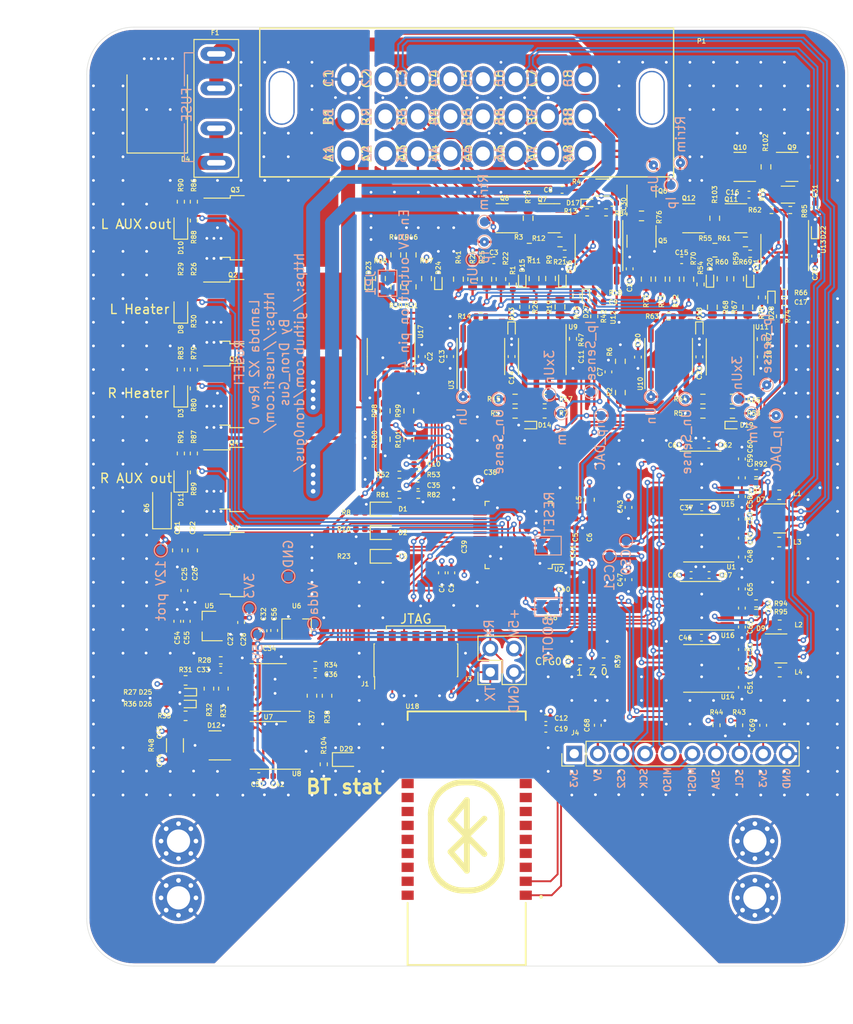
<source format=kicad_pcb>
(kicad_pcb (version 20211014) (generator pcbnew)
  (layers (0 "F.Cu" signal) (1 "In1.Cu" signal) (2 "In2.Cu" signal) (31 "B.Cu" signal) (34 "B.Paste" user) (35 "F.Paste" user) (36 "B.SilkS" user "B.Silkscreen") (37 "F.SilkS" user "F.Silkscreen") (38 "B.Mask" user) (39 "F.Mask" user) (44 "Edge.Cuts" user))
  (net 0 "")
  (net 1 "GND")
  (net 2 "+5V")
  (net 3 "+3V3")
  (net 4 "/nRESET")
  (net 5 "/Nernst_4.9_esr_drive")
  (net 6 "/UART_TX")
  (net 7 "/UART_RX")
  (net 8 "/Boot0")
  (net 9 "/LED_BLUE")
  (net 10 "/LED_GREEN")
  (net 11 "Net-(D2-Pad1)")
  (net 12 "/SWCLK")
  (net 13 "/SWDIO")
  (net 14 "VDDA")
  (net 15 "12V_RAW")
  (net 16 "/CAN_H")
  (net 17 "/Vout1")
  (net 18 "/CAN_L")
  (net 19 "/Vout2")
  (net 20 "/PWMout1")
  (net 21 "/PWMout2")
  (net 22 "Net-(C3-Pad2)")
  (net 23 "Net-(C9-Pad1)")
  (net 24 "Net-(C33-Pad1)")
  (net 25 "Net-(C36-Pad1)")
  (net 26 "Net-(D1-Pad1)")
  (net 31 "Net-(Q2-Pad1)")
  (net 32 "Net-(D23-Pad1)")
  (net 33 "Net-(D24-Pad1)")
  (net 34 "Net-(C30-Pad1)")
  (net 35 "/Nernst_4.2_esr_drive")
  (net 36 "Net-(C31-Pad1)")
  (net 38 "/CAN_RX")
  (net 39 "/CAN_TX")
  (net 40 "Net-(D5-Pad1)")
  (net 41 "/config0")
  (net 42 "Net-(C21-Pad1)")
  (net 43 "12V_PROT")
  (net 44 "/Nernst_ADV_esr_drive")
  (net 45 "/Nernst_4.9_bias")
  (net 46 "Net-(D13-Pad1)")
  (net 47 "Net-(R14-Pad1)")
  (net 48 "Net-(R19-Pad1)")
  (net 49 "/R_LSU_Heater-")
  (net 50 "Net-(C15-Pad2)")
  (net 51 "Net-(C48-Pad1)")
  (net 52 "Net-(D14-Pad1)")
  (net 53 "Net-(D15-Pad1)")
  (net 54 "Net-(D16-Pad1)")
  (net 55 "Net-(D17-Pad1)")
  (net 56 "Net-(R63-Pad1)")
  (net 57 "Net-(R67-Pad1)")
  (net 58 "Net-(D25-Pad1)")
  (net 59 "/L_LSU_Un")
  (net 60 "/L_LSU_Vm")
  (net 61 "/L_Ip_sense")
  (net 62 "/R_LSU_Un")
  (net 63 "/R_LSU_Vm")
  (net 64 "/L_LSU_Heater-")
  (net 65 "/L_LSU_Rtrim")
  (net 66 "/L_LSU_Ip")
  (net 67 "/L_Un_3x_sense")
  (net 68 "Net-(R20-Pad2)")
  (net 69 "/L_heater_pwm")
  (net 70 "/L_Ip_dac")
  (net 71 "/R_LSU_Rtrim")
  (net 72 "/R_LSU_Ip")
  (net 73 "Net-(R68-Pad2)")
  (net 74 "/L_Heater_sense")
  (net 75 "/LSU analog left/Vgnd_ref")
  (net 76 "/R_Ip_sense")
  (net 77 "/R_Un_3x_sense")
  (net 78 "/R_Ip_dac")
  (net 79 "Net-(C49-Pad2)")
  (net 80 "Net-(C51-Pad1)")
  (net 81 "Net-(C52-Pad2)")
  (net 82 "/R_Heater_sense")
  (net 83 "Net-(D3-Pad2)")
  (net 84 "Net-(Q1-Pad1)")
  (net 85 "/R_heater_pwm")
  (net 86 "/SPI1_SCK")
  (net 87 "/SPI1_MISO")
  (net 88 "/SPI1_MOSI")
  (net 89 "/L_EGT+")
  (net 90 "/L_EGT-")
  (net 91 "/R_EGT+")
  (net 92 "/R_EGT-")
  (net 93 "Net-(D11-Pad2)")
  (net 94 "/L_OD")
  (net 95 "/R_OD")
  (net 96 "Net-(Q3-Pad1)")
  (net 97 "Net-(Q4-Pad1)")
  (net 98 "/LSU analog left/Un_sense")
  (net 99 "/LSU analog right/Un_sense")
  (net 100 "/SPI1_CS0")
  (net 101 "/SPI1_CS1")
  (net 102 "/L_OUT_en")
  (net 103 "/R_OUT_en")
  (net 104 "Net-(C63-Pad1)")
  (net 105 "Net-(C64-Pad2)")
  (net 112 "/SPI1_CS2")
  (net 113 "/I2C1_SCL")
  (net 114 "/I2C1_SDA")
  (net 115 "/L_AUX")
  (net 116 "/R_AUX")
  (net 117 "Net-(D26-Pad1)")
  (net 118 "Net-(D27-Pad1)")
  (net 119 "/L_AUX_ADC")
  (net 120 "Net-(R98-Pad2)")
  (net 121 "/R_AUX_ADC")
  (net 122 "Net-(R99-Pad2)")
  (net 125 "Net-(D18-Pad1)")
  (net 126 "Net-(D28-Pad1)")
  (net 127 "Net-(D19-Pad1)")
  (net 128 "Net-(R15-Pad1)")
  (net 129 "Net-(D20-Pad1)")
  (net 130 "Net-(D21-Pad1)")
  (net 131 "Net-(R32-Pad1)")
  (net 132 "Net-(R37-Pad1)")
  (net 133 "Net-(R57-Pad2)")
  (net 134 "Net-(D22-Pad1)")
  (net 135 "Net-(D8-Pad2)")
  (net 136 "Net-(D10-Pad2)")
  (net 137 "Net-(C9-Pad2)")
  (net 138 "Net-(C59-Pad2)")
  (net 139 "Net-(C58-Pad1)")
  (net 140 "Net-(C17-Pad2)")
  (net 141 "Net-(C17-Pad1)")
  (net 142 "Net-(Q5-Pad1)")
  (net 143 "Net-(Q5-Pad2)")
  (net 144 "Net-(Q7-Pad1)")
  (net 145 "Net-(Q7-Pad2)")
  (net 146 "Net-(Q10-Pad2)")
  (net 147 "Net-(Q10-Pad1)")
  (net 148 "Net-(Q11-Pad1)")
  (net 149 "Net-(Q11-Pad2)")
  (net 150 "Net-(D29-Pad1)")
  (net 151 "Net-(D29-Pad2)")
  (footprint "Resistor_SMD:R_0603_1608Metric" (layer "F.Cu") (at 141.859 73.279)
    (fp_text reference "R7")
    (fp_text value "10k 0.1%")
  )
  (footprint "Resistor_SMD:R_0603_1608Metric" (layer "F.Cu") (at 139.7 61.849 -90)
    (fp_text reference "R20")
    (fp_text value "100k 0.1%")
  )
  (footprint "Resistor_SMD:R_0402_1005Metric" (layer "F.Cu") (at 144.018 56.134)
    (fp_text reference "R21")
    (fp_text value "10k")
  )
  (footprint "Package_TO_SOT_SMD:SOT-23" (layer "F.Cu") (at 105.791 96.139 180)
    (fp_text reference "U5")
    (fp_text value "XC6206P332MR")
  )
  (footprint "Resistor_SMD:R_0402_1005Metric" (layer "F.Cu") (at 100.711 104.521)
    (fp_text reference "R36")
    (fp_text value "10k")
  )
  (footprint "Resistor_SMD:R_0603_1608Metric" (layer "F.Cu") (at 116.84 103.632 -90)
    (fp_text reference "R37")
    (fp_text value "82k")
  )
  (footprint "Resistor_SMD:R_0603_1608Metric" (layer "F.Cu") (at 118.46075 103.632 90)
    (fp_text reference "R38")
    (fp_text value "160k")
  )
  (footprint "Diode_SMD:D_SMC" (layer "F.Cu") (at 100.203 40.513 90)
    (fp_text reference "D4")
    (fp_text value "SMCJ22CA")
  )
  (footprint "Capacitor_SMD:C_0402_1005Metric" (layer "F.Cu") (at 146.685 85.09 -90)
    (fp_text reference "C6")
    (fp_text value "1u")
  )
  (footprint "Capacitor_SMD:C_0402_1005Metric" (layer "F.Cu") (at 143.736 49.276 180)
    (fp_text reference "C8")
    (fp_text value "1u")
  )
  (footprint "Capacitor_SMD:C_0402_1005Metric" (layer "F.Cu") (at 145.161 85.09 -90)
    (fp_text reference "C5")
    (fp_text value "100n")
  )
  (footprint "Capacitor_SMD:C_0402_1005Metric" (layer "F.Cu") (at 131.826 90.424 -90)
    (fp_text reference "C1")
    (fp_text value "1u")
  )
  (footprint "Capacitor_SMD:C_0402_1005Metric" (layer "F.Cu") (at 144.907 67.183 -90)
    (fp_text reference "C11")
    (fp_text value "100n")
  )
  (footprint "Resistor_SMD:R_0603_1608Metric" (layer "F.Cu") (at 107.315 102.87 90)
    (fp_text reference "R33")
    (fp_text value "160k")
  )
  (footprint "Capacitor_SMD:C_0402_1005Metric" (layer "F.Cu") (at 147.701 61.341 180)
    (fp_text reference "C9")
    (fp_text value "33n")
  )
  (footprint "Capacitor_SMD:C_0402_1005Metric" (layer "F.Cu") (at 148.717 68.834 90)
    (fp_text reference "C7")
    (fp_text value "1u")
  )
  (footprint "Resistor_SMD:R_0603_1608Metric" (layer "F.Cu") (at 138.684 71.755 180)
    (fp_text reference "R15")
    (fp_text value "10k 0.1%")
  )
  (footprint "Resistor_SMD:R_0603_1608Metric" (layer "F.Cu") (at 142.494 58.801 90)
    (fp_text reference "R9")
    (fp_text value "10k 0.1%")
  )
  (footprint "LED_SMD:LED_0603_1608Metric" (layer "F.Cu") (at 124.587 88.646)
    (fp_text reference "D5")
    (fp_text value "WHITE")
  )
  (footprint "Resistor_SMD:R_0603_1608Metric" (layer "F.Cu") (at 150.001 67.691 90)
    (fp_text reference "R6")
    (fp_text value "10k 0.1%")
  )
  (footprint "Resistor_SMD:R_0603_1608Metric" (layer "F.Cu") (at 138.684 73.279)
    (fp_text reference "R5")
    (fp_text value "30k 1%")
  )
  (footprint "Resistor_SMD:R_0402_1005Metric" (layer "F.Cu") (at 104.14 61.595 90)
    (fp_text reference "R30")
    (fp_text value "10k")
  )
  (footprint "Resistor_SMD:R_0603_1608Metric" (layer "F.Cu") (at 103.251 105.791 180)
    (fp_text reference "R35")
    (fp_text value "330R")
  )
  (footprint "Resistor_SMD:R_0402_1005Metric" (layer "F.Cu") (at 104.14 59.563 90)
    (fp_text reference "R26")
    (fp_text value "1k")
  )
  (footprint "Resistor_SMD:R_0402_1005Metric" (layer "F.Cu") (at 102.743 59.563 90)
    (fp_text reference "R29")
    (fp_text value "1k")
  )
  (footprint "Resistor_SMD:R_0603_1608Metric" (layer "F.Cu") (at 103.251 101.981 180)
    (fp_text reference "R31")
    (fp_text value "330R")
  )
  (footprint "Resistor_SMD:R_0402_1005Metric" (layer "F.Cu") (at 142.494 94.361 180)
    (fp_text reference "R16")
    (fp_text value "10k")
  )
  (footprint "Resistor_SMD:R_0402_1005Metric" (layer "F.Cu") (at 147.701 60.325 180)
    (fp_text reference "R18")
    (fp_text value "10k")
  )
  (footprint "Resistor_SMD:R_0603_1608Metric" (layer "F.Cu") (at 137.16 58.865 90)
    (fp_text reference "R22")
    (fp_text value "62k 1%")
  )
  (footprint "Resistor_SMD:R_0402_1005Metric" (layer "F.Cu") (at 100.711 103.251 180)
    (fp_text reference "R27")
    (fp_text value "10k")
  )
  (footprint "Resistor_SMD:R_0603_1608Metric" (layer "F.Cu") (at 105.76075 102.87 -90)
    (fp_text reference "R32")
    (fp_text value "82k")
  )
  (footprint "Resistor_SMD:R_0603_1608Metric" (layer "F.Cu") (at 143.51 61.849 90)
    (fp_text reference "R19")
    (fp_text value "100k 0.1%")
  )
  (footprint "Resistor_SMD:R_0402_1005Metric" (layer "F.Cu") (at 107.03075 99.822)
    (fp_text reference "R28")
    (fp_text value "3.3k")
  )
  (footprint "Resistor_SMD:R_0402_1005Metric" (layer "F.Cu") (at 135.001 62.865 180)
    (fp_text reference "R14")
    (fp_text value "10k")
  )
  (footprint "Resistor_SMD:R_0603_1608Metric" (layer "F.Cu") (at 141.859 71.755)
    (fp_text reference "R17")
    (fp_text value "30k 1%")
  )
  (footprint "Resistor_SMD:R_0603_1608Metric" (layer "F.Cu") (at 134.112 58.865 -90)
    (fp_text reference "R24")
    (fp_text value "22k 0.1%")
  )
  (footprint "Capacitor_SMD:C_0402_1005Metric" (layer "F.Cu") (at 108.077 95.758 -90)
    (fp_text reference "C27")
    (fp_text value "100n")
  )
  (footprint "Capacitor_SMD:C_0402_1005Metric" (layer "F.Cu") (at 112.245 99.441)
    (fp_text reference "C34")
    (fp_text value "100n")
  )
  (footprint "Capacitor_SMD:C_0603_1608Metric" (layer "F.Cu") (at 102.362 88.011 -90)
    (fp_text reference "C21")
    (fp_text value "1u  25V")
  )
  (footprint "Capacitor_SMD:C_0603_1608Metric" (layer "F.Cu") (at 104.013 88.011 -90)
    (fp_text reference "C22")
    (fp_text value "100n  25V")
  )
  (footprint "Capacitor_SMD:C_0402_1005Metric" (layer "F.Cu") (at 111.633 96.647 90)
    (fp_text reference "C32")
    (fp_text value "1u")
  )
  (footprint "Capacitor_SMD:C_0402_1005Metric" (layer "F.Cu") (at 103.124 92.329 -90)
    (fp_text reference "C25")
    (fp_text value "1u")
  )
  (footprint "Capacitor_SMD:C_0402_1005Metric" (layer "F.Cu") (at 104.267 92.329 -90)
    (fp_text reference "C26")
    (fp_text value "100n")
  )
  (footprint "Capacitor_SMD:C_0402_1005Metric" (layer "F.Cu") (at 107.03075 100.838 180)
    (fp_text reference "C33")
    (fp_text value "2.2u")
  )
  (footprint "LED_SMD:LED_0603_1608Metric" (layer "F.Cu") (at 124.587 83.566)
    (fp_text reference "D1")
    (fp_text value "BLUE")
  )
  (footprint "Capacitor_SMD:C_0402_1005Metric" (layer "F.Cu") (at 109.22 95.758 -90)
    (fp_text reference "C28")
    (fp_text value "1u")
  )
  (footprint "LED_SMD:LED_0603_1608Metric" (layer "F.Cu") (at 124.587 86.106)
    (fp_text reference "D2")
    (fp_text value "GREEN")
  )
  (footprint "wideband_controller:XF-506P" (layer "F.Cu") (at 106.553 40.513 90)
    (fp_text reference "F1")
    (fp_text value "XF-506P")
  )
  (footprint "Resistor_SMD:R_0603_1608Metric" (layer "F.Cu") (at 140.716 58.801 90)
    (fp_text reference "R11")
    (fp_text value "10k 0.1%")
  )
  (footprint "Resistor_SMD:R_0402_1005Metric" (layer "F.Cu") (at 146.429 51.689)
    (fp_text reference "R13")
    (fp_text value "10k 1%")
  )
  (footprint "Resistor_SMD:R_0805_2012Metric" (layer "F.Cu") (at 140.208 55.753 180)
    (fp_text reference "R3")
    (fp_text value "61.9R 1%")
  )
  (footprint "Resistor_SMD:R_0402_1005Metric" (layer "F.Cu") (at 122.047 83.947)
    (fp_text reference "R8")
    (fp_text value "1k")
  )
  (footprint "Resistor_SMD:R_0603_1608Metric" (layer "F.Cu") (at 143.51 54.864)
    (fp_text reference "R12")
    (fp_text value "47R")
  )
  (footprint "LED_SMD:LED_0603_1608Metric" (layer "F.Cu") (at 102.743 62.103 90)
    (fp_text reference "D8")
    (fp_text value "RED")
  )
  (footprint "Resistor_SMD:R_0402_1005Metric" (layer "F.Cu") (at 138.43 59.436 -90)
    (fp_text reference "R1")
    (fp_text value "10k")
  )
  (footprint "Package_TO_SOT_SMD:TO-252-2" (layer "F.Cu") (at 110.49 62.357)
    (fp_text reference "Q2")
    (fp_text value "BTS3028")
  )
  (footprint "Resistor_SMD:R_0402_1005Metric" (layer "F.Cu") (at 122.047 85.725)
    (fp_text reference "R10")
    (fp_text value "1k")
  )
  (footprint "Resistor_SMD:R_0603_1608Metric" (layer "F.Cu") (at 150.001 71.056 90)
    (fp_text reference "R2")
    (fp_text value "10k 0.1%")
  )
  (footprint "Connector_PinHeader_1.27mm:PinHeader_2x07_P1.27mm_Vertical_SMD" (layer "F.Cu") (at 128.016 99.822 90)
    (fp_text reference "J1")
    (fp_text value "FTSH-107-01-F-DV-K")
  )
  (footprint "Package_QFP:LQFP-48_7x7mm_P0.5mm" (layer "F.Cu") (at 139.065 86.36 180)
    (fp_text reference "U2")
    (fp_text value "STM32F103C6Tx")
  )
  (footprint "Capacitor_SMD:C_0402_1005Metric" (layer "F.Cu") (at 136.017 80.518)
    (fp_text reference "C38")
    (fp_text value "100n")
  )
  (footprint "Capacitor_SMD:C_0402_1005Metric" (layer "F.Cu") (at 133.223 89.385 90)
    (fp_text reference "C39")
    (fp_text value "100n")
  )
  (footprint "Capacitor_SMD:C_0402_1005Metric" (layer "F.Cu") (at 142.113 92.202 180)
    (fp_text reference "C40")
    (fp_text value "100n")
  )
  (footprint "Capacitor_SMD:C_0402_1005Metric" (layer "F.Cu") (at 144.907 89.916 -90)
    (fp_text reference "C41")
    (fp_text value "100n")
  )
  (footprint "Capacitor_SMD:C_0402_1005Metric" (layer "F.Cu") (at 117.19075 101.346)
    (fp_text reference "C36")
    (fp_text value "2.2u")
  )
  (footprint "Resistor_SMD:R_0402_1005Metric" (layer "F.Cu") (at 117.19075 100.33 180)
    (fp_text reference "R34")
    (fp_text value "3.3k")
  )
  (footprint "Capacitor_SMD:C_0402_1005Metric" (layer "F.Cu") (at 113.157 112.268)
    (fp_text reference "C42")
    (fp_text value "100n")
  )
  (footprint "Capacitor_SMD:C_0402_1005Metric" (layer "F.Cu") (at 103.886 110.236 -90)
    (fp_text reference "C44")
    (fp_text value "47p")
  )
  (footprint "Capacitor_SMD:C_0402_1005Metric" (layer "F.Cu") (at 103.886 107.696 -90)
    (fp_text reference "C45")
    (fp_text value "47p")
  )
  (footprint "Connector_PinHeader_2.54mm:PinHeader_2x02_P2.54mm_Vertical" (layer "F.Cu") (at 136.017 101.097 90)
    (fp_text reference "J3")
    (fp_text value "Conn_02x02_Odd_Even")
  )
  (footprint "Resistor_SMD:R_0402_1005Metric" (layer "F.Cu") (at 122.047 88.646)
    (fp_text reference "R23")
    (fp_text value "1k")
  )
  (footprint "Package_SO:SOIC-8_3.9x4.9mm_P1.27mm" (layer "F.Cu") (at 112.141 108.966 180)
    (fp_text reference "U8")
    (fp_text value "TJA1051T-3")
  )
  (footprint "Connector_PinHeader_2.54mm:PinHeader_1x10_P2.54mm_Vertical" (layer "F.Cu") (at 145.039 109.855 90)
    (fp_text reference "J4")
    (fp_text value "Conn_01x10")
  )
  (footprint "Package_TO_SOT_SMD:TO-252-2" (layer "F.Cu") (at 110.525 89.535)
    (fp_text reference "U4")
    (fp_text value "LM78M05_TO252")
  )
  (footprint "Package_SO:SOIC-8_3.9x4.9mm_P1.27mm" (layer "F.Cu") (at 112.141 102.743 180)
    (fp_text reference "U7")
    (fp_text value "MCP6002T-I/SN")
  )
  (footprint "Resistor_SMD:R_0402_1005Metric" (layer "F.Cu") (at 148.207 99.949)
    (fp_text reference "R39")
    (fp_text value "0R")
  )
  (footprint "Capacitor_SMD:C_0402_1005Metric" (layer "F.Cu") (at 130.81 90.424 -90)
    (fp_text reference "C4")
    (fp_text value "4.7u")
  )
  (footprint "Resistor_SMD:R_1206_3216Metric" (layer "F.Cu") (at 148.082 49.022)
    (fp_text reference "R4")
    (fp_text value "10R")
  )
  (footprint "Package_TO_SOT_SMD:SOT-23" (layer "F.Cu") (at 115.189 96.139 90)
    (fp_text reference "U6")
    (fp_text value "REF3033")
  )
  (footprint "Capacitor_SMD:C_0402_1005Metric" (layer "F.Cu") (at 163.068 86.696 90)
    (fp_text reference "C49")
    (fp_text value "100n")
  )
  (footprint "Capacitor_SMD:C_0402_1005Metric" (layer "F.Cu") (at 165.1 67.214 -90)
    (fp_text reference "C18")
    (fp_text value "100n")
  )
  (footprint "Capacitor_SMD:C_0402_1005Metric" (layer "F.Cu") (at 163.068 82.223 -90)
    (fp_text reference "C58")
    (fp_text value "10nF 50V")
  )
  (footprint "Resistor_SMD:R_0402_1005Metric" (layer "F.Cu") (at 104.14 77.597 90)
    (fp_text reference "R87")
    (fp_text value "1k")
  )
  (footprint "Package_TO_SOT_SMD:SOT-23" (layer "F.Cu") (at 167.132 84.582)
    (fp_text reference "D7")
    (fp_text value "NUP2105L")
  )
  (footprint "Inductor_SMD:L_0603_1608Metric" (layer "F.Cu") (at 167.0835 87.122 180)
    (fp_text reference "L3")
    (fp_text value "470R@100MHz")
  )
  (footprint "Capacitor_SMD:C_0402_1005Metric" (layer "F.Cu") (at 157.607 90.661)
    (fp_text reference "C66")
    (fp_text value "100n")
  )
  (footprint "LED_SMD:LED_0603_1608Metric" (layer "F.Cu") (at 102.743 71.12 90)
    (fp_text reference "D3")
    (fp_text value "RED")
  )
  (footprint "Resistor_SMD:R_0402_1005Metric" (layer "F.Cu") (at 128.272 82.042 180)
    (fp_text reference "R82")
    (fp_text value "10k 1%")
  )
  (footprint "Capacitor_SMD:C_0402_1005Metric" (layer "F.Cu") (at 128.298 78.74)
    (fp_text reference "C10")
    (fp_text value "100n")
  )
  (footprint "Resistor_SMD:R_0603_1608Metric" (layer "F.Cu") (at 165.6565 46.802 -90)
    (fp_text reference "R102")
    (fp_text value "75R")
  )
  (footprint "Resistor_SMD:R_0603_1608Metric" (layer "F.Cu") (at 163.703 61.88 90)
    (fp_text reference "R67")
    (fp_text value "100k 0.1%")
  )
  (footprint "Resistor_SMD:R_0402_1005Metric" (layer "F.Cu") (at 147.193 62.865 90)
    (fp_text reference "R42")
    (fp_text value "68k")
  )
  (footprint "Resistor_SMD:R_0603_1608Metric" (layer "F.Cu") (at 129.159 58.801 90)
    (fp_text reference "R97")
    (fp_text value "10k 0.1%")
  )
  (footprint "Resistor_SMD:R_0402_1005Metric" (layer "F.Cu") (at 104.14 68.58 90)
    (fp_text reference "R79")
    (fp_text value "1k")
  )
  (footprint "Inductor_SMD:L_0603_1608Metric" (layer "F.Cu") (at 167.132 101.092 180)
    (fp_text reference "L4")
    (fp_text value "470R@100MHz")
  )
  (footprint "local:JDY-33" (layer "F.Cu") (at 133.477 118.745 180)
    (fp_text reference "U18")
    (fp_text value "JDY-33")
  )
  (footprint "Capacitor_SMD:C_0402_1005Metric" (layer "F.Cu") (at 157.607 76.663)
    (fp_text reference "C61")
    (fp_text value "100n")
  )
  (footprint "Package_SO:SOIC-8_3.9x4.9mm_P1.27mm" (layer "F.Cu") (at 125.349 67.183 -90)
    (fp_text reference "U17")
    (fp_text value "MCP6002T-I/SN")
  )
  (footprint "Resistor_SMD:R_0603_1608Metric" (layer "F.Cu") (at 132.588 58.865 -90)
    (fp_text reference "R41")
    (fp_text value "6.8k 0.1%")
  )
  (footprint "Resistor_SMD:R_0603_1608Metric" (layer "F.Cu") (at 152.273 52.07 180)
    (fp_text reference "R76")
    (fp_text value "75R")
  )
  (footprint "MountingHole:MountingHole_2.5mm_Pad_Via" (layer "F.Cu") (at 164.465 119.253)
    (fp_text reference "H1" hide)
    (fp_text value "MountingHole_Pad")
  )
  (footprint "Capacitor_SMD:C_0402_1005Metric" (layer "F.Cu") (at 131.699 67.183 -90)
    (fp_text reference "C13")
    (fp_text value "100n")
  )
  (footprint "Resistor_SMD:R_0402_1005Metric" (layer "F.Cu") (at 118.11 110.998 90)
    (fp_text reference "R104")
    (fp_text value "1k")
  )
  (footprint "Resistor_SMD:R_0603_1608Metric" (layer "F.Cu") (at 155.829 58.865 -90)
    (fp_text reference "R72")
    (fp_text value "47k 1%")
  )
  (footprint "Resistor_SMD:R_0402_1005Metric" (layer "F.Cu") (at 145.667 99.949 180)
    (fp_text reference "R49")
    (fp_text value "10k")
  )
  (footprint "Diode_SMD:D_SOD-923" (layer "F.Cu") (at 146.304 60.745 -90)
    (fp_text reference "D27")
    (fp_text value "ESD5V0D9B")
  )
  (footprint "Package_TO_SOT_SMD:SOT-23" (layer "F.Cu") (at 142.875 52.324)
    (fp_text reference "Q7")
    (fp_text value "BSS169H6327")
  )
  (footprint "Resistor_SMD:R_0805_2012Metric" (layer "F.Cu") (at 160.1705 55.753 180)
    (fp_text reference "R55")
    (fp_text value "61.9R 1%")
  )
  (footprint "Package_TO_SOT_SMD:SOT-23" (layer "F.Cu") (at 162.941 52.324)
    (fp_text reference "Q11")
    (fp_text value "BSS169H6327")
  )
  (footprint "Resistor_SMD:R_0402_1005Metric" (layer "F.Cu") (at 104.14 70.612 90)
    (fp_text reference "R80")
    (fp_text value "10k")
  )
  (footprint "Capacitor_SMD:C_0402_1005Metric" (layer "F.Cu") (at 158.722 97.392 180)
    (fp_text reference "C46")
    (fp_text value "100n")
  )
  (footprint "Resistor_SMD:R_0402_1005Metric" (layer "F.Cu") (at 164.592 79.711 180)
    (fp_text reference "R92")
    (fp_text value "100R")
  )
  (footprint "Diode_SMD:D_SOD-923" (layer "F.Cu") (at 139.446 58.928 90)
    (fp_text reference "D15")
    (fp_text value "ESD5V0D9B")
  )
  (footprint "Resistor_SMD:R_0603_1608Metric" (layer "F.Cu") (at 124.206 58.801 90)
    (fp_text reference "R96")
    (fp_text value "10k 0.1%")
  )
  (footprint "Resistor_SMD:R_0402_1005Metric" (layer "F.Cu") (at 104.14 79.629 90)
    (fp_text reference "R89")
    (fp_text value "10k")
  )
  (footprint "Diode_SMD:D_SOD-923" (layer "F.Cu") (at 170.942 53.721 90)
    (fp_text reference "D22")
    (fp_text value "ESD5V0D9B")
  )
  (footprint "MountingHole:MountingHole_2.5mm_Pad_Via" (layer "F.Cu") (at 102.489 125.349)
    (fp_text reference "H3" hide)
    (fp_text value "MountingHole_Pad")
  )
  (footprint "Resistor_SMD:R_0603_1608Metric" (layer "F.Cu") (at 125.857 56.261 90)
    (fp_text reference "R40")
    (fp_text value "1K")
  )
  (footprint "Package_SO:SOIC-8_3.9x4.9mm_P1.27mm" (layer "F.Cu") (at 158.75 86.696 180)
    (fp_text reference "U1")
    (fp_text value "MAX31855KASA")
  )
  (footprint "Resistor_SMD:R_0402_1005Metric" (layer "F.Cu") (at 102.743 50.546 90)
    (fp_text reference "R90")
    (fp_text value "1k")
  )
  (footprint "Package_SO:SOIC-8_3.9x4.9mm_P1.27mm" (layer "F.Cu") (at 158.75 100.694 180)
    (fp_text reference "U14")
    (fp_text value "MAX31855KASA")
  )
  (footprint "LED_SMD:LED_0603_1608Metric" (layer "F.Cu") (at 102.743 53.086 90)
    (fp_text reference "D10")
    (fp_text value "RED")
  )
  (footprint "Resistor_SMD:R_0402_1005Metric" (layer "F.Cu") (at 126.236 82.042)
    (fp_text reference "R81")
    (fp_text value "100k 1%")
  )
  (footprint "Resistor_SMD:R_0402_1005Metric" (layer "F.Cu") (at 148.465 51.689 180)
    (fp_text reference "R84")
    (fp_text value "10k 1%")
  )
  (footprint "Package_SO:TSSOP-14_4.4x5mm_P0.65mm" (layer "F.Cu") (at 158.623 79.965 180)
    (fp_text reference "U15")
    (fp_text value "MAX31856")
  )
  (footprint "Inductor_SMD:L_0603_1608Metric" (layer "F.Cu") (at 146.685 82.5755 90)
    (fp_text reference "L5")
    (fp_text value "470R@100MHz")
  )
  (footprint "Resistor_SMD:R_0603_1608Metric" (layer "F.Cu") (at 157.353 58.865 90)
    (fp_text reference "R70")
    (fp_text value "62k 1%")
  )
  (footprint "Diode_SMD:D_SOD-923" (layer "F.Cu") (at 159.639 58.928 90)
    (fp_text reference "D20")
    (fp_text value "ESD5V0D9B")
  )
  (footprint "Package_TO_SOT_SMD:TO-252-2" (layer "F.Cu") (at 110.49 80.391)
    (fp_text reference "Q4")
    (fp_text value "BTS3028")
  )
  (footprint "Diode_SMD:D_SOD-923" (layer "F.Cu") (at 146.558 50.673)
    (fp_text reference "D17")
    (fp_text value "ESD5V0D9B")
  )
  (footprint "Resistor_SMD:R_0603_1608Metric" (layer "F.Cu") (at 154.305 58.865 -90)
    (fp_text reference "R71")
    (fp_text value "22k 0.1%")
  )
  (footprint "Package_SO:SOIC-8_3.9x4.9mm_P1.27mm" (layer "F.Cu") (at 135.001 67.183 90)
    (fp_text reference "U3")
    (fp_text value "MCP6002T-I/SN")
  )
  (footprint "Diode_SMD:D_SOD-923" (layer "F.Cu") (at 143.764 58.928 90)
    (fp_text reference "D16")
    (fp_text value "ESD5V0D9B")
  )
  (footprint "Resistor_SMD:R_0603_1608Metric" (layer "F.Cu") (at 160.941 58.832 90)
    (fp_text reference "R60")
    (fp_text value "10k 0.1%")
  )
  (footprint "Capacitor_SMD:C_0402_1005Metric" (layer "F.Cu") (at 141.986 107.188 180)
    (fp_text reference "C19")
    (fp_text value "100n")
  )
  (footprint "Resistor_SMD:R_0402_1005Metric" (layer "F.Cu") (at 102.743 77.597 90)
    (fp_text reference "R91")
    (fp_text value "1k")
  )
  (footprint "Capacitor_SMD:C_0402_1005Metric" (layer "F.Cu") (at 128.651 67.183 90)
    (fp_text reference "C2")
    (fp_text value "100n")
  )
  (footprint "Diode_SMD:D_SOD-923" (layer "F.Cu") (at 166.243 60.96 -90)
    (fp_text reference "D28")
    (fp_text value "ESD5V0D9B")
  )
  (footprint "Capacitor_SMD:C_0402_1005Metric" (layer "F.Cu") (at 149.098 50.673 180)
    (fp_text reference "C30")
    (fp_text value "1u")
  )
  (footprint "Resistor_SMD:R_0603_1608Metric" (layer "F.Cu") (at 160.147 52.324 -90)
    (fp_text reference "R103")
    (fp_text value "75R")
  )
  (footprint "Capacitor_SMD:C_0402_1005Metric" (layer "F.Cu") (at 112.776 96.619 90)
    (fp_text reference "C56")
    (fp_text value "100n")
  )
  (footprint "Package_TO_SOT_SMD:TO-252-2" (layer "F.Cu") (at 110.49 71.374)
    (fp_text reference "Q1")
    (fp_text value "BTS3028")
  )
  (footprint "Capacitor_SMD:C_0402_1005Metric" (layer "F.Cu") (at 170.942 56.388 90)
    (fp_text reference "C29")
    (fp_text value "100n")
  )
  (footprint "Capacitor_SMD:C_0402_1005Metric" (layer "F.Cu") (at 163.068 80.219 90)
    (fp_text reference "C59")
    (fp_text value "100n")
  )
  (footprint "Capacitor_SMD:C_0402_1005Metric" (layer "F.Cu") (at 136.398 56.833 180)
    (fp_text reference "C3")
    (fp_text value "100n")
  )
  (footprint "Capacitor_SMD:C_0402_1005Metric" (layer "F.Cu") (at 165.354 106.807 90)
    (fp_text reference "C69")
    (fp_text value "100n")
  )
  (footprint "Resistor_SMD:R_0402_1005Metric" (layer "F.Cu") (at 160.3365 106.805 -90)
    (fp_text reference "R44")
    (fp_text value "3.3k")
  )
  (footprint "Resistor_SMD:R_0402_1005Metric" (layer "F.Cu") (at 164.592 80.727 180)
    (fp_text reference "R93")
    (fp_text value "100R")
  )
  (footprint "Capacitor_SMD:C_0402_1005Metric" (layer "F.Cu") (at 163.068 78.187 90)
    (fp_text reference "C60")
    (fp_text value "10nF 50V")
  )
  (footprint "Resistor_SMD:R_0603_1608Metric" (layer "F.Cu") (at 127.508 56.261 90)
    (fp_text reference "R46")
    (fp_text value "1K")
  )
  (footprint "Resistor_SMD:R_0603_1608Metric" (layer "F.Cu") (at 152.781 58.865 -90)
    (fp_text reference "R73")
    (fp_text value "6.8k 0.1%")
  )
  (footprint "Capacitor_SMD:C_0402_1005Metric" (layer "F.Cu") (at 163.068 92.157 90)
    (fp_text reference "C65")
    (fp_text value "10nF 50V")
  )
  (footprint "Resistor_SMD:R_0402_1005Metric" (layer "F.Cu") (at 164.592 93.709 180)
    (fp_text reference "R94")
    (fp_text value "100R")
  )
  (footprint "Diode_SMD:D_SOD-923" (layer "F.Cu") (at 162.052 74.549)
    (fp_text reference "D19")
    (fp_text value "ESD5V0D9B")
  )
  (footprint "Capacitor_SMD:C_0402_1005Metric" (layer "F.Cu") (at 102.362 95.631 90)
    (fp_text reference "C54")
    (fp_text value "1u")
  )
  (footprint "Capacitor_SMD:C_0402_1005Metric" (layer "F.Cu") (at 128.242 81.026)
    (fp_text reference "C35")
    (fp_text value "100n")
  )
  (footprint "Diode_SMD:D_SOD-923" (layer "F.Cu") (at 138.303 64.262 -90)
    (fp_text reference "D13")
    (fp_text value "ESD5V0D9B")
  )
  (footprint "Resistor_SMD:R_0603_1608Metric" (layer "F.Cu") (at 158.877 73.279)
    (fp_text reference "R57")
    (fp_text value "30k 1%")
  )
  (footprint "Resistor_SMD:R_0402_1005Metric" (layer "F.Cu") (at 168.275 51.435 180)
    (fp_text reference "R85")
    (fp_text value "10k 1%")
  )
  (footprint "Resistor_SMD:R_0603_1608Metric" (layer "F.Cu") (at 162.052 73.279)
    (fp_text reference "R58")
    (fp_text value "10k 0.1%")
  )
  (footprint "Resistor_SMD:R_0603_1608Metric" (layer "F.Cu") (at 127.254 76.073 90)
    (fp_text reference "R101")
    (fp_text value "160k")
  )
  (footprint "Capacitor_SMD:C_0402_1005Metric" (layer "F.Cu") (at 147.574 106.807 90)
    (fp_text reference "C68")
    (fp_text value "100n")
  )
  (footprint "Resistor_SMD:R_0603_1608Metric" (layer "F.Cu") (at 124.714 76.073 90)
    (fp_text reference "R100")
    (fp_text value "160k")
  )
  (footprint "Inductor_SMD:L_0603_1608Metric" (layer "F.Cu") (at 167.132 96.012 180)
    (fp_text reference "L2")
    (fp_text value "470R@100MHz")
  )
  (footprint "Diode_SMD:D_SOD-923" (layer "F.Cu") (at 103.632 103.251 180)
    (fp_text reference "D25")
    (fp_text value "ESD5V0D9B")
  )
  (footprint "Capacitor_SMD:C_0402_1005Metric" (layer "F.Cu") (at 163.068 88.728 -90)
    (fp_text reference "C48")
    (fp_text value "10nF 50V")
  )
  (footprint "MountingHole:MountingHole_2.5mm_Pad_Via" (layer "F.Cu") (at 164.465 125.349)
    (fp_text reference "H2" hide)
    (fp_text value "MountingHole_Pad")
  )
  (footprint "Capacitor_SMD:C_0402_1005Metric" (layer "F.Cu") (at 163.068 84.664 90)
    (fp_text reference "C50")
    (fp_text value "10nF 50V")
  )
  (footprint "Package_TO_SOT_SMD:SOT-23" (layer "F.Cu") (at 162.8625 46.802 180)
    (fp_text reference "Q10")
    (fp_text value "BSS169H6327")
  )
  (footprint "Capacitor_SMD:C_0402_1005Metric" (layer "F.Cu") (at 163.068 96.249 -90)
    (fp_text reference "C63")
    (fp_text value "10nF 50V")
  )
  (footprint "Capacitor_SMD:C_0402_1005Metric" (layer "F.Cu") (at 111.125 112.268 180)
    (fp_text reference "C57")
    (fp_text value "100n")
  )
  (footprint "Resistor_SMD:R_0603_1608Metric" (layer "F.Cu") (at 125.857 59.69 90)
    (fp_text reference "R50")
    (fp_text value "1K")
  )
  (footprint "Package_TO_SOT_SMD:SOT-23" (layer "F.Cu") (at 152.273 49.403 90)
    (fp_text reference "Q6")
    (fp_text value "BSS169H6327")
  )
  (footprint "Resistor_SMD:R_0603_1608Metric" (layer "F.Cu") (at 158.877 71.755 180)
    (fp_text reference "R64")
    (fp_text value "10k 0.1%")
  )
  (footprint "Package_SO:TSSOP-14_4.4x5mm_P0.65mm" (layer "F.Cu") (at 158.623 93.963 180)
    (fp_text reference "U16")
    (fp_text value "MAX31856")
  )
  (footprint "Resistor_SMD:R_0402_1005Metric" (layer "F.Cu") (at 126.238 79.883)
    (fp_text reference "R52")
    (fp_text value "100k 1%")
  )
  (footprint "Capacitor_SMD:C_0402_1005Metric" (layer "F.Cu") (at 151.003 57.757 90)
    (fp_text reference "C24")
    (fp_text value "100n")
  )
  (footprint "Package_TO_SOT_SMD:SOT-23" (layer "F.Cu") (at 137.287 52.324 180)
    (fp_text reference "Q8")
    (fp_text value "BSS169H6327")
  )
  (footprint "Capacitor_SMD:C_0402_1005Metric" (layer "F.Cu") (at 163.068 94.217 90)
    (fp_text reference "C64")
    (fp_text value "100n")
  )
  (footprint "Capacitor_SMD:C_0402_1005Metric" (layer "F.Cu") (at 151.892 67.245 -90)
    (fp_text reference "C20")
    (fp_text value "100n")
  )
  (footprint "Package_SO:SOIC-8_3.9x4.9mm_P1.27mm" (layer "F.Cu") (at 147.701 56.007 -90)
    (fp_text reference "U12")
    (fp_text value "MCP6002T-I/SN")
  )
  (footprint "Diode_SMD:D_SOD-923" (layer "F.Cu") (at 140.208 74.549 180)
    (fp_text reference "D14")
    (fp_text value "ESD5V0D9B")
  )
  (footprint "Resistor_SMD:R_0603_1608Metric" (layer "F.Cu") (at 124.714 73.025 90)
    (fp_text reference "R98")
    (fp_text value "82k")
  )
  (footprint "Resistor_SMD:R_0402_1005Metric" (layer "F.Cu") (at 167.164 62.865 90)
    (fp_text reference "R74")
    (fp_text value "68k")
  )
  (footprint "Resistor_SMD:R_0603_1608Metric" (layer "F.Cu") (at 135.636 58.865 -90)
    (fp_text reference "R25")
    (fp_text value "47k 1%")
  )
  (footprint "Package_SO:SOIC-8_3.9x4.9mm_P1.27mm" (layer "F.Cu") (at 167.672 56.007 -90)
    (fp_text reference "U13")
    (fp_text value "MCP6002T-I/SN")
  )
  (footprint "Capacitor_SMD:C_0402_1005Metric" (layer "F.Cu") (at 163.83 49.784 180)
    (fp_text reference "C16")
    (fp_text value "1u")
  )
  (footprint "local:33311-24AW-2" (layer "F.Cu") (at 120.727 45.379)
    (fp_text reference "P1")
    (fp_text value "33311-24AW-2")
  )
  (footprint "Diode_SMD:D_SOD-923" (layer "F.Cu") (at 158.496 64.262 -90)
    (fp_text reference "D18")
    (fp_text value "ESD5V0D9B")
  )
  (footprint "Capacitor_SMD:C_0402_1005Metric" (layer "F.Cu") (at 167.644 61.341 180)
    (fp_text reference "C17")
    (fp_text value "33n")
  )
  (footprint "Resistor_SMD:R_0603_1608Metric" (layer "F.Cu") (at 163.449 54.864)
    (fp_text reference "R61")
    (fp_text value "47R")
  )
  (footprint "Resistor_SMD:R_0603_1608Metric" (layer "F.Cu") (at 162.052 71.755)
    (fp_text reference "R65")
    (fp_text value "30k 1%")
  )
  (footprint "Diode_SMD:D_SOD-123" (layer "F.Cu") (at 100.711 83.439 90)
    (fp_text reference "D6")
    (fp_text value "1N4148W")
  )
  (footprint "Capacitor_SMD:C_0402_1005Metric" (layer "F.Cu") (at 158.75 83.394 180)
    (fp_text reference "C37")
    (fp_text value "100n")
  )
  (footprint "MountingHole:MountingHole_2.5mm_Pad_Via" (layer "F.Cu") (at 102.489 119.253)
    (fp_text reference "H4" hide)
    (fp_text value "MountingHole_Pad")
  )
  (footprint "Resistor_SMD:R_1206_3216Metric" (layer "F.Cu") (at 168.021 49.784)
    (fp_text reference "R56")
    (fp_text value "10R")
  )
  (footprint "Resistor_SMD:R_0402_1005Metric" (layer "F.Cu") (at 167.67 60.325 180)
    (fp_text reference "R66")
    (fp_text value "10k")
  )
  (footprint "Package_TO_SOT_SMD:SOT-23" (layer "F.Cu") (at 157.353 52.324 180)
    (fp_text reference "Q12")
    (fp_text value "BSS169H6327")
  )
  (footprint "Capacitor_SMD:C_0402_1005Metric" (layer "F.Cu") (at 141.986 106.045 180)
    (fp_text reference "C12")
    (fp_text value "1u")
  )
  (footprint "Package_TO_SOT_SMD:SOT-23" (layer "F.Cu") (at 106.426 108.966 180)
    (fp_text reference "D12")
    (fp_text value "NUP2105L")
  )
  (footprint "Package_SO:SOIC-8_3.9x4.9mm_P1.27mm" (layer "F.Cu") (at 141.605 67.183 -90)
    (fp_text reference "U9")
    (fp_text value "GS8332-SR")
  )
  (footprint "Package_TO_SOT_SMD:TO-252-2" (layer "F.Cu") (at 110.525 53.34)
    (fp_text reference "Q3")
    (fp_text value "BTS3028")
  )
  (footprint "Capacitor_SMD:C_0402_1005Metric" (layer "F.Cu") (at 163.068 98.662 90)
    (fp_text reference "C53")
    (fp_text value "10nF 50V")
  )
  (footprint "Package_TO_SOT_SMD:SOT-23" (layer "F.Cu") (at 168.4505 46.802)
    (fp_text reference "Q9")
    (fp_text value "BSS169H6327")
  )
  (footprint "Resistor_SMD:R_1206_3216Metric" (layer "F.Cu") (at 102.108 108.966 90)
    (fp_text reference "R48")
    (fp_text value "120R")
  )
  (footprint "Resistor_SMD:R_0402_1005Metric" (layer "F.Cu") (at 158.623 59.436 -90)
    (fp_text reference "R54")
    (fp_text value "10k")
  )
  (footprint "Capacitor_SMD:C_0402_1005Metric" (layer "F.Cu") (at 163.068 100.694 90)
    (fp_text reference "C52")
    (fp_text value "100n")
  )
  (footprint "Resistor_SMD:R_0402_1005Metric" (layer "F.Cu") (at 164.592 94.725 180)
    (fp_text reference "R95")
    (fp_text value "100R")
  )
  (footprint "Diode_SMD:D_SOD-923" (layer "F.Cu") (at 103.593 104.521 180)
    (fp_text reference "D26")
    (fp_text value "ESD5V0D9B")
  )
  (footprint "Resistor_SMD:R_0402_1005Metric" (layer "F.Cu") (at 128.268 79.883 180)
    (fp_text reference "R53")
    (fp_text value "10k 1%")
  )
  (footprint "Package_SO:SOIC-8_3.9x4.9mm_P1.27mm" (layer "F.Cu") (at 161.798 67.214 -90)
    (fp_text reference "U11")
    (fp_text value "GS8332-SR")
  )
  (footprint "Resistor_SMD:R_0603_1608Metric" (layer "F.Cu") (at 140.081 52.324 -90)
    (fp_text reference "R78")
    (fp_text value "75R")
  )
  (footprint "Resistor_SMD:R_0402_1005Metric" (layer "F.Cu") (at 165.1 65.309 90)
    (fp_text reference "R77")
    (fp_text value "3.3k")
  )
  (footprint "LED_SMD:LED_0603_1608Metric" (layer "F.Cu") (at 102.743 80.264 90)
    (fp_text reference "D11")
    (fp_text value "RED")
  )
  (footprint "Resistor_SMD:R_0402_1005Metric" (layer "F.Cu") (at 166.243 51.435)
    (fp_text reference "R62")
    (fp_text value "10k 1%")
  )
  (footprint "Resistor_SMD:R_0402_1005Metric" (layer "F.Cu") (at 104.14 52.578 90)
    (fp_text reference "R88")
    (fp_text value "10k")
  )
  (footprint "Capacitor_SMD:C_0402_1005Metric" (layer "F.Cu") (at 163.068 102.726 -90)
    (fp_text reference "C51")
    (fp_text value "10nF 50V")
  )
  (footprint "Capacitor_SMD:C_0402_1005Metric" (layer "F.Cu") (at 156.591 56.833 180)
    (fp_text reference "C15")
    (fp_text value "100n")
  )
  (footprint "Capacitor_SMD:C_0402_1005Metric" (layer "F.Cu") (at 150.876 83.394 -90)
    (fp_text reference "C43")
    (fp_text value "1u")
  )
  (footprint "Resistor_SMD:R_0402_1005Metric" (layer "F.Cu") (at 145.288 60.706 -90)
    (fp_text reference "R45")
    (fp_text value "68k")
  )
  (footprint "Capacitor_SMD:C_0402_1005Metric" (layer "F.Cu") (at 159.54 90.661 180)
    (fp_text reference "C67")
    (fp_text value "100n")
  )
  (footprint "Resistor_SMD:R_0402_1005Metric" (layer "F.Cu") (at 162.768872 106.805 -90)
    (fp_text reference "R43")
    (fp_text value "3.3k")
  )
  (footprint "Capacitor_SMD:C_0402_1005Metric" (layer "F.Cu") (at 158.496 67.214 90)
    (fp_text reference "C23")
    (fp_text value "100n")
  )
  (footprint "Resistor_SMD:R_0402_1005Metric" (layer "F.Cu") (at 144.907 65.278 90)
    (fp_text reference "R47")
    (fp_text value "3.3k")
  )
  (footprint "Package_SO:SOIC-8_3.9x4.9mm_P1.27mm" (layer "F.Cu") (at 155.194 67.183 90)
    (fp_text reference "U10")
    (fp_text value "MCP6002T-I/SN")
  )
  (footprint "Capacitor_SMD:C_0402_1005Metric" (layer "F.Cu") (at 170.942 51.181 -90)
    (fp_text reference "C31")
    (fp_text value "1u")
  )
  (footprint "Capacitor_SMD:C_0402_1005Metric" (layer "F.Cu") (at 138.303 67.183 90)
    (fp_text reference "C14")
    (fp_text value "100n")
  )
  (footprint "Resistor_SMD:R_0603_1608Metric" (layer "F.Cu") (at 162.719 58.832 90)
    (fp_text reference "R59")
    (fp_text value "10k 0.1%")
  )
  (footprint "Resistor_SMD:R_0603_1608Metric" (layer "F.Cu") (at 127.508 59.69 90)
    (fp_text reference "R51")
    (fp_text value "1K")
  )
  (footprint "Capacitor_SMD:C_0402_1005Metric" (layer "F.Cu") (at 150.876 91.158 -90)
    (fp_text reference "C47")
    (fp_text value "1u")
  )
  (footprint "Package_TO_SOT_SMD:SOT-23" (layer "F.Cu") (at 167.259 98.552)
    (fp_text reference "D9")
    (fp_text value "NUP2105L")
  )
  (footprint "Resistor_SMD:R_0402_1005Metric" (layer "F.Cu") (at 155.194 62.865 180)
    (fp_text reference "R63")
    (fp_text value "10k")
  )
  (footprint "Resistor_SMD:R_0402_1005Metric" (layer "F.Cu") (at 163.957 56.134)
    (fp_text reference "R69")
    (fp_text value "10k")
  )
  (footprint "Capacitor_SMD:C_0402_1005Metric" (layer "F.Cu") (at 159.512 76.663 180)
    (fp_text reference "C62")
    (fp_text value "100n")
  )
  (footprint "Resistor_SMD:R_0402_1005Metric" (layer "F.Cu") (at 165.227 60.833 -90)
    (fp_text reference "R75")
    (fp_text value "68k")
  )
  (footprint "Resistor_SMD:R_0402_1005Metric" (layer "F.Cu") (at 102.743 68.58 90)
    (fp_text reference "R83")
    (fp_text value "1k")
  )
  (footprint "Capacitor_SMD:C_0402_1005Metric" (layer "F.Cu") (at 103.378 95.631 90)
    (fp_text reference "C55")
    (fp_text value "100n")
  )
  (footprint "Resistor_SMD:R_0402_1005Metric" (layer "F.Cu") (at 104.14 50.546 90)
    (fp_text reference "R86")
    (fp_text value "1k")
  )
  (footprint "Resistor_SMD:R_0603_1608Metric" (layer "F.Cu") (at 159.893 61.88 -90)
    (fp_text reference "R68")
    (fp_text value "100k 0.1%")
  )
  (footprint "LED_SMD:LED_0603_1608Metric" (layer "F.Cu") (at 120.523 110.49)
    (fp_text reference "D29")
    (fp_text value "GREEN")
  )
  (footprint "Diode_SMD:D_SOD-923" (layer "F.Cu") (at 163.957 58.928 90)
    (fp_text reference "D21")
    (fp_text value "ESD5V0D9B")
  )
  (footprint "Package_TO_SOT_SMD:SOT-23" (layer "F.Cu") (at 152.273 54.7875 -90)
    (fp_text reference "Q5")
    (fp_text value "BSS169H6327")
  )
  (footprint "Diode_SMD:D_SOD-923" (layer "F.Cu") (at 130.429 59.182 90)
    (fp_text reference "D24")
    (fp_text value "ESD5V0D9B")
  )
  (footprint "Resistor_SMD:R_0603_1608Metric" (layer "F.Cu") (at 127.254 73.025 90)
    (fp_text reference "R99")
    (fp_text value "82k")
  )
  (footprint "Diode_SMD:D_SOD-923" (layer "F.Cu") (at 122.936 59.182 90)
    (fp_text reference "D23")
    (fp_text value "ESD5V0D9B")
  )
  (footprint "Inductor_SMD:L_0603_1608Metric" (layer "F.Cu") (at 167.0835 82.042 180)
    (fp_text reference "L1")
    (fp_text value "470R@100MHz")
  )
  (footprint "TestPoint:TestPoint_Pad_D1.0mm" (layer "B.Cu") (at 100.584 88.011 180)
    (fp_text reference "TP27" hide)
    (fp_text value "12V prot")
  )
  (footprint "TestPoint:TestPoint_Pad_D1.0mm" (layer "B.Cu") (at 146.812 70.993 180)
    (fp_text reference "TP16" hide)
    (fp_text value "Ip_Sense")
  )
  (footprint "Jumper:SolderJumper-2_P1.3mm_Open_TrianglePad1.0x1.5mm" (layer "B.Cu") (at 124.968 59.309 -90)
    (fp_text reference "JP1")
    (fp_text value "SolderJumper_2_Open")
  )
  (footprint "TestPoint:TestPoint_Pad_D1.0mm" (layer "B.Cu") (at 165.735 70.231 180)
    (fp_text reference "TP23" hide)
    (fp_text value "Ip_Sense")
  )
  (footprint "TestPoint:TestPoint_Pad_D1.0mm" (layer "B.Cu") (at 166.751 73.533 180)
    (fp_text reference "TP22" hide)
    (fp_text value "Ip_DAC")
  )
  (footprint "TestPoint:TestPoint_Pad_D1.0mm" (layer "B.Cu") (at 148.844 88.646 180)
    (fp_text reference "TP26" hide)
    (fp_text value "CS1")
  )
  (footprint "Jumper:SolderJumper-2_P1.3mm_Open_TrianglePad1.0x1.5mm" (layer "B.Cu") (at 142.203 94.107 180)
    (fp_text reference "JP3" hide)
    (fp_text value "SolderJumper_2_Open")
  )
  (footprint "TestPoint:TestPoint_Pad_D1.0mm" (layer "B.Cu") (at 156.464 46.355 180)
    (fp_text reference "TP18" hide)
    (fp_text value "Rtrim")
  )
  (footprint "TestPoint:TestPoint_Pad_D1.0mm" (layer "B.Cu") (at 110.998 97.028 180)
    (fp_text reference "TP7" hide)
    (fp_text value "5V")
  )
  (footprint "TestPoint:TestPoint_Pad_D1.0mm" (layer "B.Cu") (at 134.112 56.769 180)
    (fp_text reference "TP13" hide)
    (fp_text value "Un")
  )
  (footprint "Jumper:SolderJumper-2_P1.3mm_Open_TrianglePad1.0x1.5mm" (layer "B.Cu") (at 142.24 87.503 180)
    (fp_text reference "JP2" hide)
    (fp_text value "SolderJumper_2_Open")
  )
  (footprint "TestPoint:TestPoint_Pad_D1.0mm" (layer "B.Cu") (at 147.955 73.533 180)
    (fp_text reference "TP15" hide)
    (fp_text value "Ip_DAC")
  )
  (footprint "TestPoint:TestPoint_Pad_D1.0mm" (layer "B.Cu") (at 110.109 94.234 180)
    (fp_text reference "TP8" hide)
    (fp_text value "3V3")
  )
  (footprint "TestPoint:TestPoint_Pad_D1.0mm" (layer "B.Cu") (at 135.382 52.705 180)
    (fp_text reference "TP11" hide)
    (fp_text value "Rtrim")
  )
  (footprint "TestPoint:TestPoint_Pad_D1.0mm" (layer "B.Cu") (at 155.448 48.768 180)
    (fp_text reference "TP17" hide)
    (fp_text value "Ip")
  )
  (footprint "TestPoint:TestPoint_Pad_D1.0mm" (layer "B.Cu") (at 135.382 54.864 180)
    (fp_text reference "TP10" hide)
    (fp_text value "Ip")
  )
  (footprint "TestPoint:TestPoint_Pad_D1.0mm" (layer "B.Cu") (at 164.084 73.279 180)
    (fp_text reference "TP19" hide)
    (fp_text value "Vm")
  )
  (footprint "TestPoint:TestPoint_Pad_D1.0mm" (layer "B.Cu") (at 142.367 71.247 180)
    (fp_text reference "TP5" hide)
    (fp_text value "3xUn")
  )
  (footprint "TestPoint:TestPoint_Pad_D1.0mm" (layer "B.Cu") (at 156.972 71.755 180)
    (fp_text reference "TP4" hide)
    (fp_text value "Un_Sense")
  )
  (footprint "TestPoint:TestPoint_Pad_D1.0mm" (layer "B.Cu") (at 153.543 46.609 180)
    (fp_text reference "TP20" hide)
    (fp_text value "Un")
  )
  (footprint "TestPoint:TestPoint_Pad_D1.0mm" (layer "B.Cu") (at 153.289 71.501 180)
    (fp_text reference "TP21" hide)
    (fp_text value "Un")
  )
  (footprint "TestPoint:TestPoint_Pad_D1.0mm" (layer "B.Cu") (at 162.687 71.755 180)
    (fp_text reference "TP6" hide)
    (fp_text value "3xUn")
  )
  (footprint "TestPoint:TestPoint_Pad_D1.0mm" (layer "B.Cu") (at 117.094 95.885 180)
    (fp_text reference "TP9" hide)
    (fp_text value "Vdda")
  )
  (footprint "TestPoint:TestPoint_Pad_D1.0mm" (layer "B.Cu") (at 133.096 71.501 180)
    (fp_text reference "TP14" hide)
    (fp_text value "Un")
  )
  (footprint "TestPoint:TestPoint_Pad_D1.0mm" (layer "B.Cu") (at 136.906 71.755 180)
    (fp_text reference "TP3" hide)
    (fp_text value "Un_Sense")
  )
  (footprint "TestPoint:TestPoint_Pad_D1.0mm" (layer "B.Cu") (at 150.622 86.995 180)
    (fp_text reference "TP25" hide)
    (fp_text value "CS0")
  )
  (footprint "TestPoint:TestPoint_Pad_D1.0mm" (layer "B.Cu") (at 143.637 73.279 180)
    (fp_text reference "TP12" hide)
    (fp_text value "Vm")
  )
  (footprint "TestPoint:TestPoint_Pad_D1.0mm" (layer "B.Cu") (at 114.3 90.805 180)
    (fp_text reference "TP24" hide)
    (fp_text value "GND")
  )
  (gr_line (start 103.124 46.228) (end 103.124 42.164) (layer "B.SilkS") (width 0.12))
  (gr_line (start 104.14 46.228) (end 103.124 46.228) (layer "B.SilkS") (width 0.12))
  (gr_line (start 103.124 34.544) (end 103.124 38.1) (layer "B.SilkS") (width 0.12))
  (gr_line (start 104.14 34.544) (end 103.124 34.544) (layer "B.SilkS") (width 0.12))
  (gr_line (start 124.841 96.139) (end 130.683 96.139) (layer "F.SilkS") (width 0.12))
  (gr_line (start 131.191 96.139) (end 131.191 96.52) (layer "F.SilkS") (width 0.12))
  (gr_line (start 124.841 96.52) (end 124.841 96.139) (layer "F.SilkS") (width 0.12))
  (gr_line (start 130.683 96.139) (end 131.191 96.139) (layer "F.SilkS") (width 0.12))
  (gr_arc (start 169.381898 31.786102) (mid 172.974 33.274) (end 174.461898 36.866102) (layer "Edge.Cuts") (width 0.05))
  (gr_arc (start 97.699102 132.678898) (mid 94.107 131.191) (end 92.619102 127.598898) (layer "Edge.Cuts") (width 0.05))
  (gr_line (start 97.699102 132.678898) (end 169.381898 132.678898) (layer "Edge.Cuts") (width 0.05))
  (gr_arc (start 174.461898 127.598898) (mid 172.974 131.191) (end 169.381898 132.678898) (layer "Edge.Cuts") (width 0.05))
  (gr_arc (start 92.619102 36.866102) (mid 94.107 33.274) (end 97.699102 31.786102) (layer "Edge.Cuts") (width 0.05))
  (gr_line (start 92.619102 36.866102) (end 92.619102 127.598898) (layer "Edge.Cuts") (width 0.05))
  (gr_line (start 169.381898 31.786102) (end 97.699102 31.786102) (layer "Edge.Cuts") (width 0.05))
  (gr_line (start 174.461898 127.598898) (end 174.461898 36.866102) (layer "Edge.Cuts") (width 0.05))
  (gr_text "RusEFI\nLambda X2 Rev 0\nhttps://rusefi.com/\nBy Dron_Gus\nhttps://github.com/dron0gus/" (at 112.268 67.818 90) (layer "B.SilkS") (effects (font (size 1 1)) (justify mirror)))
  (gr_text "+5V" (at 138.557 95.758 90) (layer "B.SilkS") (effects (font (size 1 1)) (justify mirror)))
  (gr_text "MOSI" (at 157.734 112.649 90) (layer "B.SilkS") (effects (font (size 0.7366 0.7366)) (justify mirror)))
  (gr_text "BOOT0" (at 142.24 97.536 90) (layer "B.SilkS") (effects (font (size 1 1)) (justify mirror)))
  (gr_text "3v3" (at 165.354 112.522 90) (layer "B.SilkS") (effects (font (size 0.7366 0.7366)) (justify mirror)))
  (gr_text "5V" (at 147.574 112.141 90) (layer "B.SilkS") (effects (font (size 0.7366 0.7366)) (justify mirror)))
  (gr_text "GND" (at 167.894 112.522 90) (layer "B.SilkS") (effects (font (size 0.7366 0.7366)) (justify mirror)))
  (gr_text "SCK" (at 152.527 112.522 90) (layer "B.SilkS") (effects (font (size 0.7366 0.7366)) (justify mirror)))
  (gr_text "En 5V output on pin 4" (at 126.746 59.944 90) (layer "B.SilkS") (effects (font (size 1 1)) (justify mirror)))
  (gr_text "GND" (at 138.557 104.013 90) (layer "B.SilkS") (effects (font (size 1 1)) (justify mirror)))
  (gr_text "RX" (at 135.89 96.393 90) (layer "B.SilkS") (effects (font (size 1 1)) (justify mirror)))
  (gr_text "3v3" (at 145.034 112.522 90) (layer "B.SilkS") (effects (font (size 0.7366 0.7366)) (justify mirror)))
  (gr_text "FUSE" (at 103.378 40.132 90) (layer "B.SilkS") (effects (font (size 1 1)) (justify mirror)))
  (gr_text "SCL" (at 162.814 112.522 90) (layer "B.SilkS") (effects (font (size 0.7366 0.7366)) (justify mirror)))
  (gr_text "CS2" (at 150.114 112.522 90) (layer "B.SilkS") (effects (font (size 0.7366 0.7366)) (justify mirror)))
  (gr_text "SDA" (at 160.274 112.649 90) (layer "B.SilkS") (effects (font (size 0.7366 0.7366)) (justify mirror)))
  (gr_text "MISO" (at 155.067 112.649 90) (layer "B.SilkS") (effects (font (size 0.7366 0.7366)) (justify mirror)))
  (gr_text "RESET" (at 142.367 83.947 90) (layer "B.SilkS") (effects (font (size 1 1)) (justify mirror)))
  (gr_text "TX" (at 136.017 103.378 90) (layer "B.SilkS") (effects (font (size 1 1)) (justify mirror)))
  (gr_text "0" (at 147.828 100.965 180) (layer "F.SilkS") (effects (font (size 0.75 0.75) (thickness 0.12)) (justify right)))
  (gr_text "BT stat" (at 120.269 113.411) (layer "F.SilkS") (effects (font (size 1.5 1.5) (thickness 0.3))))
  (gr_text "1" (at 146.05 101.092) (layer "F.SilkS") (effects (font (size 0.75 0.75) (thickness 0.12)) (justify right)))
  (gr_text "JTAG" (at 128.016 95.377) (layer "F.SilkS") (effects (font (size 1 1))))
  (gr_text "R Heater" (at 98.171 71.12) (layer "F.SilkS") (effects (font (size 1 1))))
  (gr_text "L AUX out" (at 97.917 52.959) (layer "F.SilkS") (effects (font (size 1 1))))
  (gr_text "R AUX out" (at 97.917 80.264) (layer "F.SilkS") (effects (font (size 1 1))))
  (gr_text "L Heater" (at 98.298 62.103) (layer "F.SilkS") (effects (font (size 1 1))))
  (gr_text "CFG0" (at 143.764 99.949) (layer "F.SilkS") (effects (font (size 0.75 0.75) (thickness 0.12)) (justify right)))
  (gr_text "Z" (at 146.558 100.965 180) (layer "F.SilkS") (effects (font (size 0.75 0.75) (thickness 0.12)) (justify right)))
  (segment (start 104.261 73.654) (end 106.29 73.654) (width 0.25) (layer "F.Cu") (net 1))
  (segment (start 128.722 81.982) (end 128.782 82.042) (width 0.2032) (layer "F.Cu") (net 1))
  (segment (start 102.654728 104.521) (end 102.635364 104.501636) (width 0.2032) (layer "F.Cu") (net 1))
  (segment (start 149.126 55.908) (end 146.84 55.908) (width 0.25) (layer "F.Cu") (net 1))
  (segment (start 106.29 64.637) (end 105.785 64.637) (width 0.25) (layer "F.Cu") (net 1))
  (segment (start 106.299 55.594) (end 106.299 54.483) (width 0.25) (layer "F.Cu") (net 1))
  (segment (start 134.9025 88.61) (end 135.981 88.61) (width 0.2032) (layer "F.Cu") (net 1))
  (segment (start 112.73 99.441) (end 112.73 100.411) (width 0.25) (layer "F.Cu") (net 1))
  (segment (start 114.316 95.139) (end 114.3 95.123) (width 0.25) (layer "F.Cu") (net 1))
  (segment (start 106.325 55.62) (end 106.299 55.646) (width 0.25) (layer "F.Cu") (net 1))
  (segment (start 158.623 102.599) (end 161.225 102.599) (width 0.25) (layer "F.Cu") (net 1))
  (segment (start 144.907 90.401) (end 144.168 90.401) (width 0.25) (layer "F.Cu") (net 1))
  (segment (start 143.2395 85.598) (end 143.2275 85.61) (width 0.25) (layer "F.Cu") (net 1))
  (segment (start 99.568 104.521) (end 99.441 104.394) (width 0.2032) (layer "F.Cu") (net 1))
  (segment (start 130.81 90.904) (end 130.81 91.694) (width 0.25) (layer "F.Cu") (net 1))
  (segment (start 158.496 66.734) (end 158.496 65.913) (width 0.25) (layer "F.Cu") (net 1))
  (segment (start 104.14 80.139) (end 104.134 80.145) (width 0.25) (layer "F.Cu") (net 1))
  (segment (start 106.29 73.654) (end 105.785 73.654) (width 0.25) (layer "F.Cu") (net 1))
  (segment (start 103.886 109.347) (end 104.267 108.966) (width 0.25) (layer "F.Cu") (net 1))
  (segment (start 123.853 66.703) (end 128.651 66.703) (width 0.2032) (layer "F.Cu") (net 1))
  (segment (start 118.11 111.508) (end 118.11 112.268) (width 0.25) (layer "F.Cu") (net 1))
  (segment (start 127.254 76.898) (end 127.254 77.851) (width 0.2032) (layer "F.Cu") (net 1))
  (segment (start 105.537 74.041) (end 105.537 74.803) (width 0.25) (layer "F.Cu") (net 1))
  (segment (start 105.924 55.62) (end 105.537 56.007) (width 0.25) (layer "F.Cu") (net 1))
  (segment (start 159.06 89.828) (end 159.004 89.772) (width 0.2032) (layer "F.Cu") (net 1))
  (segment (start 121.562 86.513334) (end 121.592466 86.5438) (width 0.2032) (layer "F.Cu") (net 1))
  (segment (start 158.242 97.392) (end 157.48 97.392) (width 0.2032) (layer "F.Cu") (net 1))
  (segment (start 103.257 73.654) (end 104.261 73.654) (width 0.25) (layer "F.Cu") (net 1))
  (segment (start 151.003 57.277) (end 151.003 56.487) (width 0.25) (layer "F.Cu") (net 1))
  (segment (start 121.92 83.058) (end 121.562 83.416) (width 0.2032) (layer "F.Cu") (net 1))
  (segment (start 107.315 103.6575) (end 107.315 104.648) (width 0.2032) (layer "F.Cu") (net 1))
  (segment (start 110.998 111.125) (end 110.744 110.871) (width 0.25) (layer "F.Cu") (net 1))
  (segment (start 122.936 58.762) (end 122.936 58.166) (width 0.2032) (layer "F.Cu") (net 1))
  (segment (start 131.699 67.663) (end 136.37 67.663) (width 0.25) (layer "F.Cu") (net 1))
  (segment (start 117.67075 101.346) (end 118.46075 101.346) (width 0.25) (layer "F.Cu") (net 1))
  (segment (start 147.574 106.327) (end 148.308 106.327) (width 0.25) (layer "F.Cu") (net 1))
  (segment (start 107.061 83.058) (end 107.061 83.82) (width 0.25) (layer "F.Cu") (net 1))
  (segment (start 128.778 79.883) (end 128.778 80.97) (width 0.2032) (layer "F.Cu") (net 1))
  (segment (start 146.685 85.575) (end 145.946 85.575) (width 0.2032) (layer "F.Cu") (net 1))
  (segment (start 103.257 82.671) (end 104.134 82.671) (width 0.25) (layer "F.Cu") (net 1))
  (segment (start 106.674 55.62) (end 107.061 56.007) (width 0.25) (layer "F.Cu") (net 1))
  (segment (start 106.29 63.509) (end 106.299 63.5) (width 0.25) (layer "F.Cu") (net 1))
  (segment (start 124.714 76.898) (end 124.714 77.851) (width 0.2032) (layer "F.Cu") (net 1))
  (segment (start 107.061 74.041) (end 107.061 74.803) (width 0.25) (layer "F.Cu") (net 1))
  (segment (start 110.645 112.268) (end 110.645 111.859) (width 0.25) (layer "F.Cu") (net 1))
  (segment (start 102.362 88.7985) (end 102.362 89.789) (width 0.5) (layer "F.Cu") (net 1))
  (segment (start 102.743 54.991) (end 103.372 55.62) (width 0.25) (layer "F.Cu") (net 1))
  (segment (start 146.304 62.103) (end 146.284636 62.122364) (width 0.2032) (layer "F.Cu") (net 1))
  (segment (start 151.892 67.725) (end 151.892 68.453) (width 0.25) (layer "F.Cu") (net 1))
  (segment (start 106.29 82.671) (end 106.29 83.811) (width 0.25) (layer "F.Cu") (net 1))
  (segment (start 118.46075 105.41) (end 118.46075 104.4195) (width 0.25) (layer "F.Cu") (net 1))
  (segment (start 112.73 100.411) (end 113.157 100.838) (width 0.25) (layer "F.Cu") (net 1))
  (segment (start 100.809 37.113) (end 101.854 36.068) (width 0.25) (layer "F.Cu") (net 1))
  (segment (start 128.722 81.026) (end 128.722 81.982) (width 0.2032) (layer "F.Cu") (net 1))
  (segment (start 149.479 99.949) (end 148.717 99.949) (width 0.2032) (layer "F.Cu") (net 1))
  (segment (start 159.639 58.508) (end 159.639 57.785) (width 0.2032) (layer "F.Cu") (net 1))
  (segment (start 121.592466 86.5438) (end 121.592466 85.755466) (width 0.2032) (layer "F.Cu") (net 1))
  (segment (start 110.645 111.859) (end 110.998 111.506) (width 0.25) (layer "F.Cu") (net 1))
  (segment (start 106.813 64.637) (end 107.061 64.389) (width 0.25) (layer "F.Cu") (net 1))
  (segment (start 145.9 85.575) (end 145.923 85.598) (width 0.2032) (layer "F.Cu") (net 1))
  (segment (start 108.016 97.089) (end 108.077 97.028) (width 0.25) (layer "F.Cu") (net 1))
  (segment (start 158.087 90.661) (end 158.087 89.8) (width 0.2032) (layer "F.Cu") (net 1))
  (segment (start 158.496 66.734) (end 159.453 66.734) (width 0.25) (layer "F.Cu") (net 1))
  (segment (start 104.134 80.145) (end 104.134 82.671) (width 0.25) (layer "F.Cu") (net 1))
  (segment (start 159.893 66.294) (end 159.893 64.739) (width 0.25) (layer "F.Cu") (net 1))
  (segment (start 102.743 64.135) (end 103.245 64.637) (width 0.25) (layer "F.Cu") (net 1))
  (segment (start 139.827 107.07) (end 141.388 107.07) (width 0.25) (layer "F.Cu") (net 1))
  (segment (start 106.039 55.62) (end 105.537 55.118) (width 0.25) (layer "F.Cu") (net 1))
  (segment (start 110.645 112.268) (end 110.645 113.002) (width 0.25) (layer "F.Cu") (net 1))
  (segment (start 156.498 67.725) (end 157.099 68.326) (width 0.25) (layer "F.Cu") (net 1))
  (segment (start 113.157 100.838) (end 114.716 100.838) (width 0.25) (layer "F.Cu") (net 1))
  (segment (start 112.776 96.139) (end 112.776 95.377) (width 0.25) (layer "F.Cu") (net 1))
  (segment (start 106.29 83.811) (end 106.299 83.82) (width 0.25) (layer "F.Cu") (net 1))
  (segment (start 128.782 82.8) (end 128.778 82.804) (width 0.2032) (layer "F.Cu") (net 1))
  (segment (start 121.562 89.385) (end 121.539 89.408) (width 0.2032) (layer "F.Cu") (net 1))
  (segment (start 141.388 107.07) (end 141.506 107.188) (width 0.25) (layer "F.Cu") (net 1))
  (segment (start 102.743 73.14) (end 103.257 73.654) (width 0.25) (layer "F.Cu") (net 1))
  (segment (start 158.087 75.974) (end 158.115 75.946) (width 0.25) (layer "F.Cu") (net 1))
  (segment (start 159.06 95.289) (end 159.684 95.913) (width 0.2032) (layer "F.Cu") (net 1))
  (segment (start 138.303 66.703) (end 138.303 65.913) (width 0.25) (layer "F.Cu") (net 1))
  (segment (start 104.14 62.08) (end 104.14 64.631) (width 0.25) (layer "F.Cu") (net 1))
  (segment (start 125.857 55.436) (end 125.857 54.483) (width 0.25) (layer "F.Cu") (net 1))
  (segment (start 106.325 55.62) (end 106.686 55.62) (width 0.25) (layer "F.Cu") (net 1))
  (segment (start 159.032 76.663) (end 159.032 75.974) (width 0.25) (layer "F.Cu") (net 1))
  (segment (start 157.435 95.913) (end 155.7605 95.913) (width 0.2032) (layer "F.Cu") (net 1))
  (segment (start 106.29 64.637) (end 106.29 65.65) (width 0.25) (layer "F.Cu") (net 1))
  (segment (start 100.33 37.113) (end 99.724 37.113) (width 0.25) (layer "F.Cu") (net 1))
  (segment (start 133.731 88.9) (end 134.021 88.61) (width 0.2032) (layer "F.Cu") (net 1))
  (segment (start 106.686 82.671) (end 107.061 82.296) (width 0.25) (layer "F.Cu") (net 1))
  (segment (start 102.654728 103.251) (end 102.635364 103.270364) (width 0.2032) (layer "F.Cu") (net 1))
  (segment (start 103.173 104.521) (end 102.654728 104.521) (width 0.2032) (layer "F.Cu") (net 1))
  (segment (start 113.642 112.268) (end 113.642 113.007) (width 0.25) (layer "F.Cu") (net 1))
  (segment (start 100.33 37.113) (end 99.568 36.351) (width 0.25) (layer "F.Cu") (net 1))
  (segment (start 137.859 73.279) (end 136.906 73.279) (width 0.25) (layer "F.Cu") (net 1))
  (segment (start 158.087 81.39) (end 157.562 81.915) (width 0.2032) (layer "F.Cu") (net 1))
  (segment (start 110.998 111.506) (end 110.998 111.125) (width 0.25) (layer "F.Cu") (net 1))
  (segment (start 105.537 73.406) (end 105.537 72.517) (width 0.25) (layer "F.Cu") (net 1))
  (segment (start 131.826 90.904) (end 131.826 91.694) (width 0.25) (layer "F.Cu") (net 1))
  (segment (start 165.767 53.532) (end 165.767 55.15) (width 0.25) (layer "F.Cu") (net 1))
  (segment (start 105.4885 108.966) (end 104.267 108.966) (width 0.25) (layer "F.Cu") (net 1))
  (segment (start 106.29 82.671) (end 106.686 82.671) (width 0.25) (layer "F.Cu") (net 1))
  (segment (start 158.087 95.261) (end 157.435 95.913) (width 0.2032) (layer "F.Cu") (net 1))
  (segment (start 168.0695 84.582) (end 169.418 84.582) (width 0.25) (layer "F.Cu") (net 1))
  (segment (start 158.496 64.682) (end 158.496 65.278) (width 0.25) (layer "F.Cu") (net 1))
  (segment (start 102.743 81.0515) (end 102.743 82.169) (width 0.25) (layer "F.Cu") (net 1))
  (segment (start 163.068 89.208) (end 163.068 89.998) (width 0.25) (layer "F.Cu") (net 1))
  (segment (start 141.315 89.444) (end 141.351 89.408) (width 0.2032) (layer "F.Cu") (net 1))
  (segment (start 107.061 82.296) (end 107.061 81.661) (width 0.25) (layer "F.Cu") (net 1))
  (segment (start 106.29 73.654) (end 106.686 73.654) (width 0.25) (layer "F.Cu") (net 1))
  (segment (start 168.148 98.552) (end 169.672 98.552) (width 0.25) (layer "F.Cu") (net 1))
  (segment (start 105.785 64.637) (end 105.537 64.389) (width 0.25) (layer "F.Cu") (net 1))
  (segment (start 123.444 66.294) (end 123.853 66.703) (width 0.2032) (layer "F.Cu") (net 1))
  (segment (start 163.068 103.206) (end 163.068 103.996) (width 0.25) (layer "F.Cu") (net 1))
  (segment (start 105.537 83.058) (end 105.537 83.82) (width 0.25) (layer "F.Cu") (net 1))
  (segment (start 100.33 37.113) (end 100.33 35.179) (width 0.25) (layer "F.Cu") (net 1))
  (segment (start 106.325 55.62) (end 106.299 55.594) (width 0.25) (layer "F.Cu") (net 1))
  (segment (start 148.618 50.673) (end 147.701 50.673) (width 0.25) (layer "F.Cu") (net 1))
  (segment (start 101.854 36.068) (end 101.854 35.179) (width 0.25) (layer "F.Cu") (net 1))
  (segment (start 163.068 91.677) (end 163.068 90.915) (width 0.2032) (layer "F.Cu") (net 1))
  (segment (start 136.815 81.316) (end 136.815 82.1975) (width 0.2032) (layer "F.Cu") (net 1))
  (segment (start 115.189 95.139) (end 114.316 95.139) (width 0.25) (layer "F.Cu") (net 1))
  (segment (start 103.245 64.637) (end 104.134 64.637) (width 0.25) (layer "F.Cu") (net 1))
  (segment (start 127.508 55.436) (end 127.508 54.483) (width 0.25) (layer "F.Cu") (net 1))
  (segment (start 143.764 58.508) (end 143.764 57.785) (width 0.25) (layer "F.Cu") (net 1))
  (segment (start 141.506 105.311) (end 141.478 105.283) (width 0.25) (layer "F.Cu") (net 1))
  (segment (start 104.14 55.499) (end 104.261 55.62) (width 0.25) (layer "F.Cu") (net 1))
  (segment (start 107.061 55.245) (end 107.061 54.483) (width 0.25) (layer "F.Cu") (net 1))
  (segment (start 131.699 67.663) (end 131.699 68.453) (width 0.25) (layer "F.Cu") (net 1))
  (segment (start 99.568 36.351) (end 99.568 35.179) (width 0.25) (layer "F.Cu") (net 1))
  (segment (start 128.016 101.772) (end 128.016 103.632) (width 0.2032) (layer "F.Cu") (net 1))
  (segment (start 106.29 73.654) (end 106.29 74.794) (width 0.25) (layer "F.Cu") (net 1))
  (segment (start 163.068 82.703) (end 163.068 83.394) (width 0.2032) (layer "F.Cu") (net 1))
  (segment (start 99.441 104.394) (end 99.441 103.886) (width 0.2032) (layer "F.Cu") (net 1))
  (segment (start 102.743 82.169) (end 103.251 82.677) (width 0.25) (layer "F.Cu") (net 1))
  (segment (start 146.304 61.38) (end 146.304 62.103) (width 0.25) (layer "F.Cu") (net 1))
  (segment (start 121.592466 85.755466) (end 121.562 85.725) (width 0.2032) (layer "F.Cu") (net 1))
  (segment (start 158.27 83.394) (end 157.48 83.394) (width 0.2032) (layer "F.Cu") (net 1))
  (segment (start 128.651 66.703) (end 128.651 65.913) (width 0.2032) (layer "F.Cu") (net 1))
  (segment (start 144.168 90.401) (end 144.145 90.424) (width 0.25) (layer "F.Cu") (net 1))
  (segment (start 138.303 64.682) (end 138.303 65.278) (width 0.25) (layer "F.Cu") (net 1))
  (segment (start 99.724 37.113) (end 98.806 36.195) (width 0.25) (layer "F.Cu") (net 1))
  (segment (start 159.032 81.263) (end 159.032 76.663) (width 0.2032) (layer "F.Cu") (net 1))
  (segment (start 100.33 37.113) (end 101.092 36.351) (width 0.25) (layer "F.Cu") (net 1))
  (segment (start 141.628 91.717) (end 141.628 92.202) (width 0.2032) (layer "F.Cu") (net 1))
  (segment (start 104.14 71.122) (end 104.14 73.533) (width 0.25) (layer "F.Cu") (net 1))
  (segment (start 158.27 88.121) (end 158.75 88.601) (width 0.25) (layer "F.Cu") (net 1))
  (segment (start 123.444 64.608) (end 123.444 66.294) (width 0.2032) (layer "F.Cu") (net 1))
  (segment (start 113.642 113.007) (end 113.665 113.03) (width 0.25) (layer "F.Cu") (net 1))
  (segment (start 151.003 57.277) (end 150.495 57.277) (width 0.25) (layer "F.Cu") (net 1))
  (segment (start 158.087 89.8) (end 158.115 89.772) (width 0.2032) (layer "F.Cu") (net 1))
  (segment (start 106.299 55.646) (end 106.299 56.642) (width 0.25) (layer "F.Cu") (net 1))
  (segment (start 128.778 78.74) (end 128.778 79.883) (width 0.2032) (layer "F.Cu") (net 1))
  (segment (start 108.077 96.243) (end 108.077 97.028) (width 0.25) (layer "F.Cu") (net 1))
  (segment (start 103.372 55.62) (end 104.261 55.62) (width 0.25) (layer "F.Cu") (net 1))
  (segment (start 142.979 94.361) (end 144.272 94.361) (width 0.2032) (layer "F.Cu") (net 1))
  (segment (start 163.068 84.184) (end 163.068 83.394) (width 0.25) (layer "F.Cu") (net 1))
  (segment (start 105.924 73.654) (end 105.537 74.041) (width 0.25) (layer "F.Cu") (net 1))
  (segment (start 133.223 88.9) (end 133.731 88.9) (width 0.2032) (layer "F.Cu") (net 1))
  (segment (start 110.744 110.871) (end 109.666 110.871) (width 0.25) (layer "F.Cu") (net 1))
  (segment (start 144.653 85.598) (end 145.138 85.598) (width 0.2032) (layer "F.Cu") (net 1))
  (segment (start 104.267 92.814) (end 104.267 93.599) (width 0.375) (layer "F.Cu") (net 1))
  (segment (start 104.261 55.62) (end 106.325 55.62) (width 0.25) (layer "F.Cu") (net 1))
  (segment (start 106.29 82.671) (end 105.924 82.671) (width 0.25) (layer "F.Cu") (net 1))
  (segment (start 106.55075 100.838) (end 105.791 100.838) (width 0.2032) (layer "F.Cu") (net 1))
  (segment (start 130.556 101.772) (end 130.556 103.632) (width 0.2032) (layer "F.Cu") (net 1))
  (segment (start 106.29 82.671) (end 106.674 82.671) (width 0.25) (layer "F.Cu") (net 1))
  (segment (start 163.068 76.917) (end 163.068 77.707) (width 0.2032) (layer "F.Cu") (net 1))
  (segment (start 166.624 56.007) (end 170.843 56.007) (width 0.25) (layer "F.Cu") (net 1))
  (segment (start 148.717 68.354) (end 148.717 67.564) (width 0.25) (layer "F.Cu") (net 1))
  (segment (start 161.4855 81.915) (end 159.684 81.915) (width 0.2032) (layer "F.Cu") (net 1))
  (segment (start 106.29 73.654) (end 106.29 72.526) (width 0.25) (layer "F.Cu") (net 1))
  (segment (start 106.29 74.794) (end 106.299 74.803) (width 0.25) (layer "F.Cu") (net 1))
  (segment (start 106.686 73.654) (end 107.061 73.279) (width 0.25) (layer "F.Cu") (net 1))
  (segment (start 103.251 82.677) (end 103.257 82.671) (width 0.25) (layer "F.Cu") (net 1))
  (segment (start 105.912 82.671) (end 105.537 82.296) (width 0.25) (layer "F.Cu") (net 1))
  (segment (start 106.29 73.654) (end 106.674 73.654) (width 0.25) (layer "F.Cu") (net 1))
  (segment (start 145.796 54.864) (end 145.796 53.532) (width 0.25) (layer "F.Cu") (net 1))
  (segment (start 162.472 74.549) (end 163.157072 74.549) (width 0.2032) (layer "F.Cu") (net 1))
  (segment (start 105.537 65.024) (end 105.537 65.659) (width 0.25) (layer "F.Cu") (net 1))
  (segment (start 136.502 81.003) (end 136.815 81.316) (width 0.2032) (layer "F.Cu") (net 1))
  (segment (start 165.354 106.327) (end 164.62 106.327) (width 0.2032) (layer "F.Cu") (net 1))
  (segment (start 106.674 64.637) (end 107.061 65.024) (width 0.25) (layer "F.Cu") (net 1))
  (segment (start 151.892 67.725) (end 156.498 67.725) (width 0.25) (layer "F.Cu") (net 1))
  (segment (start 150.876 83.874) (end 150.876 84.582) (width 0.25) (layer "F.Cu") (net 1))
  (segment (start 146.978 50.673) (end 147.701 50.673) (width 0.2032) (layer "F.Cu") (net 1))
  (segment (start 144.653 85.598) (end 143.2395 85.598) (width 0.25) (layer "F.Cu") (net 1))
  (segment (start 122.682 83.058) (end 121.92 83.058) (width 0.2032) (layer "F.Cu") (net 1))
  (segment (start 138.303 66.703) (end 139.164 66.703) (width 0.25) (layer "F.Cu") (net 1))
  (segment (start 106.29 82.671) (end 106.29 81.67) (width 0.25) (layer "F.Cu") (net 1))
  (segment (start 105.537 56.007) (end 105.537 56.642) (width 0.25) (layer "F.Cu") (net 1))
  (segment (start 158.087 76.663) (end 158.087 81.39) (width 0.2032) (layer "F.Cu") (net 1))
  (segment (start 136.502 80.518) (end 136.502 81.003) (width 0.2032) (layer "F.Cu") (net 1))
  (segment (start 164.62 106.327) (end 164.592 106.299) (width 0.2032) (layer "F.Cu") (net 1))
  (segment (start 105.785 73.654) (end 105.537 73.406) (width 0.25) (layer "F.Cu") (net 1))
  (segment (start 121.562 88.646) (end 121.562 89.385) (width 0.2032) (layer "F.Cu") (net 1))
  (segment (start 106.29 64.637) (end 106.813 64.637) (width 0.25) (layer "F.Cu") (net 1))
  (segment (start 103.886 108.585) (end 104.267 108.966) (width 0.25) (layer "F.Cu") (net 1))
  (segment (start 105.924 64.637) (end 105.537 65.024) (width 0.25) (layer "F.Cu") (net 1))
  (segment (start 136.906 68.199) (end 136.906 69.658) (width 0.25) (layer "F.Cu") (net 1))
  (segment (start 106.29 72.526) (end 106.299 72.517) (width 0.25) (layer "F.Cu") (net 1))
  (segment (start 145.946 85.575) (end 145.923 85.598) (width 0.2032) (layer "F.Cu") (net 1))
  (segment (start 136.815 82.1975) (end 136.815 83.403) (width 0.25) (layer "F.Cu") (net 1))
  (segment (start 134.021 88.61) (end 134.9025 88.61) (width 0.2032) (layer "F.Cu") (net 1))
  (segment (start 163.068 98.182) (end 163.068 97.392) (width 0.25) (layer "F.Cu") (net 1))
  (segment (start 110.645 113.002) (end 110.617 113.03) (width 0.25) (layer "F.Cu") (net 1))
  (segment (start 102.743 53.8735) (end 102.743 54.991) (width 0.25) (layer "F.Cu") (net 1))
  (segment (start 107.061 64.389) (end 107.061 63.5) (width 0.25) (layer "F.Cu") (net 1))
  (segment (start 126.746 101.772) (end 126.746 103.632) (width 0.2032) (layer "F.Cu") (net 1))
  (segment (start 163.068 96.729) (end 163.068 97.392) (width 0.2032) (layer "F.Cu") (net 1))
  (segment (start 136.815 83.403) (end 136.779 83.439) (width 0.25) (layer "F.Cu") (net 1))
  (segment (start 104.14 53.088) (end 104.14 55.499) (width 0.25) (layer "F.Cu") (net 1))
  (segment (start 99.441 103.378) (end 99.568 103.251) (width 0.2032) (layer "F.Cu") (net 1))
  (segment (start 103.124 92.809) (end 103.124 93.599) (width 0.375) (layer "F.Cu") (net 1))
  (segment (start 105.537 64.389) (end 105.537 63.5) (width 0.25) (layer "F.Cu") (net 1))
  (segment (start 163.957 58.508) (end 163.957 57.785) (width 0.2032) (layer "F.Cu") (net 1))
  (segment (start 159.453 66.734) (end 159.893 66.294) (width 0.25) (layer "F.Cu") (net 1))
  (segment (start 106.674 73.654) (end 107.061 74.041) (width 0.25) (layer "F.Cu") (net 1))
  (segment (start 141.315 90.5225) (end 141.315 91.404) (width 0.2032) (layer "F.Cu") (net 1))
  (segment (start 145.138 85.598) (end 145.161 85.575) (width 0.2032) (layer "F.Cu") (net 1))
  (segment (start 158.087 76.663) (end 158.087 75.974) (width 0.25) (layer "F.Cu") (net 1))
  (segment (start 141.315 91.404) (end 141.628 91.717) (width 0.2032) (layer "F.Cu") (net 1))
  (segment (start 150.876 91.638) (end 150.876 92.428) (width 0.25) (layer "F.Cu") (net 1))
  (segment (start 159.06 90.661) (end 159.06 95.289) (width 0.2032) (layer "F.Cu") (net 1))
  (segment (start 106.325 55.62) (end 106.039 55.62) (width 0.25) (layer "F.Cu") (net 1))
  (segment (start 139.788 74.549) (end 139.192 74.549) (width 0.2032) (layer "F.Cu") (net 1))
  (segment (start 163.35 49.784) (end 162.433 49.784) (width 0.25) (layer "F.Cu") (net 1))
  (segment (start 157.099 68.326) (end 157.099 69.72) (width 0.25) (layer "F.Cu") (net 1))
  (segment (start 103.886 108.181) (end 103.886 108.585) (width 0.25) (layer "F.Cu") (net 1))
  (segment (start 159.684 95.913) (end 161.4855 95.913) (width 0.2032) (layer "F.Cu") (net 1))
  (segment (start 170.942 53.301) (end 170.942 52.451) (width 0.25) (layer "F.Cu") (net 1))
  (segment (start 139.446 58.508) (end 139.446 57.785) (width 0.25) (layer "F.Cu") (net 1))
  (segment (start 148.308 106.327) (end 148.336 106.299) (width 0.25) (layer "F.Cu") (net 1))
  (segment (start 114.616 109.601) (end 116.205 109.601) (width 0.2032) (layer "F.Cu") (net 1))
  (segment (start 106.686 55.62) (end 107.061 55.245) (width 0.25) (layer "F.Cu") (net 1))
  (segment (start 170.942 52.451) (end 170.942 51.661) (width 0.25) (layer "F.Cu") (net 1))
  (segment (start 139.192 74.549) (end 139.065 74.549) (width 0.2032) (layer "F.Cu") (net 1))
  (segment (start 135.981 88.61) (end 136.017 88.646) (width 0.2032) (layer "F.Cu") (net 1))
  (segment (start 144.907 67.668) (end 144.907 68.453) (width 0.25) (layer "F.Cu") (net 1))
  (segment (start 106.674 82.671) (end 107.061 83.058) (width 0.25) (layer "F.Cu") (net 1))
  (segment (start 157.562 81.915) (end 155.7605 81.915) (width 0.2032) (layer "F.Cu") (net 1))
  (segment (start 106.29 64.637) (end 106.29 63.509) (width 0.25) (layer "F.Cu") (net 1))
  (segment (start 100.33 37.113) (end 100.809 37.113) (width 0.25) (layer "F.Cu") (net 1))
  (segment (start 107.061 73.279) (end 107.061 72.517) (width 0.25) (layer "F.Cu") (net 1))
  (segment (start 143.002 49.276) (end 142.494 49.276) (width 0.25) (layer "F.Cu") (net 1))
  (segment (start 99.568 103.251) (end 100.226 103.251) (width 0.2032) (layer "F.Cu") (net 1))
  (segment (start 102.743 62.8905) (end 102.743 64.135) (width 0.25) (layer "F.Cu") (net 1))
  (segment (start 107.061 56.007) (end 107.061 56.642) (width 0.25) (layer "F.Cu") (net 1))
  (segment (start 163.157072 74.549) (end 163.322 74.384072) (width 0.2032) (layer "F.Cu") (net 1))
  (segment (start 104.134 64.637) (end 106.29 64.637) (width 0.25) (layer "F.Cu") (net 1))
  (segment (start 106.29 64.637) (end 106.674 64.637) (width 0.25) (layer "F.Cu") (net 1))
  (segment (start 150.001 66.866) (end 150.001 65.913) (width 0.25) (layer "F.Cu") (net 1))
  (segment (start 106.29 65.65) (end 106.299 65.659) (width 0.25) (layer "F.Cu") (net 1))
  (segment (start 159.684 81.915) (end 159.032 81.263) (width 0.2032) (layer "F.Cu") (net 1))
  (segment (start 150.495 57.277) (end 149.126 55.908) (width 0.25) (layer "F.Cu") (net 1))
  (segment (start 104.14 64.631) (end 104.134 64.637) (width 0.25) (layer "F.Cu") (net 1))
  (segment (start 106.325 55.62) (end 106.674 55.62) (width 0.25) (layer "F.Cu") (net 1))
  (segment (start 99.441 103.886) (end 99.441 103.378) (width 0.2032) (layer "F.Cu") (net 1))
  (segment (start 170.942 55.908) (end 170.942 55.118) (width 0.25) (layer "F.Cu") (net 1))
  (segment (start 166.243 61.38) (end 166.243 62.103) (width 0.2032) (layer "F.Cu") (net 1))
  (segment (start 102.362 95.151) (end 102.362 94.361) (width 0.25) (layer "F.Cu") (net 1))
  (segment (start 141.506 106.045) (end 141.506 105.311) (width 0.25) (layer "F.Cu") (net 1))
  (segment (start 104.013 88.7985) (end 104.013 89.789) (width 0.5) (layer "F.Cu") (net 1))
  (segment (start 128.782 82.042) (end 128.782 82.8) (width 0.2032) (layer "F.Cu") (net 1))
  (segment (start 146.84 55.908) (end 145.796 54.864) (width 0.25) (layer "F.Cu") (net 1))
  (segment (start 104.14 73.533) (end 104.261 73.654) (width 0.25) (layer "F.Cu") (net 1))
  (segment (start 103.886 109.751) (end 103.886 109.347) (width 0.25) (layer "F.Cu") (net 1))
  (segment (start 170.843 56.007) (end 170.942 55.908) (width 0.25) (layer "F.Cu") (net 1))
  (segment (start 141.506 107.188) (end 141.506 106.045) (width 0.25) (layer "F.Cu") (net 1))
  (segment (start 141.315 90.5225) (end 141.315 89.444) (width 0.2032) (layer "F.Cu") (net 1))
  (segment (start 106.29 82.671) (end 105.912 82.671) (width 0.25) (layer "F.Cu") (net 1))
  (segment (start 158.087 90.661) (end 158.087 95.261) (width 0.2032) (layer "F.Cu") (net 1))
  (segment (start 106.29 81.67) (end 106.299 81.661) (width 0.25) (layer "F.Cu") (net 1))
  (segment (start 102.743 71.9075) (end 102.743 73.14) (width 0.25) (layer "F.Cu") (net 1))
  (segment (start 98.806 36.195) (end 98.806 35.179) (width 0.25) (layer "F.Cu") (net 1))
  (segment (start 128.778 80.97) (end 128.722 81.026) (width 0.2032) (layer "F.Cu") (net 1))
  (segment (start 165.767 55.15) (end 166.624 56.007) (width 0.25) (layer "F.Cu") (net 1))
  (segment (start 121.562 83.416) (end 121.562 83.947) (width 0.2032) (layer "F.Cu") (net 1))
  (segment (start 112.73 99.441) (end 113.538 99.441) (width 0.25) (layer "F.Cu") (net 1))
  (segment (start 105.537 82.296) (end 105.537 81.661) (width 0.25) (layer "F.Cu") (net 1))
  (segment (start 104.134 82.671) (end 106.29 82.671) (width 0.25) (layer "F.Cu") (net 1))
  (segment (start 105.537 55.118) (end 105.537 54.483) (width 0.25) (layer "F.Cu") (net 1))
  (segment (start 106.29 73.654) (end 105.924 73.654) (width 0.25) (layer "F.Cu") (net 1))
  (segment (start 107.061 65.024) (end 107.061 65.659) (width 0.25) (layer "F.Cu") (net 1))
  (segment (start 103.378 95.151) (end 103.378 94.361) (width 0.25) (layer "F.Cu") (net 1))
  (segment (start 136.37 67.663) (end 136.906 68.199) (width 0.25) (layer "F.Cu") (net 1))
  (segment (start 106.29 64.637) (end 105.924 64.637) (width 0.25) (layer "F.Cu") (net 1))
  (segment (start 109.22 96.238) (end 109.22 97.028) (width 0.25) (layer "F.Cu") (net 1))
  (segment (start 103.212 103.251) (end 102.654728 103.251) (width 0.2032) (layer "F.Cu") (net 1))
  (segment (start 139.7 66.167) (end 139.7 64.708) (width 0.25) (layer "F.Cu") (net 1))
  (segment (start 158.242 102.218) (end 158.623 102.599) (width 0.25) (layer "F.Cu") (net 1))
  (segment (start 158.75 88.601) (end 161.225 88.601) (width 0.25) (layer "F.Cu") (net 1))
  (segment (start 165.1 67.694) (end 165.1 68.453) (width 0.25) (layer "F.Cu") (net 1))
  (segment (start 100.226 104.521) (end 99.568 104.521) (width 0.2032) (layer "F.Cu") (net 1))
  (segment (start 158.052 73.279) (end 156.972 73.279) (width 0.25) (layer "F.Cu") (net 1))
  (segment (start 106.791 97.089) (end 108.016 97.089) (width 0.25) (layer "F.Cu") (net 1))
  (segment (start 158.242 97.392) (end 158.242 102.218) (width 0.25) (layer "F.Cu") (net 1))
  (segment (start 158.27 83.394) (end 158.27 88.121) (width 0.25) (layer "F.Cu") (net 1))
  (segment (start 106.325 55.62) (end 105.924 55.62) (width 0.25) (layer "F.Cu") (net 1))
  (segment (start 145.161 85.575) (end 145.9 85.575) (width 0.2032) (layer "F.Cu") (net 1))
  (segment (start 159.032 75.974) (end 159.004 75.946) (width 0.25) (layer "F.Cu") (net 1))
  (segment (start 159.06 90.661) (end 159.06 89.828) (width 0.2032) (layer "F.Cu") (net 1))
  (segment (start 105.924 82.671) (end 105.537 83.058) (width 0.25) (layer "F.Cu") (net 1))
  (segment (start 146.304 61.165) (end 146.304 62.103) (width 0.2032) (layer "F.Cu") (net 1))
  (segment (start 130.429 58.762) (end 130.429 58.166) (width 0.2032) (layer "F.Cu") (net 1))
  (segment (start 139.164 66.703) (end 139.7 66.167) (width 0.25) (layer "F.Cu") (net 1))
  (segment (start 111.633 96.167) (end 111.633 95.377) (width 0.25) (layer "F.Cu") (net 1))
  (segment (start 101.092 36.351) (end 101.092 35.179) (width 0.25) (layer "F.Cu") (net 1))
  (via (at 173.355 48.26) (size 0.6) (drill 0.3) (layers "F.Cu" "B.Cu") (net 1))
  (via (at 96.52 60.96) (size 0.6) (drill 0.3) (layers "F.Cu" "B.Cu") (net 1))
  (via (at 118.46075 101.346) (size 0.6) (drill 0.3) (layers "F.Cu" "B.Cu") (net 1))
  (via (at 160.02 35.56) (size 0.6) (drill 0.3) (layers "F.Cu" "B.Cu") (net 1))
  (via (at 163.068 83.394) (size 0.6) (drill 0.3) (layers "F.Cu" "B.Cu") (net 1))
  (via (at 158.75 78.74) (size 0.6) (drill 0.3) (layers "F.Cu" "B.Cu") (net 1))
  (via (at 151.003 56.487) (size 0.6) (drill 0.3) (layers "F.Cu" "B.Cu") (net 1))
  (via (at 157.48 106.68) (size 0.6) (drill 0.3) (layers "F.Cu" "B.Cu") (net 1))
  (via (at 173.355 71.12) (size 0.6) (drill 0.3) (layers "F.Cu" "B.Cu") (net 1))
  (via (at 113.665 113.03) (size 0.6) (drill 0.3) (layers "F.Cu" "B.Cu") (net 1))
  (via (at 139.7 39.37) (size 0.6) (drill 0.3) (layers "F.Cu" "B.Cu") (net 1))
  (via (at 122.555 75.819) (size 0.6) (drill 0.3) (layers "F.Cu" "B.Cu") (net 1))
  (via (at 162.56 43.18) (size 0.6) (drill 0.3) (layers "F.Cu" "B.Cu") (net 1))
  (via (at 128.27 53.34) (size 0.6) (drill 0.3) (layers "F.Cu" "B.Cu") (net 1))
  (via (at 103.124 93.599) (size 0.6) (drill 0.3) (layers "F.Cu" "B.Cu") (net 1))
  (via (at 170.18 88.9) (size 0.6) (drill 0.3) (layers "F.Cu" "B.Cu") (net 1))
  (via (at 96.487794 81.260561) (size 0.6) (drill 0.3) (layers "F.Cu" "B.Cu") (net 1))
  (via (at 123.19 49.53) (size 0.6) (drill 0.3) (layers "F.Cu" "B.Cu") (net 1))
  (via (at 96.52 88.9) (size 0.6) (drill 0.3) (layers "F.Cu" "B.Cu") (net 1))
  (via (at 102.362 89.789) (size 0.6) (drill 0.3) (layers "F.Cu" "B.Cu") (net 1))
  (via (at 112.87275 101.854) (size 0.6) (drill 0.3) (layers "F.Cu" "B.Cu") (net 1))
  (via (at 149.854306 35.525045) (size 0.6) (drill 0.3) (layers "F.Cu" "B.Cu") (net 1))
  (via (at 109.347 99.568) (size 0.6) (drill 0.3) (layers "F.Cu" "B.Cu") (net 1))
  (via (at 126.746 103.632) (size 0.6) (drill 0.3) (layers "F.Cu" "B.Cu") (net 1))
  (via (at 101.092 35.179) (size 0.6) (drill 0.3) (layers "F.Cu" "B.Cu") (net 1))
  (via (at 96.515744 66.020561) (size 0.6) (drill 0.3) (layers "F.Cu" "B.Cu") (net 1))
  (via (at 128.524 93.98) (size 0.6) (drill 0.3) (layers "F.Cu" "B.Cu") (net 1))
  (via (at 146.05 91.44) (size 0.6) (drill 0.3) (layers "F.Cu" "B.Cu") (net 1))
  (via (at 173.322794 106.675744) (size 0.6) (drill 0.3) (layers "F.Cu" "B.Cu") (net 1))
  (via (at 165.1 101.6) (size 0.6) (drill 0.3) (layers "F.Cu" "B.Cu") (net 1))
  (via (at 99.06 83.82) (size 0.6) (drill 0.3) (layers "F.Cu" "B.Cu") (net 1))
  (via (at 170.18 63.5) (size 0.6) (drill 0.3) (layers "F.Cu" "B.Cu") (net 1))
  (via (at 93.345 109.22) (size 0.6) (drill 0.3) (layers "F.Cu" "B.Cu") (net 1))
  (via (at 160.02 40.64) (size 0.6) (drill 0.3) (layers "F.Cu" "B.Cu") (net 1))
  (via (at 157.48 35.56) (size 0.6) (drill 0.3) (layers "F.Cu" "B.Cu") (net 1))
  (via (at 116.84 111.76) (size 0.6) (drill 0.3) (layers "F.Cu" "B.Cu") (net 1))
  (via (at 143.51 79.121) (size 0.6) (drill 0.3) (layers "F.Cu" "B.Cu") (net 1))
  (via (at 148.59 91.44) (size 0.6) (drill 0.3) (layers "F.Cu" "B.Cu") (net 1))
  (via (at 163.068 97.392) (size 0.6) (drill 0.3) (layers "F.Cu" "B.Cu") (net 1))
  (via (at 170.167128 43.177135) (size 0.6) (drill 0.3) (layers "F.Cu" "B.Cu") (net 1))
  (via (at 99.06 66.04) (size 0.6) (drill 0.3) (layers "F.Cu" "B.Cu") (net 1))
  (via (at 144.78 111.76) (size 0.6) (drill 0.3) (layers "F.Cu" "B.Cu") (net 1))
  (via (at 98.806 35.179) (size 0.6) (drill 0.3) (layers "F.Cu" "B.Cu") (net 1))
  (via (at 121.92 93.98) (size 0.6) (drill 0.3) (layers "F.Cu" "B.Cu") (net 1))
  (via (at 163.068 103.996) (size 0.6) (drill 0.3) (layers "F.Cu" "B.Cu") (net 1))
  (via (at 157.48 111.76) (size 0.6) (drill 0.3) (layers "F.Cu" "B.Cu") (net 1))
  (via (at 127 53.34) (size 0.6) (drill 0.3) (layers "F.Cu" "B.Cu") (net 1))
  (via (at 173.355 63.5) (size 0.6) (drill 0.3) (layers "F.Cu" "B.Cu") (net 1))
  (via (at 121.92 104.14) (size 0.6) (drill 0.3) (layers "F.Cu" "B.Cu") (net 1))
  (via (at 104.112049 111.725493) (size 0.6) (drill 0.3) (layers "F.Cu" "B.Cu") (net 1))
  (via (at 124.714 77.851) (size 0.6) (drill 0.3) (layers "F.Cu" "B.Cu") (net 1))
  (via (at 96.52 78.74) (size 0.6) (drill 0.3) (layers "F.Cu" "B.Cu") (net 1))
  (via (at 158.496 65.278) (size 0.6) (drill 0.3) (layers "F.Cu" "B.Cu") (net 1))
  (via (at 130.429 53.34) (size 0.6) (drill 0.3) (layers "F.Cu" "B.Cu") (net 1))
  (via (at 163.068 89.998) (size 0.6) (drill 0.3) (layers "F.Cu" "B.Cu") (net 1))
  (via (at 121.92 106.68) (size 0.6) (drill 0.3) (layers "F.Cu" "B.Cu") (net 1))
  (via (at 99.06 91.44) (size 0.6) (drill 0.3) (layers "F.Cu" "B.Cu") (net 1))
  (via (at 96.52 86.36) (size 0.6) (drill 0.3) (layers "F.Cu" "B.Cu") (net 1))
  (via (at 134.62 81.28) (size 0.6) (drill 0.3) (layers "F.Cu" "B.Cu") (net 1))
  (via (at 121.92 99.06) (size 0.6) (drill 0.3) (layers "F.Cu" "B.Cu") (net 1))
  (via (at 103.378 94.361) (size 0.6) (drill 0.3) (layers "F.Cu" "B.Cu") (net 1))
  (via (at 109.22 35.56) (size 0.6) (drill 0.3) (layers "F.Cu" "B.Cu") (net 1))
  (via (at 170.18 40.64) (size 0.6) (drill 0.3) (layers "F.Cu" "B.Cu") (net 1))
  (via (at 109.406678 114.314837) (size 0.6) (drill 0.3) (layers "F.Cu" "B.Cu") (net 1))
  (via (at 138.303 65.913) (size 0.6) (drill 0.3) (layers "F.Cu" "B.Cu") (net 1))
  (via (at 127.508 54.483) (size 0.6) (drill 0.3) (layers "F.Cu" "B.Cu") (net 1))
  (via (at 131.699 68.453) (size 0.6) (drill 0.3) (layers "F.Cu" "B.Cu") (net 1))
  (via (at 106.299 65.659) (size 0.6) (drill 0.3) (layers "F.Cu" "B.Cu") (net 1))
  (via (at 108.077 97.028) (size 0.6) (drill 0.3) (layers "F.Cu" "B.Cu") (net 1))
  (via (at 102.635364 104.501636) (size 0.6) (drill 0.3) (layers "F.Cu" "B.Cu") (net 1))
  (via (at 93.345 40.64) (size 0.6) (drill 0.3) (layers "F.Cu" "B.Cu") (net 1))
  (via (at 150.876 92.428) (size 0.6) (drill 0.3) (layers "F.Cu" "B.Cu") (net 1))
  (via (at 93.345 106.68) (size 0.6) (drill 0.3) (layers "F.Cu" "B.Cu") (net 1))
  (via (at 99.06 53.34) (size 0.6) (drill 0.3) (layers "F.Cu" "B.Cu") (net 1))
  (via (at 102.635364 103.270364) (size 0.6) (drill 0.3) (layers "F.Cu" "B.Cu") (net 1))
  (via (at 170.18 68.58) (size 0.6) (drill 0.3) (layers "F.Cu" "B.Cu") (net 1))
  (via (at 109.22 48.26) (size 0.6) (drill 0.3) (layers "F.Cu" "B.Cu") (net 1))
  (via (at 167.64 111.76) (size 0.6) (drill 0.3) (layers "F.Cu" "B.Cu") (net 1))
  (via (at 107.315 106.807) (size 0.6) (drill 0.3) (layers "F.Cu" "B.Cu") (net 1))
  (via (at 93.345 55.88) (size 0.6) (drill 0.3) (layers "F.Cu" "B.Cu") (net 1))
  (via (at 148.717 67.564) (size 0.6) (drill 0.3) (layers "F.Cu" "B.Cu") (net 1))
  (via (at 106.68 53.34) (size 0.6) (drill 0.3) (layers "F.Cu" "B.Cu") (net 1))
  (via (at 122.936 58.166) (size 0.6) (drill 0.3) (layers "F.Cu" "B.Cu") (net 1))
  (via (at 145.923 85.598) (size 0.6) (drill 0.3) (layers "F.Cu" "B.Cu") (net 1))
  (via (at 99.06 78.74) (size 0.6) (drill 0.3) (layers "F.Cu" "B.Cu") (net 1))
  (via (at 160.02 38.1) (size 0.6) (drill 0.3) (layers "F.Cu" "B.Cu") (net 1))
  (via (at 109.22 40.64) (size 0.6) (drill 0.3) (layers "F.Cu" "B.Cu") (net 1))
  (via (at 152.384292 114.26432) (size 0.6) (drill 0.3) (layers "F.Cu" "B.Cu") (net 1))
  (via (at 114.3 48.26) (size 0.6) (drill 0.3) (layers "F.Cu" "B.Cu") (net 1))
  (via (at 99.441 103.886) (size 0.6) (drill 0.3) (layers "F.Cu" "B.Cu") (net 1))
  (via (at 162.56 38.1) (size 0.6) (drill 0.3) (layers "F.Cu" "B.Cu") (net 1))
  (via (at 162.433 49.784) (size 0.6) (drill 0.3) (layers "F.Cu" "B.Cu") (net 1))
  (via (at 142.24 109.22) (size 0.6) (drill 0.3) (layers "F.Cu" "B.Cu") (net 1))
  (via (at 123.19 53.34) (size 0.6) (drill 0.3) (layers "F.Cu" "B.Cu") (net 1))
  (via (at 158.75 48.26) (size 0.6) (drill 0.3) (layers "F.Cu" "B.Cu") (net 1))
  (via (at 173.355 73.66) (size 0.6) (drill 0.3) (layers "F.Cu" "B.Cu") (net 1))
  (via (at 142.494 49.276) (size 0.6) (drill 0.3) (layers "F.Cu" "B.Cu") (net 1))
  (via (at 121.539 89.408) (size 0.6) (drill 0.3) (layers "F.Cu" "B.Cu") (net 1))
  (via (at 121.92 111.76) (size 0.6) (drill 0.3) (layers "F.Cu" "B.Cu") (net 1))
  (via (at 173.355 76.2) (size 0.6) (drill 0.3) (layers "F.Cu" "B.Cu") (net 1))
  (via (at 159.639 57.785) (size 0.6) (drill 0.3) (layers "F.Cu" "B.Cu") (net 1))
  (via (at 93.344999 48.258678) (size 0.6) (drill 0.3) (layers "F.Cu" "B.Cu") (net 1))
  (via (at 169.418 84.582) (size 0.6) (drill 0.3) (layers "F.Cu" "B.Cu") (net 1))
  (via (at 116.84 38.1) (size 0.6) (drill 0.3) (layers "F.Cu" "B.Cu") (net 1))
  (via (at 106.299 72.517) (size 0.6) (drill 0.3) (layers "F.Cu" "B.Cu") (net 1))
  (via (at 150.876 84.582) (size 0.6) (drill 0.3) (layers "F.Cu" "B.Cu") (net 1))
  (via (at 99.06 71.12) (size 0.6) (drill 0.3) (layers "F.Cu" "B.Cu") (net 1))
  (via (at 124.46 81.28) (size 0.6) (drill 0.3) (layers "F.Cu" "B.Cu") (net 1))
  (via (at 136.906 73.279) (size 0.6) (drill 0.3) (layers "F.Cu" "B.Cu") (net 1))
  (via (at 127.254 77.851) (size 0.6) (drill 0.3) (layers "F.Cu" "B.Cu") (net 1))
  (via (at 170.18 66.04) (size 0.6) (drill 0.3) (layers "F.Cu" "B.Cu") (net 1))
  (via (at 141.351 89.408) (size 0.6) (drill 0.3) (layers "F.Cu" "B.Cu") (net 1))
  (via (at 157.48 45.72) (size 0.6) (drill 0.3) (layers "F.Cu" "B.Cu") (net 1))
  (via (at 118.46075 105.41) (size 0.6) (drill 0.3) (layers "F.Cu" "B.Cu") (net 1))
  (via (at 165.065735 40.626438) (size 0.6) (drill 0.3) (layers "F.Cu" "B.Cu") (net 1))
  (via (at 104.267 108.966) (size 0.6) (drill 0.3) (layers "F.Cu" "B.Cu") (net 1))
  (via (at 93.345 99.06) (size 0.6) (drill 0.3) (layers "F.Cu" "B.Cu") (net 1))
  (via (at 158.496 65.913) (size 0.6) (drill 0.3) (layers "F.Cu" "B.Cu") (net 1))
  (via (at 121.92 39.37) (size 0.6) (drill 0.3) (layers "F.Cu" "B.Cu") (net 1))
  (via (at 160.008557 111.704348) (size 0.6) (drill 0.3) (layers "F.Cu" "B.Cu") (net 1))
  (via (at 149.850376 78.723762) (size 0.6) (drill 0.3) (layers "F.Cu" "B.Cu") (net 1))
  (via (at 114.3 114.3) (size 0.6) (drill 0.3) (layers "F.Cu" "B.Cu") (net 1))
  (via (at 157.48 48.26) (size 0.6) (drill 0.3) (layers "F.Cu" "B.Cu") (net 1))
  (via (at 162.512877 111.759999) (size 0.6) (drill 0.3) (layers "F.Cu" "B.Cu") (net 1))
  (via (at 99.06 63.5) (size 0.6) (drill 0.3) (layers "F.Cu" "B.Cu") (net 1))
  (via (at 137.16 76.2) (size 0.6) (drill 0.3) (layers "F.Cu" "B.Cu") (net 1))
  (via (at 104.14 48.26) (size 0.6) (drill 0.3) (layers "F.Cu" "B.Cu") (net 1))
  (via (at 144.272 94.361) (size 0.6) (drill 0.3) (layers "F.Cu" "B.Cu") (net 1))
  (via (at 131.699 64.135) (size 0.6) (drill 0.3) (layers "F.Cu" "B.Cu") (net 1))
  (via (at 132.08 82.55) (size 0.6) (drill 0.3) (layers "F.Cu" "B.Cu") (net 1))
  (via (at 144.78 97.79) (size 0.6) (drill 0.3) (layers "F.Cu" "B.Cu") (net 1))
  (via (at 116.84 40.64) (size 0.6) (drill 0.3) (layers "F.Cu" "B.Cu") (net 1))
  (via (at 152.271034 104.138034) (size 0.6) (drill 0.3) (layers "F.Cu" "B.Cu") (net 1))
  (via (at 168.91 73.66) (size 0.6) (drill 0.3) (layers "F.Cu" "B.Cu") (net 1))
  (via (at 105.791 100.838) (size 0.6) (drill 0.3) (layers "F.Cu" "B.Cu") (net 1))
  (via (at 170.18 60.96) (size 0.6) (drill 0.3) (layers "F.Cu" "B.Cu") (net 1))
  (via (at 161.29 107.95) (size 0.6) (drill 0.3) (layers "F.Cu" "B.Cu") (net 1))
  (via (at 170.175744 109.219999) (size 0.6) (drill 0.3) (layers "F.Cu" "B.Cu") (net 1))
  (via (at 131.826 91.694) (size 0.6) (drill 0.3) (layers "F.Cu" "B.Cu") (net 1))
  (via (at 144.78 114.3) (size 0.6) (drill 0.3) (layers "F.Cu" "B.Cu") (net 1))
  (via (at 154.94 35.56) (size 0.6) (drill 0.3) (layers "F.Cu" "B.Cu") (net 1))
  (via (at 158.75 45.72) (size 0.6) (drill 0.3) (layers "F.Cu" "B.Cu") (net 1))
  (via (at 142.24 111.76) (size 0.6) (drill 0.3) (layers "F.Cu" "B.Cu") (net 1))
  (via (at 157.48 83.394) (size 0.6) (drill 0.3) (layers "F.Cu" "B.Cu") (net 1))
  (via (at 167.64 106.68) (size 0.6) (drill 0.3) (layers "F.Cu" "B.Cu") (net 1))
  (via (at 163.068 90.915) (size 0.6) (drill 0.3) (layers "F.Cu" "B.Cu") (net 1))
  (via (at 123.19 52.07) (size 0.6) (drill 0.3) (layers "F.Cu" "B.Cu") (net 1))
  (via (at 93.345 66.04) (size 0.6) (drill 0.3) (layers "F.Cu" "B.Cu") (net 1))
  (via (at 137.16 87.63) (size 0.6) (drill 0.3) (layers "F.Cu" "B.Cu") (net 1))
  (via (at 173.355 81.28) (size 0.6) (drill 0.3) (layers "F.Cu" "B.Cu") (net 1))
  (via (at 158.115 75.946) (size 0.6) (drill 0.3) (layers "F.Cu" "B.Cu") (net 1))
  (via (at 107.061 63.5) (size 0.6) (drill 0.3) (layers "F.Cu" "B.Cu") (net 1))
  (via (at 93.345 60.96) (size 0.6) (drill 0.3) (layers "F.Cu" "B.Cu") (net 1))
  (via (at 139.7 49.53) (size 0.6) (drill 0.3) (layers "F.Cu" "B.Cu") (net 1))
  (via (at 93.345 71.12) (size 0.6) (drill 0.3) (layers "F.Cu" "B.Cu") (net 1))
  (via (at 93.345 63.5) (size 0.6) (drill 0.3) (layers "F.Cu" "B.Cu") (net 1))
  (via (at 116.84 87.63) (size 0.6) (drill 0.3) (layers "F.Cu" "B.Cu") (net 1))
  (via (at 116.84 90.17) (size 0.6) (drill 0.3) (layers "F.Cu" "B.Cu") (net 1))
  (via (at 147.32 101.6) (size 0.6) (drill 0.3) (layers "F.Cu" "B.Cu") (net 1))
  (via (at 148.59 104.14) (size 0.6) (drill 0.3) (layers "F.Cu" "B.Cu") (net 1))
  (via (at 142.24 39.37) (size 0.6) (drill 0.3) (layers "F.Cu" "B.Cu") (net 1))
  (via (at 105.537 83.82) (size 0.6) (drill 0.3) (layers "F.Cu" "B.Cu") (net 1))
  (via (at 156.972 73.279) (size 0.6) (drill 0.3) (layers "F.Cu" "B.Cu") (net 1))
  (via (at 93.345 53.34) (size 0.6) (drill 0.3) (layers "F.Cu" "B.Cu") (net 1))
  (via (at 111.665452 45.713443) (size 0.6) (drill 0.3) (layers "F.Cu" "B.Cu") (net 1))
  (via (at 158.736712 101.59783) (size 0.6) (drill 0.3) (layers "F.Cu" "B.Cu") (net 1))
  (via (at 105.537 65.659) (size 0.6) (drill 0.3) (layers "F.Cu" "B.Cu") (net 1))
  (via (at 105.537 54.483) (size 0.6) (drill 0.3) (layers "F.Cu" "B.Cu") (net 1))
  (via (at 122.682 83.058) (size 0.6) (drill 0.3) (layers "F.Cu" "B.Cu") (net 1))
  (via (at 96.52 83.82) (size 0.6) (drill 0.3) (layers "F.Cu" "B.Cu") (net 1))
  (via (at 114.293443 45.713443) (size 0.6) (drill 0.3) (layers "F.Cu" "B.Cu") (net 1))
  (via (at 162.512877 114.26432) (size 0.6) (drill 0.3) (layers "F.Cu" "B.Cu") (net 1))
  (via (at 134.366 49.53) (size 0.6) (drill 0.3) (layers "F.Cu" "B.Cu") (net 1))
  (via (at 152.4 76.2) (size 0.6) (drill 0.3) (layers "F.Cu" "B.Cu") (net 1))
  (via (at 122.555 73.914) (size 0.6) (drill 0.3) (layers "F.Cu" "B.Cu") (net 1))
  (via (at 154.94 104.14) (size 0.6) (drill 0.3) (layers "F.Cu" "B.Cu") (net 1))
  (via (at 109.192049 38.022706) (size 0.6) (drill 0.3) (layers "F.Cu" "B.Cu") (net 1))
  (via (at 121.92 101.6) (size 0.6) (drill 0.3) (layers "F.Cu" "B.Cu") (net 1))
  (via (at 170.137142 114.26432) (size 0.6) (drill 0.3) (layers "F.Cu" "B.Cu") (net 1))
  (via (at 159.004 75.946) (size 0.6) (drill 0.3) (layers "F.Cu" "B.Cu") (net 1))
  (via (at 163.957 57.785) (size 0.6) (drill 0.3) (layers "F.Cu" "B.Cu") (net 1))
  (via (at 173.355 86.36) (size 0.6) (drill 0.3) (layers "F.Cu" "B.Cu") (net 1))
  (via (at 93.345 78.74) (size 0.6) (drill 0.3) (layers "F.Cu" "B.Cu") (net 1))
  (via (at 101.6 66.04) (size 0.6) (drill 0.3) (layers "F.Cu" "B.Cu") (net 1))
  (via (at 170.18 104.14) (size 0.6) (drill 0.3) (layers "F.Cu" "B.Cu") (net 1))
  (via (at 96.52 63.5) (size 0.6) (drill 0.3) (layers "F.Cu" "B.Cu") (net 1))
  (via (at 125.857 54.483) (size 0.6) (drill 0.3) (layers "F.Cu" "B.Cu") (net 1))
  (via (at 148.336 106.299) (size 0.6) (drill 0.3) (layers "F.Cu" "B.Cu") (net 1))
  (via (at 166.243 62.103) (size 0.6) (drill 0.3) (layers "F.Cu" "B.Cu") (net 1))
  (via (at 124.46 95.25) (size 0.6) (drill 0.3) (layers "F.Cu" "B.Cu") (net 1))
  (via (at 99.049303 114.27619) (size 0.6) (drill 0.3) (layers "F.Cu" "B.Cu") (net 1))
  (via (at 173.355 40.64) (size 0.6) (drill 0.3) (layers "F.Cu" "B.Cu") (net 1))
  (via (at 119.377583 111.725493) (size 0.6) (drill 0.3) (layers "F.Cu" "B.Cu") (net 1))
  (via (at 173.355 104.14) (size 0.6) (drill 0.3) (layers "F.Cu" "B.Cu") (net 1))
  (via (at 116.84 92.71) (size 0.6) (drill 0.3) (layers "F.Cu" "B.Cu") (net 1))
  (via (at 119.377583 114.27619) (size 0.6) (drill 0.3) (layers "F.Cu" "B.Cu") (net 1))
  (via (at 96.52 50.8) (size 0.6) (drill 0.3) (layers "F.Cu" "B.Cu") (net 1))
  (via (at 93.345 93.98) (size 0.6) (drill 0.3) (layers "F.Cu" "B.Cu") (net 1))
  (via (at 170.18 45.72) (size 0.6) (drill 0.3) (layers "F.Cu" "B.Cu") (net 1))
  (via (at 110.617 113.03) (size 0.6) (drill 0.3) (layers "F.Cu" "B.Cu") (net 1))
  (via (at 130.429 55.88) (size 0.6) (drill 0.3) (layers "F.Cu" "B.Cu") (net 1))
  (via (at 170.18 73.66) (size 0.6) (drill 0.3) (layers "F.Cu" "B.Cu") (net 1))
  (via (at 143.51 81.28) (size 0.6) (drill 0.3) (layers "F.Cu" "B.Cu") (net 1))
  (via (at 146.284636 62.122364) (size 0.6) (drill 0.3) (layers "F.Cu" "B.Cu") (net 1))
  (via (at 101.6 48.26) (size 0.6) (drill 0.3) (layers "F.Cu" "B.Cu") (net 1))
  (via (at 173.355 83.82) (size 0.6) (drill 0.3) (layers "F.Cu" "B.Cu") (net 1))
  (via (at 128.778 82.804) (size 0.6) (drill 0.3) (layers "F.Cu" "B.Cu") (net 1))
  (via (at 112.87275 103.378) (size 0.6) (drill 0.3) (layers "F.Cu" "B.Cu") (net 1))
  (via (at 107.061 81.661) (size 0.6) (drill 0.3) (layers "F.Cu" "B.Cu") (net 1))
  (via (at 173.355 101.6) (size 0.6) (drill 0.3) (layers "F.Cu" "B.Cu") (net 1))
  (via (at 171.45 81.28) (size 0.6) (drill 0.3) (layers "F.Cu" "B.Cu") (net 1))
  (via (at 96.52 109.22) (size 0.6) (drill 0.3) (layers "F.Cu" "B.Cu") (net 1))
  (via (at 111.76 35.56) (size 0.6) (drill 0.3) (layers "F.Cu" "B.Cu") (net 1))
  (via (at 118.11 95.25) (size 0.6) (drill 0.3) (layers "F.Cu" "B.Cu") (net 1))
  (via (at 138.303 65.278) (size 0.6) (drill 0.3) (layers "F.Cu" "B.Cu") (net 1))
  (via (at 149.86 76.2) (size 0.6) (drill 0.3) (layers "F.Cu" "B.Cu") (net 1))
  (via (at 173.355 88.9) (size 0.6) (drill 0.3) (layers "F.Cu" "B.Cu") (net 1))
  (via (at 99.06 86.36) (size 0.6) (drill 0.3) (layers "F.Cu" "B.Cu") (net 1))
  (via (at 133.35 99.06) (size 0.6) (drill 0.3) (layers "F.Cu" "B.Cu") (net 1))
  (via (at 123.063 71.628) (size 0.6) (drill 0.3) (layers "F.Cu" "B.Cu") (net 1))
  (via (at 170.18 86.36) (size 0.6) (drill 0.3) (layers "F.Cu" "B.Cu") (net 1))
  (via (at 109.22 43.18) (size 0.6) (drill 0.3) (layers "F.Cu" "B.Cu") (net 1))
  (via (at 151.892 68.453) (size 0.6) (drill 0.3) (layers "F.Cu" "B.Cu") (net 1))
  (via (at 131.699 62.865) (size 0.6) (drill 0.3) (layers "F.Cu" "B.Cu") (net 1))
  (via (at 142.24 99.06) (size 0.6) (drill 0.3) (layers "F.Cu" "B.Cu") (net 1))
  (via (at 158.115 89.772) (size 0.6) (drill 0.3) (layers "F.Cu" "B.Cu") (net 1))
  (via (at 105.537 63.5) (size 0.6) (drill 0.3) (layers "F.Cu" "B.Cu") (net 1))
  (via (at 96.515744 58.387794) (size 0.6) (drill 0.3) (layers "F.Cu" "B.Cu") (net 1))
  (via (at 143.764 57.785) (size 0.6) (drill 0.3) (layers "F.Cu" "B.Cu") (net 1))
  (via (at 107.061 74.803) (size 0.6) (drill 0.3) (layers "F.Cu" "B.Cu") (net 1))
  (via (at 96.52 93.98) (size 0.6) (drill 0.3) (layers "F.Cu" "B.Cu") (net 1))
  (via (at 170.942 52.451) (size 0.6) (drill 0.3) (layers "F.Cu" "B.Cu") (net 1))
  (via (at 93.345 111.76) (size 0.6) (drill 0.3) (layers "F.Cu" "B.Cu") (net 1))
  (via (at 170.18 101.6) (size 0.6) (drill 0.3) (layers "F.Cu" "B.Cu") (net 1))
  (via (at 124.46 91.44) (size 0.6) (drill 0.3) (layers "F.Cu" "B.Cu") (net 1))
  (via (at 104.013 89.789) (size 0.6) (drill 0.3) (layers "F.Cu" "B.Cu") (net 1))
  (via (at 134.62 104.14) (size 0.6) (drill 0.3) (layers "F.Cu" "B.Cu") (net 1))
  (via (at 93.345 58.42) (size 0.6) (drill 0.3) (layers "F.Cu" "B.Cu") (net 1))
  (via (at 96.52 40.64) (size 0.6) (drill 0.3) (layers "F.Cu" "B.Cu") (net 1))
  (via (at 167.64 71.12) (size 0.6) (drill 0.3) (layers "F.Cu" "B.Cu") (net 1))
  (via (at 137.16 43.18) (size 0.6) (drill 0.3) (layers "F.Cu" "B.Cu") (net 1))
  (via (at 173.332114 111.759999) (size 0.6) (drill 0.3) (layers "F.Cu" "B.Cu") (net 1))
  (via (at 137.16 39.37) (size 0.6) (drill 0.3) (layers "F.Cu" "B.Cu") (net 1))
  (via (at 158.75 92.71) (size 0.6) (drill 0.3) (layers "F.Cu" "B.Cu") (net 1))
  (via (at 93.345 96.52) (size 0.6) (drill 0.3) (layers "F.Cu" "B.Cu") (net 1))
  (via (at 107.061 56.642) (size 0.6) (drill 0.3) (layers "F.Cu" "B.Cu") (net 1))
  (via (at 132.08 73.66) (size 0.6) (drill 0.3) (layers "F.Cu" "B.Cu") (net 1))
  (via (at 111.742746 43.162746) (size 0.6) (drill 0.3) (layers "F.Cu" "B.Cu") (net 1))
  (via (at 170.18 111.76) (size 0.6) (drill 0.3) (layers "F.Cu" "B.Cu") (net 1))
  (via (at 165.1 68.453) (size 0.6) (drill 0.3) (layers "F.Cu" "B.Cu") (net 1))
  (via (at 160.008557 114.26432) (size 0.6) (drill 0.3) (layers "F.Cu" "B.Cu") (net 1))
  (via (at 111.76 48.26) (size 0.6) (drill 0.3) (layers "F.Cu" "B.Cu") (net 1))
  (via (at 165.072849 111.759999) (size 0.6) (drill 0.3) (layers "F.Cu" "B.Cu") (net 1))
  (via (at 99.06 68.58) (size 0.6) (drill 0.3) (layers "F.Cu" "B.Cu") (net 1))
  (via (at 149.479 99.949) (size 0.6) (drill 0.3) (layers "F.Cu" "B.Cu") (net 1))
  (via (at 124.44033 109.213443) (size 0.6) (drill 0.3) (layers "F.Cu" "B.Cu") (net 1))
  (via (at 147.319999 111.759999) (size 0.6) (drill 0.3) (layers "F.Cu" "B.Cu") (net 1))
  (via (at 96.52 68.58) (size 0.6) (drill 0.3) (layers "F.Cu" "B.Cu") (net 1))
  (via (at 121.92 114.3) (size 0.6) (drill 0.3) (layers "F.Cu" "B.Cu") (net 1))
  (via (at 106.68 71.12) (size 0.6) (drill 0.3) (layers "F.Cu" "B.Cu") (net 1))
  (via (at 127 39.37) (size 0.6) (drill 0.3) (layers "F.Cu" "B.Cu") (net 1))
  (via (at 101.6 114.3) (size 0.6) (drill 0.3) (layers "F.Cu" "B.Cu") (net 1))
  (via (at 96.52 111.76) (size 0.6) (drill 0.3) (layers "F.Cu" "B.Cu") (net 1))
  (via (at 123.19 54.61) (size 0.6) (drill 0.3) (layers "F.Cu" "B.Cu") (net 1))
  (via (at 99.06 76.2) (size 0.6) (drill 0.3) (layers "F.Cu" "B.Cu") (net 1))
  (via (at 166.37 91.44) (size 0.6) (drill 0.3) (layers "F.Cu" "B.Cu") (net 1))
  (via (at 99.06 40.64) (size 0.6) (drill 0.3) (layers "F.Cu" "B.Cu") (net 1))
  (via (at 118.11 112.268) (size 0.6) (drill 0.3) (layers "F.Cu" "B.Cu") (net 1))
  (via (at 159.004 89.772) (size 0.6) (drill 0.3) (layers "F.Cu" "B.Cu") (net 1))
  (via (at 157.48 104.14) (size 0.6) (drill 0.3) (layers "F.Cu" "B.Cu") (net 1))
  (via (at 150.001 65.913) (size 0.6) (drill 0.3) (layers "F.Cu" "B.Cu") (net 1))
  (via (at 166.37 64.77) (size 0.6) (drill 0.3) (layers "F.Cu" "B.Cu") (net 1))
  (via (at 96.52 43.18) (size 0.6) (drill 0.3) (layers "F.Cu" "B.Cu") (net 1))
  (via (at 165.1 35.56) (size 0.6) (drill 0.3) (layers "F.Cu" "B.Cu") (net 1))
  (via (at 116.834441 88.829932) (size 0.6) (drill 0.3) (layers "F.Cu" "B.Cu") (net 1))
  (via (at 149.86 83.82) (size 0.6) (drill 0.3) (layers "F.Cu" "B.Cu") (net 1))
  (via (at 99.06 50.8) (size 0.6) (drill 0.3) (layers "F.Cu" "B.Cu") (net 1))
  (via (at 111.76 106.68) (size 0.6) (drill 0.3) (layers "F.Cu" "B.Cu") (net 1))
  (via (at 121.889633 109.213443) (size 0.6) (drill 0.3) (layers "F.Cu" "B.Cu") (net 1))
  (via (at 93.345 83.82) (size 0.6) (drill 0.3) (layers "F.Cu" "B.Cu") (net 1))
  (via (at 124.46 67.31) (size 0.6) (drill 0.3) (layers "F.Cu" "B.Cu") (net 1))
  (via (at 124.46 111.76) (size 0.6) (drill 0.3) (layers "F.Cu" "B.Cu") (net 1))
  (via (at 173.355 43.18) (size 0.6) (drill 0.3) (layers "F.Cu" "B.Cu") (net 1))
  (via (at 147.319999 114.26432) (size 0.6) (drill 0.3) (layers "F.Cu" "B.Cu") (net 1))
  (via (at 107.315 104.648) (size 0.6) (drill 0.3) (layers "F.Cu" "B.Cu") (net 1))
  (via (at 132.08 55.88) (size 0.6) (drill 0.3) (layers "F.Cu" "B.Cu") (net 1))
  (via (at 147.701 50.673) (size 0.6) (drill 0.3) (layers "F.Cu" "B.Cu") (net 1))
  (via (at 132.077704 93.924099) (size 0.6) (drill 0.3) (layers "F.Cu" "B.Cu") (net 1))
  (via (at 154.94 106.68) (size 0.6) (drill 0.3) (layers "F.Cu" "B.Cu") (net 1))
  (via (at 114.3 43.18) (size 0.6) (drill 0.3) (layers "F.Cu" "B.Cu") (net 1))
  (via (at 106.299 83.82) (size 0.6) (drill 0.3) (layers "F.Cu" "B.Cu") (net 1))
  (via (at 93.345 68.58) (size 0.6) (drill 0.3) (layers "F.Cu" "B.Cu") (net 1))
  (via (at 128.016 103.632) (size 0.6) (drill 0.3) (layers "F.Cu" "B.Cu") (net 1))
  (via (at 93.345 50.8) (size 0.6) (drill 0.3) (layers "F.Cu" "B.Cu") (net 1))
  (via (at 136.017 88.646) (size 0.6) (drill 0.3) (layers "F.Cu" "B.Cu") (net 1))
  (via (at 147.32 78.74) (size 0.6) (drill 0.3) (layers "F.Cu" "B.Cu") (net 1))
  (via (at 101.854 35.179) (size 0.6) (drill 0.3) (layers "F.Cu" "B.Cu") (net 1))
  (via (at 107.061 72.517) (size 0.6) (drill 0.3) (layers "F.Cu" "B.Cu") (net 1))
  (via (at 122.555 80.391) (size 0.6) (drill 0.3) (layers "F.Cu" "B.Cu") (net 1))
  (via (at 96.52 55.88) (size 0.6) (drill 0.3) (layers "F.Cu" "B.Cu") (net 1))
  (via (at 167.64 38.1) (size 0.6) (drill 0.3) (layers "F.Cu" "B.Cu") (net 1))
  (via (at 170.175744 106.643538) (size 0.6) (drill 0.3) (layers "F.Cu" "B.Cu") (net 1))
  (via (at 134.62 73.66) (size 0.6) (drill 0.3) (layers "F.Cu" "B.Cu") (net 1))
  (via (at 130.556 103.632) (size 0.6) (drill 0.3) (layers "F.Cu" "B.Cu") (net 1))
  (via (at 139.7 83.82) (size 0.6) (drill 0.3) (layers "F.Cu" "B.Cu") (net 1))
  (via (at 173.355 66.04) (size 0.6) (drill 0.3) (layers "F.Cu" "B.Cu") (net 1))
  (via (at 170.18 91.44) (size 0.6) (drill 0.3) (layers "F.Cu" "B.Cu") (net 1))
  (via (at 128.27 71.12) (size 0.6) (drill 0.3) (layers "F.Cu" "B.Cu") (net 1))
  (via (at 168.91 66.04) (size 0.6) (drill 0.3) (layers "F.Cu" "B.Cu") (net 1))
  (via (at 93.345 88.9) (size 0.6) (drill 0.3) (layers "F.Cu" "B.Cu") (net 1))
  (via (at 96.52 45.72) (size 0.6) (drill 0.3) (layers "F.Cu" "B.Cu") (net 1))
  (via (at 167.64 35.56) (size 0.6) (drill 0.3) (layers "F.Cu" "B.Cu") (net 1))
  (via (at 168.91 63.5) (size 0.6) (drill 0.3) (layers "F.Cu" "B.Cu") (net 1))
  (via (at 148.59 97.79) (size 0.6) (drill 0.3) (layers "F.Cu" "B.Cu") (net 1))
  (via (at 173.355 99.06) (size 0.6) (drill 0.3) (layers "F.Cu" "B.Cu") (net 1))
  (via (at 134.62 93.98) (size 0.6) (drill 0.3) (layers "F.Cu" "B.Cu") (net 1))
  (via (at 163.83 107.95) (size 0.6) (drill 0.3) (layers "F.Cu" "B.Cu") (net 1))
  (via (at 104.14 99.06) (size 0.6) (drill 0.3) (layers "F.Cu" "B.Cu") (net 1))
  (via (at 165.1 43.18) (size 0.6) (drill 0.3) (layers "F.Cu" "B.Cu") (net 1))
  (via (at 124.44033 106.662746) (size 0.6) (drill 0.3) (layers "F.Cu" "B.Cu") (net 1))
  (via (at 99.004099 99.044816) (size 0.6) (drill 0.3) (layers "F.Cu" "B.Cu") (net 1))
  (via (at 132.08 81.28) (size 0.6) (drill 0.3) (layers "F.Cu" "B.Cu") (net 1))
  (via (at 149.86 63.5) (size 0.6) (drill 0.3) (layers "F.Cu" "B.Cu") (net 1))
  (via (at 116.84 86.36) (size 0.6) (drill 0.3) (layers "F.Cu" "B.Cu") (net 1))
  (via (at 99.568 35.179) (size 0.6) (drill 0.3) (layers "F.Cu" "B.Cu") (net 1))
  (via (at 113.538 99.441) (size 0.6) (drill 0.3) (layers "F.Cu" "B.Cu") (net 1))
  (via (at 134.62 76.2) (size 0.6) (drill 0.3) (layers "F.Cu" "B.Cu") (net 1))
  (via (at 104.267 93.599) (size 0.6) (drill 0.3) (layers "F.Cu" "B.Cu") (net 1))
  (via (at 165.1 38.1) (size 0.6) (drill 0.3) (layers "F.Cu" "B.Cu") (net 1))
  (via (at 144.907 68.453) (size 0.6) (drill 0.3) (layers "F.Cu" "B.Cu") (net 1))
  (via (at 141.478 105.283) (size 0.6) (drill 0.3) (layers "F.Cu" "B.Cu") (net 1))
  (via (at 137.16 88.9) (size 0.6) (drill 0.3) (layers "F.Cu" "B.Cu") (net 1))
  (via (at 109.22 97.028) (size 0.6) (drill 0.3) (layers "F.Cu" "B.Cu") (net 1))
  (via (at 96.52 53.34) (size 0.6) (drill 0.3) (layers "F.Cu" "B.Cu") (net 1))
  (via (at 136.779 83.439) (size 0.6) (drill 0.3) (layers "F.Cu" "B.Cu") (net 1))
  (via (at 107.061 83.82) (size 0.6) (drill 0.3) (layers "F.Cu" "B.Cu") (net 1))
  (via (at 168.91 68.58) (size 0.6) (drill 0.3) (layers "F.Cu" "B.Cu") (net 1))
  (via (at 167.64 40.64) (size 0.6) (drill 0.3) (layers "F.Cu" "B.Cu") (net 1))
  (via (at 166.37 66.04) (size 0.6) (drill 0.3) (layers "F.Cu" "B.Cu") (net 1))
  (via (at 142.24 101.6) (size 0.6) (drill 0.3) (layers "F.Cu" "B.Cu") (net 1))
  (via (at 105.537 56.642) (size 0.6) (drill 0.3) (layers "F.Cu" "B.Cu") (net 1))
  (via (at 144.78 104.14) (size 0.6) (drill 0.3) (layers "F.Cu" "B.Cu") (net 1))
  (via (at 116.84 35.56) (size 0.6) (drill 0.3) (layers "F.Cu" "B.Cu") (net 1))
  (via (at 152.4 35.56) (size 0.6) (drill 0.3) (layers "F.Cu" "B.Cu") (net 1))
  (via (at 170.18 71.12) (size 0.6) (drill 0.3) (layers "F.Cu" "B.Cu") (net 1))
  (via (at 173.355 38.1) (size 0.6) (drill 0.3) (layers "F.Cu" "B.Cu") (net 1))
  (via (at 112.776 95.377) (size 0.6) (drill 0.3) (layers "F.Cu" "B.Cu") (net 1))
  (via (at 163.322 74.384072) (size 0.6) (drill 0.3) (layers "F.Cu" "B.Cu") (net 1))
  (via (at 93.345 91.44) (size 0.6) (drill 0.3) (layers "F.Cu" "B.Cu") (net 1))
  (via (at 164.592 106.299) (size 0.6) (drill 0.3) (layers "F.Cu" "B.Cu") (net 1))
  (via (at 169.672 98.552) (size 0.6) (drill 0.3) (layers "F.Cu" "B.Cu") (net 1))
  (via (at 119.38 109.22) (size 0.6) (drill 0.3) (layers "F.Cu" "B.Cu") (net 1))
  (via (at 111.633 95.377) (size 0.6) (drill 0.3) (layers "F.Cu" "B.Cu") (net 1))
  (via (at 99.06 73.66) (size 0.6) (drill 0.3) (layers "F.Cu" "B.Cu") (net 1))
  (via (at 96.52 76.2) (size 0.6) (drill 0.3) (layers "F.Cu" "B.Cu") (net 1))
  (via (at 134.62 91.44) (size 0.6) (drill 0.3) (layers "F.Cu" "B.Cu") (net 1))
  (via (at 101.6 111.76) (size 0.6) (drill 0.3) (layers "F.Cu" "B.Cu") (net 1))
  (via (at 158.75 86.36) (size 0.6) (drill 0.3) (layers "F.Cu" "B.Cu") (net 1))
  (via (at 167.64 114.3) (size 0.6) (drill 0.3) (layers "F.Cu" "B.Cu") (net 1))
  (via (at 139.7 43.18) (size 0.6) (drill 0.3) (layers "F.Cu" "B.Cu") (net 1))
  (via (at 132.08 53.34) (size 0.6) (drill 0.3) (layers "F.Cu" "B.Cu") (net 1))
  (via (at 144.78 101.6) (size 0.6) (drill 0.3) (layers "F.Cu" "B.Cu") (net 1))
  (via (at 134.62 39.37) (size 0.6) (drill 0.3) (layers "F.Cu" "B.Cu") (net 1))
  (via (at 93.345 101.6) (size 0.6) (drill 0.3) (layers "F.Cu" "B.Cu") (net 1))
  (via (at 106.299 54.483) (size 0.6) (drill 0.3) (layers "F.Cu" "B.Cu") (net 1))
  (via (at 105.537 72.517) (size 0.6) (drill 0.3) (layers "F.Cu" "B.Cu") (net 1))
  (via (at 168.890866 71.112803) (size 0.6) (drill 0.3) (layers "F.Cu" "B.Cu") (net 1))
  (via (at 121.92 91.44) (size 0.6) (drill 0.3) (layers "F.Cu" "B.Cu") (net 1))
  (via (at 140.955606 85.078063) (size 0.6) (drill 0.3) (layers "F.Cu" "B.Cu") (net 1))
  (via (at 116.84 114.3) (size 0.6) (drill 0.3) (layers "F.Cu" "B.Cu") (net 1))
  (via (at 104.14 66.04) (size 0.6) (drill 0.3) (layers "F.Cu" "B.Cu") (net 1))
  (via (at 106.299 56.642) (size 0.6) (drill 0.3) (layers "F.Cu" "B.Cu") (net 1))
  (via (at 114.3 95.123) (size 0.6) (drill 0.3) (layers "F.Cu" "B.Cu") (net 1))
  (via (at 173.355 45.72) (size 0.6) (drill 0.3) (layers "F.Cu" "B.Cu") (net 1))
  (via (at 96.52 99.06) (size 0.6) (drill 0.3) (layers "F.Cu" "B.Cu") (net 1))
  (via (at 173.354999 68.561769) (size 0.6) (drill 0.3) (layers "F.Cu" "B.Cu") (net 1))
  (via (at 158.75 100.33) (size 0.6) (drill 0.3) (layers "F.Cu" "B.Cu") (net 1))
  (via (at 173.328161 93.977968) (size 0.6) (drill 0.3) (layers "F.Cu" "B.Cu") (net 1))
  (via (at 167.64 43.18) (size 0.6) (drill 0.3) (layers "F.Cu" "B.Cu") (net 1))
  (via (at 99.049303 111.725493) (size 0.6) (drill 0.3) (layers "F.Cu" "B.Cu") (net 1))
  (via (at 121.592466 86.5438) (size 0.6) (drill 0.3) (layers "F.Cu" "B.Cu") (net 1))
  (via (at 106.299 74.803) (size 0.6) (drill 0.3) (layers "F.Cu" "B.Cu") (net 1))
  (via (at 101.6 40.64) (size 0.6) (drill 0.3) (layers "F.Cu" "B.Cu") (net 1))
  (via (at 165.1 114.3) (size 0.6) (drill 0.3) (layers "F.Cu" "B.Cu") (net 1))
  (via (at 107.061 65.659) (size 0.6) (drill 0.3) (layers "F.Cu" "B.Cu") (net 1))
  (via (at 93.345 81.28) (size 0.6) (drill 0.3) (layers "F.Cu" "B.Cu") (net 1))
  (via (at 139.7 76.2) (size 0.6) (drill 0.3) (layers "F.Cu" "B.Cu") (net 1))
  (via (at 149.82432 114.26432) (size 0.6) (drill 0.3) (layers "F.Cu" "B.Cu") (net 1))
  (via (at 157.46002 38.075742) (size 0.6) (drill 0.3) (layers "F.Cu" "B.Cu") (net 1))
  (via (at 173.328161 96.500753) (size 0.6) (drill 0.3) (layers "F.Cu" "B.Cu") (net 1))
  (via (at 104.14 114.3) (size 0.6) (drill 0.3) (layers "F.Cu" "B.Cu") (net 1))
  (via (at 154.888613 114.26432) (size 0.6) (drill 0.3) (layers "F.Cu" "B.Cu") (net 1))
  (via (at 93.345 86.36) (size 0.6) (drill 0.3) (layers "F.Cu" "B.Cu") (net 1))
  (via (at 173.332114 114.26432) (size 0.6) (drill 0.3) (layers "F.Cu" "B.Cu") (net 1))
  (via (at 137.16 35.56) (size 0.6) (drill 0.3) (layers "F.Cu" "B.Cu") (net 1))
  (via (at 130.429 58.166) (size 0.6) (drill 0.3) (layers "F.Cu" "B.Cu") (net 1))
  (via (at 96.52 91.44) (size 0.6) (drill 0.3) (layers "F.Cu" "B.Cu") (net 1))
  (via (at 93.345 45.72) (size 0.6) (drill 0.3) (layers "F.Cu" "B.Cu") (net 1))
  (via (at 139.446 57.785) (size 0.6) (drill 0.3) (layers "F.Cu" "B.Cu") (net 1))
  (via (at 157.48 97.392) (size 0.6) (drill 0.3) (layers "F.Cu" "B.Cu") (net 1))
  (via (at 116.84 91.44) (size 0.6) (drill 0.3) (layers "F.Cu" "B.Cu") (net 1))
  (via (at 96.52 71.12) (size 0.6) (drill 0.3) (layers "F.Cu" "B.Cu") (net 1))
  (via (at 128.651 65.913) (size 0.6) (drill 0.3) (layers "F.Cu" "B.Cu") (net 1))
  (via (at 148.59 101.6) (size 0.6) (drill 0.3) (layers "F.Cu" "B.Cu") (net 1))
  (via (at 93.34307 38.088182) (size 0.6) (drill 0.3) (layers "F.Cu" "B.Cu") (net 1))
  (via (at 124.46 39.37) (size 0.6) (drill 0.3) (layers "F.Cu" "B.Cu") (net 1))
  (via (at 130.81 91.694) (size 0.6) (drill 0.3) (layers "F.Cu" "B.Cu") (net 1))
  (via (at 163.068 76.917) (size 0.6) (drill 0.3) (layers "F.Cu" "B.Cu") (net 1))
  (via (at 93.345 43.18) (size 0.6) (drill 0.3) (layers "F.Cu" "B.Cu") (net 1))
  (via (at 96.52 114.3) (size 0.6) (drill 0.3) (layers "F.Cu" "B.Cu") (net 1))
  (via (at 173.381838 91.374668) (size 0.6) (drill 0.3) (layers "F.Cu" "B.Cu") (net 1))
  (via (at 140.955606 83.81526) (size 0.6) (drill 0.3) (layers "F.Cu" "B.Cu") (net 1))
  (via (at 170.18 38.1) (size 0.6) (drill 0.3) (layers "F.Cu" "B.Cu") (net 1))
  (via (at 106.299 81.661) (size 0.6) (drill 0.3) (layers "F.Cu" "B.Cu") (net 1))
  (via (at 113.03 106.68) (size 0.6) (drill 0.3) (layers "F.Cu" "B.Cu") (net 1))
  (via (at 149.86 81.28) (size 0.6) (drill 0.3) (layers "F.Cu" "B.Cu") (net 1))
  (via (at 119.366712 39.356712) (size 0.6) (drill 0.3) (layers "F.Cu" "B.Cu") (net 1))
  (via (at 173.355 109.22) (size 0.6) (drill 0.3) (layers "F.Cu" "B.Cu") (net 1))
  (via (at 152.273 101.6) (size 0.6) (drill 0.3) (layers "F.Cu" "B.Cu") (net 1))
  (via (at 111.725493 114.27619) (size 0.6) (drill 0.3) (layers "F.Cu" "B.Cu") (net 1))
  (via (at 158.75 81.28) (size 0.6) (drill 0.3) (layers "F.Cu" "B.Cu") (net 1))
  (via (at 100.33 35.179) (size 0.6) (drill 0.3) (layers "F.Cu" "B.Cu") (net 1))
  (via (at 158.75 95.25) (size 0.6) (drill 0.3) (layers "F.Cu" "B.Cu") (net 1))
  (via (at 105.537 74.803) (size 0.6) (drill 0.3) (layers "F.Cu" "B.Cu") (net 1))
  (via (at 139.065 74.549) (size 0.6) (drill 0.3) (layers "F.Cu" "B.Cu") (net 1))
  (via (at 165.1 104.14) (size 0.6) (drill 0.3) (layers "F.Cu" "B.Cu") (net 1))
  (via (at 166.37 88.9) (size 0.6) (drill 0.3) (layers "F.Cu" "B.Cu") (net 1))
  (via (at 99.06 55.88) (size 0.6) (drill 0.3) (layers "F.Cu" "B.Cu") (net 1))
  (via (at 153.67 55.88) (size 0.6) (drill 0.3) (layers "F.Cu" "B.Cu") (net 1))
  (via (at 93.344999 76.16719) (size 0.6) (drill 0.3) (layers "F.Cu" "B.Cu") (net 1))
  (via (at 96.52 96.52) (size 0.6) (drill 0.3) (layers "F.Cu" "B.Cu") (net 1))
  (via (at 147.32 104.14) (size 0.6) (drill 0.3) (layers "F.Cu" "B.Cu") (net 1))
  (via (at 106.68 48.26) (size 0.6) (drill 0.3) (layers "F.Cu" "B.Cu") (net 1))
  (via (at 99.06 96.52) (size 0.6) (drill 0.3) (layers "F.Cu" "B.Cu") (net 1))
  (via (at 105.537 81.661) (size 0.6) (drill 0.3) (layers "F.Cu" "B.Cu") (net 1))
  (via (at 167.64 104.14) (size 0.6) (drill 0.3) (layers "F.Cu" "B.Cu") (net 1))
  (via (at 99.06 93.98) (size 0.6) (drill 0.3) (layers "F.Cu" "B.Cu") (net 1))
  (via (at 149.86 38.1) (size 0.6) (drill 0.3) (layers "F.Cu" "B.Cu") (net 1))
  (via (at 149.86 111.76) (size 0.6) (drill 0.3) (layers "F.Cu" "B.Cu") (net 1))
  (via (at 128.27 49.53) (size 0.6) (drill 0.3) (layers "F.Cu" "B.Cu") (net 1))
  (via (at 157.448585 114.26432) (size 0.6) (drill 0.3) (layers "F.Cu" "B.Cu") (net 1))
  (via (at 93.345 104.14) (size 0.6) (drill 0.3) (layers "F.Cu" "B.Cu") (net 1))
  (via (at 144.145 90.424) (size 0.6) (drill 0.3) (layers "F.Cu" "B.Cu") (net 1))
  (via (at 116.205 109.601) (size 0.6) (drill 0.3) (layers "F.Cu" "B.Cu") (net 1))
  (via (at 101.6 99.06) (size 0.6) (drill 0.3) (layers "F.Cu" "B.Cu") (net 1))
  (via (at 106.68 114.3) (size 0.6) (drill 0.3) (layers "F.Cu" "B.Cu") (net 1))
  (via (at 137.16 49.53) (size 0.6) (drill 0.3) (layers "F.Cu" "B.Cu") (net 1))
  (via (at 170.18 82.55) (size 0.6) (drill 0.3) (layers "F.Cu" "B.Cu") (net 1))
  (via (at 154.94 97.79) (size 0.6) (drill 0.3) (layers "F.Cu" "B.Cu") (net 1))
  (via (at 106.68 111.76) (size 0.6) (drill 0.3) (layers "F.Cu" "B.Cu") (net 1))
  (via (at 116.805493 43.162746) (size 0.6) (drill 0.3) (layers "F.Cu" "B.Cu") (net 1))
  (via (at 122.555 78.105) (size 0.6) (drill 0.3) (layers "F.Cu" "B.Cu") (net 1))
  (via (at 99.06 88.9) (size 0.6) (drill 0.3) (layers "F.Cu" "B.Cu") (net 1))
  (via (at 99.06 60.96) (size 0.6) (drill 0.3) (layers "F.Cu" "B.Cu") (net 1))
  (via (at 160.02 104.14) (size 0.6) (drill 0.3) (layers "F.Cu" "B.Cu") (net 1))
  (via (at 173.355 60.96) (size 0.6) (drill 0.3) (layers "F.Cu" "B.Cu") (net 1))
  (via (at 157.48 40.64) (size 0.6) (drill 0.3) (layers "F.Cu" "B.Cu") (net 1))
  (via (at 93.345 73.66) (size 0.6) (drill 0.3) (layers "F.Cu" "B.Cu") (net 1))
  (via (at 96.487794 73.659999) (size 0.6) (drill 0.3) (layers "F.Cu" "B.Cu") (net 1))
  (via (at 106.299 63.5) (size 0.6) (drill 0.3) (layers "F.Cu" "B.Cu") (net 1))
  (via (at 93.345 114.3) (size 0.6) (drill 0.3) (layers "F.Cu" "B.Cu") (net 1))
  (via (at 96.52 48.26) (size 0.6) (drill 0.3) (layers "F.Cu" "B.Cu") (net 1))
  (via (at 102.362 94.361) (size 0.6) (drill 0.3) (layers "F.Cu" "B.Cu") (net 1))
  (via (at 162.56 35.56) (size 0.6) (drill 0.3) (layers "F.Cu" "B.Cu") (net 1))
  (via (at 96.52 104.14) (size 0.6) (drill 0.3) (layers "F.Cu" "B.Cu") (net 1))
  (via (at 96.52 38.1) (size 0.6) (drill 0.3) (layers "F.Cu" "B.Cu") (net 1))
  (via (at 125.709382 49.509382) (size 0.6) (drill 0.3) (layers "F.Cu" "B.Cu") (net 1))
  (via (at 154.94 76.2) (size 0.6) (drill 0.3) (layers "F.Cu" "B.Cu") (net 1))
  (via (at 173.355 78.74) (size 0.6) (drill 0.3) (layers "F.Cu" "B.Cu") (net 1))
  (via (at 149.86 40.64) (size 0.6) (drill 0.3) (layers "F.Cu" "B.Cu") (net 1))
  (via (at 158.75 87.63) (size 0.6) (drill 0.3) (layers "F.Cu" "B.Cu") (net 1))
  (via (at 114.3 35.56) (size 0.6) (drill 0.3) (layers "F.Cu" "B.Cu") (net 1))
  (via (at 99.06 58.42) (size 0.6) (drill 0.3) (layers "F.Cu" "B.Cu") (net 1))
  (via (at 170.942 55.118) (size 0.6) (drill 0.3) (layers "F.Cu" "B.Cu") (net 1))
  (via (at 135.89 43.18) (size 0.6) (drill 0.3) (layers "F.Cu" "B.Cu") (net 1))
  (via (at 162.56 40.64) (size 0.6) (drill 0.3) (layers "F.Cu" "B.Cu") (net 1))
  (via (at 107.061 54.483) (size 0.6) (drill 0.3) (layers "F.Cu" "B.Cu") (net 1))
  (segment (start 142.609063 85.078063) (end 140.955606 85.078063) (width 0.2032) (layer "B.Cu") (net 1))
  (segment (start 142.965 87.503) (end 142.965 85.434) (width 0.2032) (layer "B.Cu") (net 1))
  (segment (start 142.965 85.434) (end 142.609063 85.078063) (width 0.2032) (layer "B.Cu") (net 1))
  (segment (start 144.145 104.521) (end 144.145 106.68) (width 0.25) (layer "F.Cu") (net 2))
  (segment (start 139.954 99.954) (end 139.954 102.87) (width 0.25) (layer "F.Cu") (net 2))
  (segment (start 100.838 97.663) (end 100.838 96.012) (width 0.375) (layer "F.Cu") (net 2))
  (segment (start 147.579 107.292) (end 147.579 109.855) (width 0.25) (layer "F.Cu") (net 2))
  (segment (start 117.983 98.044) (end 110.998 98.044) (width 0.25) (layer "F.Cu") (net 2))
  (segment (start 138.557 98.557) (end 139.954 99.954) (width 0.25) (layer "F.Cu") (net 2))
  (segment (start 110.998 97.762) (end 110.998 98.044) (width 0.375) (layer "F.Cu") (net 2))
  (segment (start 128.651 67.663) (end 128.651 68.453) (width 0.2032) (layer "F.Cu") (net 2))
  (segment (start 147.546 107.315) (end 147.574 107.287) (width 0.25) (layer "F.Cu") (net 2))
  (segment (start 144.78 107.315) (end 147.546 107.315) (width 0.25) (layer "F.Cu") (net 2))
  (segment (start 112.672 113.007) (end 112.649 113.03) (width 0.25) (layer "F.Cu") (net 2))
  (segment (start 111.76 104.013) (end 111.125 104.648) (width 0.25) (layer "F.Cu") (net 2))
  (segment (start 119.126 85.298732) (end 122.553868 81.870864) (width 0.25) (layer "F.Cu") (net 2))
  (segment (start 104.267 91.844) (end 103.129 91.844) (width 0.375) (layer "F.Cu") (net 2))
  (segment (start 104.791 96.139) (end 103.406 96.139) (width 0.375) (layer "F.Cu") (net 2))
  (segment (start 111.125 104.648) (end 109.566 104.648) (width 0.25) (layer "F.Cu") (net 2))
  (segment (start 100.838 92.583) (end 101.572 91.849) (width 0.375) (layer "F.Cu") (net 2))
  (segment (start 101.572 91.849) (end 103.124 91.849) (width 0.375) (layer "F.Cu") (net 2))
  (segment (start 112.776 97.099) (end 114.199 97.099) (width 0.375) (layer "F.Cu") (net 2))
  (segment (start 112.672 112.268) (end 112.672 113.007) (width 0.25) (layer "F.Cu") (net 2))
  (segment (start 102.362 96.111) (end 100.937 96.111) (width 0.375) (layer "F.Cu") (net 2))
  (segment (start 112.748 97.127) (end 112.776 97.099) (width 0.375) (layer "F.Cu") (net 2))
  (segment (start 119.126 85.298732) (end 119.126 96.901) (width 0.25) (layer "F.Cu") (net 2))
  (segment (start 127.254 68.072) (end 127.663 67.663) (width 0.2032) (layer "F.Cu") (net 2))
  (segment (start 110.998 98.044) (end 101.219 98.044) (width 0.375) (layer "F.Cu") (net 2))
  (segment (start 113.411 108.331) (end 114.616 108.331) (width 0.25) (layer "F.Cu") (net 2))
  (segment (start 127.254 69.758) (end 127.254 68.072) (width 0.2032) (layer "F.Cu") (net 2))
  (segment (start 104.296 91.815) (end 104.267 91.844) (width 0.375) (layer "F.Cu") (net 2))
  (segment (start 139.954 102.87) (end 140.32478 103.24078) (width 0.25) (layer "F.Cu") (net 2))
  (segment (start 103.129 91.844) (end 103.124 91.849) (width 0.375) (layer "F.Cu") (net 2))
  (segment (start 147.574 107.287) (end 147.579 107.292) (width 0.25) (layer "F.Cu") (net 2))
  (segment (start 101.219 98.044) (end 100.838 97.663) (width 0.375) (layer "F.Cu") (net 2))
  (segment (start 140.32478 103.24078) (end 142.86478 103.24078) (width 0.25) (layer "F.Cu") (net 2))
  (segment (start 127.508 60.515) (end 127.508 61.595) (width 0.2032) (layer "F.Cu") (net 2))
  (segment (start 122.553868 81.870864) (end 122.555 81.870864) (width 0.25) (layer "F.Cu") (net 2))
  (segment (start 127.663 67.663) (end 128.651 67.663) (width 0.2032) (layer "F.Cu") (net 2))
  (segment (start 111.76 99.441) (end 110.998 99.441) (width 0.25) (layer "F.Cu") (net 2))
  (segment (start 103.378 96.111) (end 102.362 96.111) (width 0.375) (layer "F.Cu") (net 2))
  (segment (start 112.672 109.07) (end 113.411 108.331) (width 0.25) (layer "F.Cu") (net 2))
  (segment (start 100.838 96.012) (end 100.838 92.583) (width 0.375) (layer "F.Cu") (net 2))
  (segment (start 114.199 97.099) (end 114.239 97.139) (width 0.375) (layer "F.Cu") (net 2))
  (segment (start 125.857 60.515) (end 125.857 61.595) (width 0.2032) (layer "F.Cu") (net 2))
  (segment (start 144.145 106.68) (end 144.78 107.315) (width 0.25) (layer "F.Cu") (net 2))
  (segment (start 111.633 97.127) (end 112.748 97.127) (width 0.375) (layer "F.Cu") (net 2))
  (segment (start 111.76 99.441) (end 111.76 104.013) (width 0.25) (layer "F.Cu") (net 2))
  (segment (start 106.325 91.815) (end 104.296 91.815) (width 0.375) (layer "F.Cu") (net 2))
  (segment (start 111.633 97.127) (end 110.998 97.762) (width 0.375) (layer "F.Cu") (net 2))
  (segment (start 100.937 96.111) (end 100.838 96.012) (width 0.375) (layer "F.Cu") (net 2))
  (segment (start 142.86478 103.24078) (end 144.145 104.521) (width 0.25) (layer "F.Cu") (net 2))
  (segment (start 119.126 96.901) (end 117.983 98.044) (width 0.25) (layer "F.Cu") (net 2))
  (segment (start 112.672 112.268) (end 112.672 109.07) (width 0.25) (layer "F.Cu") (net 2))
  (segment (start 103.406 96.139) (end 103.378 96.111) (width 0.375) (layer "F.Cu") (net 2))
  (via (at 112.649 113.03) (size 0.6) (drill 0.3) (layers "F.Cu" "B.Cu") (net 2))
  (via (at 125.857 61.595) (size 0.6) (drill 0.3) (layers "F.Cu" "B.Cu") (net 2))
  (via (at 110.998 98.044) (size 0.6) (drill 0.3) (layers "F.Cu" "B.Cu") (net 2))
  (via (at 127.508 61.595) (size 0.6) (drill 0.3) (layers "F.Cu" "B.Cu") (net 2))
  (via (at 110.998 99.441) (size 0.6) (drill 0.3) (layers "F.Cu" "B.Cu") (net 2))
  (via (at 122.555 81.870864) (size 0.6) (drill 0.3) (layers "F.Cu" "B.Cu") (net 2))
  (via (at 128.651 68.453) (size 0.6) (drill 0.3) (layers "F.Cu" "B.Cu") (net 2))
  (segment (start 127.635 68.453) (end 128.651 68.453) (width 0.25) (layer "B.Cu") (net 2))
  (segment (start 124.968 60.706) (end 125.857 61.595) (width 0.25) (layer "B.Cu") (net 2))
  (segment (start 110.998 99.441) (end 110.998 109.474) (width 0.25) (layer "B.Cu") (net 2))
  (segment (start 110.998 98.044) (end 117.41524 98.044) (width 0.25) (layer "B.Cu") (net 2))
  (segment (start 112.649 111.125) (end 112.649 113.03) (width 0.25) (layer "B.Cu") (net 2))
  (segment (start 123.952 69.85) (end 123.952 80.473864) (width 0.25) (layer "B.Cu") (net 2))
  (segment (start 110.998 98.044) (end 110.998 99.441) (width 0.25) (layer "B.Cu") (net 2))
  (segment (start 125.349 68.453) (end 123.952 69.85) (width 0.25) (layer "B.Cu") (net 2))
  (segment (start 127.508 68.326) (end 127.635 68.453) (width 0.25) (layer "B.Cu") (net 2))
  (segment (start 137.31562 97.31562) (end 138.557 98.557) (width 0.25) (layer "B.Cu") (net 2))
  (segment (start 124.968 60.034) (end 124.968 60.706) (width 0.25) (layer "B.Cu") (net 2))
  (segment (start 127.635 68.453) (end 125.349 68.453) (width 0.25) (layer "B.Cu") (net 2))
  (segment (start 125.857 61.595) (end 127.508 61.595) (width 0.25) (layer "B.Cu") (net 2))
  (segment (start 110.998 109.474) (end 112.649 111.125) (width 0.25) (layer "B.Cu") (net 2))
  (segment (start 117.41524 98.044) (end 118.14362 97.31562) (width 0.25) (layer "B.Cu") (net 2))
  (segment (start 110.998 97.028) (end 110.998 98.044) (width 0.25) (layer "B.Cu") (net 2))
  (segment (start 127.508 61.595) (end 127.508 68.326) (width 0.25) (layer "B.Cu") (net 2))
  (segment (start 118.14362 97.31562) (end 137.31562 97.31562) (width 0.25) (layer "B.Cu") (net 2))
  (segment (start 123.952 80.473864) (end 122.555 81.870864) (width 0.25) (layer "B.Cu") (net 2))
  (segment (start 142.466 106.045) (end 142.466 105.311) (width 0.25) (layer "F.Cu") (net 3))
  (segment (start 159.512 98.789) (end 159.202 98.479) (width 0.25) (layer "F.Cu") (net 3))
  (segment (start 133.731 89.420176) (end 134.041176 89.11) (width 0.2032) (layer "F.Cu") (net 3))
  (segment (start 146.685 81.788) (end 146.685 80.6705) (width 0.25) (layer "F.Cu") (net 3))
  (segment (start 139.827 108.57) (end 141.874 108.57) (width 0.25) (layer "F.Cu") (net 3))
  (segment (start 157.127 91.649) (end 157.127 90.661) (width 0.2032) (layer "F.Cu") (net 3))
  (segment (start 157.127 90.661) (end 156.337 90.661) (width 0.2032) (layer "F.Cu") (net 3))
  (segment (start 150.876 82.914) (end 150.876 82.169) (width 0.25) (layer "F.Cu") (net 3))
  (segment (start 149.851 58.237) (end 149.606 58.482) (width 0.25) (layer "F.Cu") (net 3))
  (segment (start 133.096 66.167) (end 133.096 64.708) (width 0.25) (layer "F.Cu") (net 3))
  (segment (start 111.605 113.002) (end 111.633 113.03) (width 0.25) (layer "F.Cu") (net 3))
  (segment (start 151.003 58.237) (end 149.851 58.237) (width 0.25) (layer "F.Cu") (net 3))
  (segment (start 159.23 83.394) (end 160.02 83.394) (width 0.2032) (layer "F.Cu") (net 3))
  (segment (start 143.2275 89.11) (end 144.101 89.11) (width 0.25) (layer "F.Cu") (net 3))
  (segment (start 169.898 56.868) (end 170.942 56.868) (width 0.25) (layer "F.Cu") (net 3))
  (segment (start 125.3745 88.646) (end 126.492 88.646) (width 0.2032) (layer "F.Cu") (net 3))
  (segment (start 160.02 90.661) (end 160.909 90.661) (width 0.2032) (layer "F.Cu") (net 3))
  (segment (start 136.258824 81.28) (end 135.763 81.28) (width 0.2032) (layer "F.Cu") (net 3))
  (segment (start 152.818 66.765) (end 153.289 66.294) (width 0.25) (layer "F.Cu") (net 3))
  (segment (start 160.386 79.315) (end 161.4855 79.315) (width 0.2032) (layer "F.Cu") (net 3))
  (segment (start 170.942 56.868) (end 170.942 57.658) (width 0.25) (layer "F.Cu") (net 3))
  (segment (start 161.225 98.789) (end 159.512 98.789) (width 0.25) (layer "F.Cu") (net 3))
  (segment (start 142.113 91.44) (end 142.367 91.44) (width 0.2032) (layer "F.Cu") (net 3))
  (segment (start 159.992 78.921) (end 160.386 79.315) (width 0.2032) (layer "F.Cu") (net 3))
  (segment (start 110.998 107.061) (end 111.605 107.668) (width 0.25) (layer "F.Cu") (net 3))
  (segment (start 144.101 89.11) (end 144.422 89.431) (width 0.25) (layer "F.Cu") (net 3))
  (segment (start 160.386 93.313) (end 160.02 92.947) (width 0.2032) (layer "F.Cu") (net 3))
  (segment (start 157.127 77.651) (end 156.763 78.015) (width 0.2032) (layer "F.Cu") (net 3))
  (segment (start 143.383 92.202) (end 142.598 92.202) (width 0.2032) (layer "F.Cu") (net 3))
  (segment (start 134.041176 89.11) (end 134.9025 89.11) (width 0.2032) (layer "F.Cu") (net 3))
  (segment (start 159.202 97.392) (end 160.02 97.392) (width 0.2032) (layer "F.Cu") (net 3))
  (segment (start 135.509 80.541) (end 135.532 80.518) (width 0.2032) (layer "F.Cu") (net 3))
  (segment (start 142.621 91.694) (end 142.621 92.179) (width 0.2032) (layer "F.Cu") (net 3))
  (segment (start 161.4855 93.313) (end 160.386 93.313) (width 0.2032) (layer "F.Cu") (net 3))
  (segment (start 142.621 92.179) (end 142.598 92.202) (width 0.2032) (layer "F.Cu") (net 3))
  (segment (start 142.466 107.188) (end 142.466 106.045) (width 0.25) (layer "F.Cu") (net 3))
  (segment (start 159.23 84.509) (end 159.512 84.791) (width 0.25) (layer "F.Cu") (net 3))
  (segment (start 109.666 107.061) (end 110.998 107.061) (width 0.25) (layer "F.Cu") (net 3))
  (segment (start 111.605 112.268) (end 111.605 113.002) (width 0.25) (layer "F.Cu") (net 3))
  (segment (start 130.81 89.944) (end 130.81 89.154) (width 0.25) (layer "F.Cu") (net 3))
  (segment (start 159.23 83.394) (end 159.23 84.509) (width 0.25) (layer "F.Cu") (net 3))
  (segment (start 106.791 95.189) (end 107.993 95.189) (width 0.375) (layer "F.Cu") (net 3))
  (segment (start 156.763 78.015) (end 155.7605 78.015) (width 0.2032) (layer "F.Cu") (net 3))
  (segment (start 109.248 95.25) (end 110.109 95.25) (width 0.375) (layer "F.Cu") (net 3))
  (segment (start 131.826 89.944) (end 131.826 89.154) (width 0.25) (layer "F.Cu") (net 3))
  (segment (start 133.223 89.87) (end 133.223 90.678) (width 0.2032) (layer "F.Cu") (net 3))
  (segment (start 107.993 95.189) (end 108.077 95.273) (width 0.375) (layer "F.Cu") (net 3))
  (segment (start 159.4495 106.295) (end 159.4475 106.297) (width 0.2032) (layer "F.Cu") (net 3))
  (segment (start 150.876 90.678) (end 150.876 89.888) (width 0.25) (layer "F.Cu") (net 3))
  (segment (start 159.512 84.791) (end 161.225 84.791) (width 0.25) (layer "F.Cu") (net 3))
  (segment (start 131.699 66.703) (end 132.56 66.703) (width 0.25) (layer "F.Cu") (net 3))
  (segment (start 169.577 57.182) (end 169.584 57.182) (width 0.25) (layer "F.Cu") (net 3))
  (segment (start 135.763 81.28) (end 135.509 81.026) (width 0.2032) (layer "F.Cu") (net 3))
  (segment (start 141.874 108.57) (end 142.466 107.978) (width 0.25) (layer "F.Cu") (net 3))
  (segment (start 109.22 95.278) (end 109.248 95.25) (width 0.375) (layer "F.Cu") (net 3))
  (segment (start 131.699 66.703) (end 131.699 65.913) (width 0.25) (layer "F.Cu") (net 3))
  (segment (start 132.56 66.703) (end 133.096 66.167) (width 0.25) (layer "F.Cu") (net 3))
  (segment (start 144.422 89.431) (end 144.907 89.431) (width 0.25) (layer "F.Cu") (net 3))
  (segment (start 159.992 76.663) (end 160.782 76.663) (width 0.2032) (layer "F.Cu") (net 3))
  (segment (start 136.315 82.1975) (end 136.315 81.336176) (width 0.2032) (layer "F.Cu") (net 3))
  (segment (start 133.523 89.87) (end 133.731 89.662) (width 0.2032) (layer "F.Cu") (net 3))
  (segment (start 159.992 76.663) (end 159.992 78.921) (width 0.2032) (layer "F.Cu") (net 3))
  (segment (start 159.202 98.479) (end 159.202 97.392) (width 0.25) (layer "F.Cu") (net 3))
  (segment (start 141.815 90.5225) (end 141.815 91.142) (width 0.2032) (layer "F.Cu") (net 3))
  (segment (start 144.907 89.431) (end 145.646 89.431) (width 0.25) (layer "F.Cu") (net 3))
  (segment (start 136.315 81.336176) (end 136.258824 81.28) (width 0.2032) (layer "F.Cu") (net 3))
  (segment (start 155.7605 92.013) (end 156.763 92.013) (width 0.2032) (layer "F.Cu") (net 3))
  (segment (start 162.766872 106.297) (end 162.768872 106.295) (width 0.2032) (layer "F.Cu") (net 3))
  (segment (start 142.466 105.311) (end 142.494 105.283) (width 0.25) (layer "F.Cu") (net 3))
  (segment (start 133.731 89.662) (end 133.731 89.420176) (width 0.2032) (layer "F.Cu") (net 3))
  (segment (start 160.02 92.947) (end 160.02 90.661) (width 0.2032) (layer "F.Cu") (net 3))
  (segment (start 134.747 80.518) (end 135.532 80.518) (width 0.2032) (layer "F.Cu") (net 3))
  (segment (start 151.003 58.237) (end 151.003 59.027) (width 0.25) (layer "F.Cu") (net 3))
  (segment (start 153.289 66.294) (end 153.289 64.77) (width 0.25) (layer "F.Cu") (net 3))
  (segment (start 151.892 66.765) (end 151.892 65.913) (width 0.25) (layer "F.Cu") (net 3))
  (segment (start 157.127 76.663) (end 157.127 77.651) (width 0.2032) (layer "F.Cu") (net 3))
  (segment (start 165.359 107.292) (end 165.354 107.287) (width 0.2032) (layer "F.Cu") (net 3))
  (segment (start 142.466 107.978) (end 142.466 107.188) (width 0.25) (layer "F.Cu") (net 3))
  (segment (start 156.763 92.013) (end 157.127 91.649) (width 0.2032) (layer "F.Cu") (net 3))
  (segment (start 142.367 91.44) (end 142.621 91.694) (width 0.2032) (layer "F.Cu") (net 3))
  (segment (start 125.476 101.772) (end 125.476 103.632) (width 0.2032) (layer "F.Cu") (net 3))
  (segment (start 151.892 66.765) (end 152.818 66.765) (width 0.25) (layer "F.Cu") (net 3))
  (segment (start 157.127 76.663) (end 156.337 76.663) (width 0.2032) (layer "F.Cu") (net 3))
  (segment (start 161.879872 106.297) (end 162.766872 106.297) (width 0.2032) (layer "F.Cu") (net 3))
  (segment (start 169.584 57.182) (end 169.898 56.868) (width 0.25) (layer "F.Cu") (net 3))
  (segment (start 135.509 81.026) (end 135.509 80.541) (width 0.2032) (layer "F.Cu") (net 3))
  (segment (start 111.605 107.668) (end 111.605 112.268) (width 0.25) (layer "F.Cu") (net 3))
  (segment (start 133.223 89.87) (end 133.523 89.87) (width 0.2032) (layer "F.Cu") (net 3))
  (segment (start 109.215 95.273) (end 109.22 95.278) (width 0.375) (layer "F.Cu") (net 3))
  (segment (start 169.577 58.482) (end 169.577 57.182) (width 0.25) (layer "F.Cu") (net 3))
  (segment (start 160.3365 106.295) (end 159.4495 106.295) (width 0.2032) (layer "F.Cu") (net 3))
  (segment (start 144.399 99.949) (end 145.157 99.949) (width 0.2032) (layer "F.Cu") (net 3))
  (segment (start 141.815 91.142) (end 142.113 91.44) (width 0.2032) (layer "F.Cu") (net 3))
  (segment (start 108.077 95.273) (end 109.215 95.273) (width 0.375) (layer "F.Cu") (net 3))
  (segment (start 165.359 109.855) (end 165.359 107.292) (width 0.2032) (layer "F.Cu") (net 3))
  (segment (start 145.646 89.431) (end 145.669 89.408) (width 0.25) (layer "F.Cu") (net 3))
  (via (at 160.02 97.392) (size 0.6) (drill 0.3) (layers "F.Cu" "B.Cu") (net 3))
  (via (at 143.383 92.202) (size 0.6) (drill 0.3) (layers "F.Cu" "B.Cu") (net 3))
  (via (at 111.633 113.03) (size 0.6) (drill 0.3) (layers "F.Cu" "B.Cu") (net 3))
  (via (at 146.685 80.6705) (size 0.6) (drill 0.3) (layers "F.Cu" "B.Cu") (net 3))
  (via (at 125.476 103.632) (size 0.6) (drill 0.3) (layers "F.Cu" "B.Cu") (net 3))
  (via (at 126.492 88.646) (size 0.6) (drill 0.3) (layers "F.Cu" "B.Cu") (net 3))
  (via (at 150.876 89.888) (size 0.6) (drill 0.3) (layers "F.Cu" "B.Cu") (net 3))
  (via (at 134.747 80.518) (size 0.6) (drill 0.3) (layers "F.Cu" "B.Cu") (net 3))
  (via (at 145.669 89.408) (size 0.6) (drill 0.3) (layers "F.Cu" "B.Cu") (net 3))
  (via (at 144.399 99.949) (size 0.6) (drill 0.3) (layers "F.Cu" "B.Cu") (net 3))
  (via (at 160.02 83.394) (size 0.6) (drill 0.3) (layers "F.Cu" "B.Cu") (net 3))
  (via (at 131.826 89.154) (size 0.6) (drill 0.3) (layers "F.Cu" "B.Cu") (net 3))
  (via (at 161.879872 106.297) (size 0.6) (drill 0.3) (layers "F.Cu" "B.Cu") (net 3))
  (via (at 151.003 59.027) (size 0.6) (drill 0.3) (layers "F.Cu" "B.Cu") (net 3))
  (via (at 156.337 76.663) (size 0.6) (drill 0.3) (layers "F.Cu" "B.Cu") (net 3))
  (via (at 131.699 65.913) (size 0.6) (drill 0.3) (layers "F.Cu" "B.Cu") (net 3))
  (via (at 142.494 105.283) (size 0.6) (drill 0.3) (layers "F.Cu" "B.Cu") (net 3))
  (via (at 151.892 65.913) (size 0.6) (drill 0.3) (layers "F.Cu" "B.Cu") (net 3))
  (via (at 133.223 90.678) (size 0.6) (drill 0.3) (layers "F.Cu" "B.Cu") (net 3))
  (via (at 160.909 90.661) (size 0.6) (drill 0.3) (layers "F.Cu" "B.Cu") (net 3))
  (via (at 110.109 95.25) (size 0.6) (drill 0.3) (layers "F.Cu" "B.Cu") (net 3))
  (via (at 150.876 82.169) (size 0.6) (drill 0.3) (layers "F.Cu" "B.Cu") (net 3))
  (via (at 159.4475 106.297) (size 0.6) (drill 0.3) (layers "F.Cu" "B.Cu") (net 3))
  (via (at 160.782 76.663) (size 0.6) (drill 0.3) (layers "F.Cu" "B.Cu") (net 3))
  (via (at 156.337 90.661) (size 0.6) (drill 0.3) (layers "F.Cu" "B.Cu") (net 3))
  (via (at 170.942 57.658) (size 0.6) (drill 0.3) (layers "F.Cu" "B.Cu") (net 3))
  (via (at 130.81 89.154) (size 0.6) (drill 0.3) (layers "F.Cu" "B.Cu") (net 3))
  (segment (start 143.383 93.652) (end 143.383 92.202) (width 0.2032) (layer "B.Cu") (net 3))
  (segment (start 142.928 94.107) (end 143.383 93.652) (width 0.2032) (layer "B.Cu") (net 3))
  (segment (start 110.109 94.234) (end 110.109 95.25) (width 0.25) (layer "B.Cu") (net 3))
  (segment (start 130.556 97.872) (end 130.556 99.441) (width 0.2032) (layer "F.Cu") (net 4))
  (segment (start 122.936 99.06) (end 122.936 95.25) (width 0.2032) (layer "F.Cu") (net 4))
  (segment (start 142.875 86.106) (end 142.879 86.11) (width 0.2032) (layer "F.Cu") (net 4))
  (segment (start 123.698 99.822) (end 122.936 99.06) (width 0.2032) (layer "F.Cu") (net 4))
  (segment (start 140.843 86.106) (end 142.875 86.106) (width 0.2032) (layer "F.Cu") (net 4))
  (segment (start 130.556 99.441) (end 130.175 99.822) (width 0.2032) (layer "F.Cu") (net 4))
  (segment (start 130.175 99.822) (end 123.698 99.822) (width 0.2032) (layer "F.Cu") (net 4))
  (segment (start 142.879 86.11) (end 143.2275 86.11) (width 0.2032) (layer "F.Cu") (net 4))
  (segment (start 122.936 95.25) (end 129.54 88.646) (width 0.2032) (layer "F.Cu") (net 4))
  (via (at 140.843 86.106) (size 0.6) (drill 0.3) (layers "F.Cu" "B.Cu") (net 4))
  (via (at 129.54 88.646) (size 0.6) (drill 0.3) (layers "F.Cu" "B.Cu") (net 4))
  (segment (start 140.843 86.106) (end 140.843 86.831) (width 0.2032) (layer "B.Cu") (net 4))
  (segment (start 132.08 86.106) (end 129.54 88.646) (width 0.2032) (layer "B.Cu") (net 4))
  (segment (start 140.843 86.831) (end 141.515 87.503) (width 0.2032) (layer "B.Cu") (net 4))
  (segment (start 140.843 86.106) (end 132.08 86.106) (width 0.2032) (layer "B.Cu") (net 4))
  (segment (start 130.835356 79.76918) (end 136.79218 79.76918) (width 0.2032) (layer "F.Cu") (net 5))
  (segment (start 134.112 60.897) (end 134.112 61.214) (width 0.2032) (layer "F.Cu") (net 5))
  (segment (start 136.79218 79.76918) (end 137.315 80.292) (width 0.2032) (layer "F.Cu") (net 5))
  (segment (start 130.66982 61.48118) (end 130.07436 62.07664) (width 0.2032) (layer "F.Cu") (net 5))
  (segment (start 130.07436 79.008184) (end 130.835356 79.76918) (width 0.2032) (layer "F.Cu") (net 5))
  (segment (start 130.07436 62.07664) (end 130.07436 79.008184) (width 0.2032) (layer "F.Cu") (net 5))
  (segment (start 154.305 59.69) (end 154.305 60.897) (width 0.25) (layer "F.Cu") (net 5))
  (segment (start 137.315 80.292) (end 137.315 82.1975) (width 0.2032) (layer "F.Cu") (net 5))
  (segment (start 134.112 61.214) (end 133.84482 61.48118) (width 0.2032) (layer "F.Cu") (net 5))
  (segment (start 133.84482 61.48118) (end 130.66982 61.48118) (width 0.2032) (layer "F.Cu") (net 5))
  (segment (start 134.112 59.5255) (end 134.112 60.897) (width 0.25) (layer "F.Cu") (net 5))
  (via (at 134.112 60.897) (size 0.6) (drill 0.3) (layers "F.Cu" "B.Cu") (net 5))
  (via (at 154.305 60.897) (size 0.6) (drill 0.3) (layers "F.Cu" "B.Cu") (net 5))
  (segment (start 146.79882 60.31182) (end 147.94182 61.45482) (width 0.2032) (layer "B.Cu") (net 5))
  (segment (start 134.69718 60.31182) (end 146.79882 60.31182) (width 0.2032) (layer "B.Cu") (net 5))
  (segment (start 134.112 60.897) (end 134.69718 60.31182) (width 0.2032) (layer "B.Cu") (net 5))
  (segment (start 147.94182 61.45482) (end 153.74718 61.45482) (width 0.2032) (layer "B.Cu") (net 5))
  (segment (start 153.74718 61.45482) (end 154.305 60.897) (width 0.2032) (layer "B.Cu") (net 5))
  (segment (start 142.495 123.57) (end 143.256 122.809) (width 0.2032) (layer "F.Cu") (net 6))
  (segment (start 131.826 99.441) (end 132.207 99.822) (width 0.2032) (layer "F.Cu") (net 6))
  (segment (start 136.017 103.124) (end 136.017 101.097) (width 0.2032) (layer "F.Cu") (net 6))
  (segment (start 134.244 101.097) (end 136.017 101.097) (width 0.2032) (layer "F.Cu") (net 6))
  (segment (start 131.826 96.393) (end 131.826 97.872) (width 0.2032) (layer "F.Cu") (net 6))
  (segment (start 139.827 123.57) (end 142.495 123.57) (width 0.2032) (layer "F.Cu") (net 6))
  (segment (start 127.762 92.964) (end 127.762 94.996) (width 0.2032) (layer "F.Cu") (net 6))
  (segment (start 132.969 99.822) (end 134.244 101.097) (width 0.2032) (layer "F.Cu") (net 6))
  (segment (start 131.191 95.758) (end 131.826 96.393) (width 0.2032) (layer "F.Cu") (net 6))
  (segment (start 127.762 94.996) (end 128.524 95.758) (width 0.2032) (layer "F.Cu") (net 6))
  (segment (start 128.524 95.758) (end 131.191 95.758) (width 0.2032) (layer "F.Cu") (net 6))
  (segment (start 143.256 105.029) (end 142.24 104.013) (width 0.2032) (layer "F.Cu") (net 6))
  (segment (start 127.781364 87.0638) (end 128.735164 86.11) (width 0.2032) (layer "F.Cu") (net 6))
  (segment (start 143.256 122.809) (end 143.256 105.029) (width 0.2032) (layer "F.Cu") (net 6))
  (segment (start 142.24 104.013) (end 136.906 104.013) (width 0.2032) (layer "F.Cu") (net 6))
  (segment (start 128.735164 86.11) (end 134.9025 86.11) (width 0.2032) (layer "F.Cu") (net 6))
  (segment (start 132.207 99.822) (end 132.969 99.822) (width 0.2032) (layer "F.Cu") (net 6))
  (segment (start 131.826 97.872) (end 131.826 99.441) (width 0.2032) (layer "F.Cu") (net 6))
  (segment (start 136.906 104.013) (end 136.017 103.124) (width 0.2032) (layer "F.Cu") (net 6))
  (via (at 127.762 92.964) (size 0.6) (drill 0.3) (layers "F.Cu" "B.Cu") (net 6))
  (via (at 127.781364 87.0638) (size 0.6) (drill 0.3) (layers "F.Cu" "B.Cu") (net 6))
  (segment (start 127.781364 92.944636) (end 127.781364 87.0638) (width 0.2032) (layer "B.Cu") (net 6))
  (segment (start 127.762 92.964) (end 127.781364 92.944636) (width 0.2032) (layer "B.Cu") (net 6))
  (segment (start 139.827 125.07) (end 142.61964 125.07) (width 0.2032) (layer "F.Cu") (net 7))
  (segment (start 137.287 102.87) (end 137.287 99.827) (width 0.2032) (layer "F.Cu") (net 7))
  (segment (start 129.413 94.742) (end 129.413 92.964) (width 0.2032) (layer "F.Cu") (net 7))
  (segment (start 136.017 96.266) (end 135.128 95.377) (width 0.2032) (layer "F.Cu") (net 7))
  (segment (start 143.62382 104.76182) (end 142.494 103.632) (width 0.2032) (layer "F.Cu") (net 7))
  (segment (start 142.494 103.632) (end 138.049 103.632) (width 0.2032) (layer "F.Cu") (net 7))
  (segment (start 129.1048 86.61) (end 134.9025 86.61) (width 0.2032) (layer "F.Cu") (net 7))
  (segment (start 137.287 99.827) (end 136.017 98.557) (width 0.2032) (layer "F.Cu") (net 7))
  (segment (start 131.826 101.772) (end 131.826 103.632) (width 0.25) (layer "F.Cu") (net 7))
  (segment (start 143.62382 124.06582) (end 143.62382 104.76182) (width 0.2032) (layer "F.Cu") (net 7))
  (segment (start 136.017 98.557) (end 136.017 96.266) (width 0.2032) (layer "F.Cu") (net 7))
  (segment (start 138.049 103.632) (end 137.287 102.87) (width 0.2032) (layer "F.Cu") (net 7))
  (segment (start 130.048 95.377) (end 129.413 94.742) (width 0.2032) (layer "F.Cu") (net 7))
  (segment (start 135.128 95.377) (end 130.048 95.377) (width 0.2032) (layer "F.Cu") (net 7))
  (segment (start 142.61964 125.07) (end 143.62382 124.06582) (width 0.2032) (layer "F.Cu") (net 7))
  (segment (start 128.651 87.0638) (end 129.1048 86.61) (width 0.2032) (layer "F.Cu") (net 7))
  (via (at 128.651 87.0638) (size 0.6) (drill 0.3) (layers "F.Cu" "B.Cu") (net 7))
  (via (at 129.413 92.964) (size 0.6) (drill 0.3) (layers "F.Cu" "B.Cu") (net 7))
  (via (at 131.826 103.632) (size 0.6) (drill 0.3) (layers "F.Cu" "B.Cu") (net 7))
  (segment (start 128.651 90.932) (end 128.651 87.0638) (width 0.2032) (layer "B.Cu") (net 7))
  (segment (start 129.413 91.694) (end 128.651 90.932) (width 0.2032) (layer "B.Cu") (net 7))
  (segment (start 129.413 92.964) (end 129.413 91.694) (width 0.2032) (layer "B.Cu") (net 7))
  (segment (start 133.858 101.6) (end 131.826 103.632) (width 0.25) (layer "B.Cu") (net 7))
  (segment (start 133.858 100.716) (end 133.858 101.6) (width 0.25) (layer "B.Cu") (net 7))
  (segment (start 136.017 98.557) (end 133.858 100.716) (width 0.25) (layer "B.Cu") (net 7))
  (segment (start 140.589 94.361) (end 142.009 94.361) (width 0.2032) (layer "F.Cu") (net 8))
  (segment (start 139.815 93.587) (end 139.815 90.5225) (width 0.2032) (layer "F.Cu") (net 8))
  (segment (start 139.815 93.587) (end 140.589 94.361) (width 0.2032) (layer "F.Cu") (net 8))
  (via (at 139.815 93.587) (size 0.6) (drill 0.3) (layers "F.Cu" "B.Cu") (net 8))
  (segment (start 141.478 94.107) (end 140.335 94.107) (width 0.2032) (layer "B.Cu") (net 8))
  (segment (start 140.335 94.107) (end 139.815 93.587) (width 0.2032) (layer "B.Cu") (net 8))
  (segment (start 126.274 84.11) (end 134.9025 84.11) (width 0.2032) (layer "F.Cu") (net 9))
  (segment (start 125.73 83.566) (end 126.274 84.11) (width 0.2032) (layer "F.Cu") (net 9))
  (segment (start 125.3745 83.566) (end 125.73 83.566) (width 0.2032) (layer "F.Cu") (net 9))
  (segment (start 125.857 86.106) (end 126.353 85.61) (width 0.2032) (layer "F.Cu") (net 10))
  (segment (start 125.3745 86.106) (end 125.857 86.106) (width 0.2032) (layer "F.Cu") (net 10))
  (segment (start 126.353 85.61) (end 134.9025 85.61) (width 0.2032) (layer "F.Cu") (net 10))
  (segment (start 123.7995 86.106) (end 123.317 86.106) (width 0.2032) (layer "F.Cu") (net 11))
  (segment (start 122.936 85.725) (end 122.532 85.725) (width 0.2032) (layer "F.Cu") (net 11))
  (segment (start 123.317 86.106) (end 122.936 85.725) (width 0.2032) (layer "F.Cu") (net 11))
  (segment (start 135.763 92.329) (end 127.508 92.329) (width 0.2032) (layer "F.Cu") (net 12))
  (segment (start 136.315 90.5225) (end 136.315 91.777) (width 0.2032) (layer "F.Cu") (net 12))
  (segment (start 127.508 92.329) (end 126.746 93.091) (width 0.2032) (layer "F.Cu") (net 12))
  (segment (start 136.315 91.777) (end 135.763 92.329) (width 0.2032) (layer "F.Cu") (net 12))
  (segment (start 126.746 93.091) (end 126.746 97.872) (width 0.2032) (layer "F.Cu") (net 12))
  (segment (start 130.965 88.11) (end 134.9025 88.11) (width 0.2032) (layer "F.Cu") (net 13))
  (segment (start 125.476 93.599) (end 130.965 88.11) (width 0.2032) (layer "F.Cu") (net 13))
  (segment (start 125.476 93.599) (end 125.476 97.872) (width 0.2032) (layer "F.Cu") (net 13))
  (segment (start 145.144088 84.588088) (end 145.161 84.605) (width 0.2032) (layer "F.Cu") (net 14))
  (segment (start 144.137176 85.11) (end 144.659088 84.588088) (width 0.25) (layer "F.Cu") (net 14))
  (segment (start 158.496 67.694) (end 162.944 67.694) (width 0.25) (layer "F.Cu") (net 14))
  (segment (start 116.856 97.139) (end 116.139 97.139) (width 0.25) (layer "F.Cu") (net 14))
  (segment (start 146.685 84.605) (end 146.685 83.363) (width 0.25) (layer "F.Cu") (net 14))
  (segment (start 150.001 71.881) (end 150.001 72.898) (width 0.25) (layer "F.Cu") (net 14))
  (segment (start 163.703 68.453) (end 163.703 69.689) (width 0.25) (layer "F.Cu") (net 14))
  (segment (start 145.184 84.582) (end 145.923 84.582) (width 0.2032) (layer "F.Cu") (net 14))
  (segment (start 146.662 84.582) (end 145.923 84.582) (width 0.2032) (layer "F.Cu") (net 14))
  (segment (start 158.496 67.694) (end 158.496 68.453) (width 0.25) (layer "F.Cu") (net 14))
  (segment (start 143.2275 85.11) (end 144.137176 85.11) (width 0.25) (layer "F.Cu") (net 14))
  (segment (start 142.974 67.663) (end 143.51 68.199) (width 0.25) (layer "F.Cu") (net 14))
  (segment (start 117.094 96.901) (end 116.856 97.139) (width 0.25) (layer "F.Cu") (net 14))
  (segment (start 146.685 84.605) (end 146.662 84.582) (width 0.2032) (layer "F.Cu") (net 14))
  (segment (start 143.51 68.199) (end 143.51 69.658) (width 0.25) (layer "F.Cu") (net 14))
  (segment (start 138.303 67.663) (end 142.974 67.663) (width 0.25) (layer "F.Cu") (net 14))
  (segment (start 138.303 67.663) (end 138.303 68.453) (width 0.25) (layer "F.Cu") (net 14))
  (segment (start 144.659088 84.588088) (end 145.144088 84.588088) (width 0.2032) (layer "F.Cu") (net 14))
  (segment (start 162.944 67.694) (end 163.703 68.453) (width 0.25) (layer "F.Cu") (net 14))
  (segment (start 145.161 84.605) (end 145.184 84.582) (width 0.2032) (layer "F.Cu") (net 14))
  (via (at 117.094 96.901) (size 0.6) (drill 0.3) (layers "F.Cu" "B.Cu") (net 14))
  (via (at 138.303 68.453) (size 0.6) (drill 0.3) (layers "F.Cu" "B.Cu") (net 14))
  (via (at 158.496 68.453) (size 0.6) (drill 0.3) (layers "F.Cu" "B.Cu") (net 14))
  (via (at 150.001 72.898) (size 0.6) (drill 0.3) (layers "F.Cu" "B.Cu") (net 14))
  (via (at 145.923 84.582) (size 0.6) (drill 0.3) (layers "F.Cu" "B.Cu") (net 14))
  (segment (start 150.001 74.662) (end 150.001 72.898) (width 0.25) (layer "B.Cu") (net 14))
  (segment (start 150.001 72.898) (end 147.207 70.104) (width 0.25) (layer "B.Cu") (net 14))
  (segment (start 145.079389 85.425611) (end 145.923 84.582) (width 0.25) (layer "B.Cu") (net 14))
  (segment (start 144.272 96.901) (end 145.079389 96.093611) (width 0.25) (layer "B.Cu") (net 14))
  (segment (start 145.923 84.582) (end 145.923 78.74) (width 0.25) (layer "B.Cu") (net 14))
  (segment (start 117.094 95.885) (end 117.094 96.901) (width 0.25) (layer "B.Cu") (net 14))
  (segment (start 139.954 70.104) (end 138.303 68.453) (width 0.25) (layer "B.Cu") (net 14))
  (segment (start 150.001 72.898) (end 154.051 72.898) (width 0.25) (layer "B.Cu") (net 14))
  (segment (start 147.207 70.104) (end 139.954 70.104) (width 0.25) (layer "B.Cu") (net 14))
  (segment (start 117.094 96.901) (end 144.272 96.901) (width 0.25) (layer "B.Cu") (net 14))
  (segment (start 145.079389 96.093611) (end 145.079389 85.425611) (width 0.25) (layer "B.Cu") (net 14))
  (segment (start 154.051 72.898) (end 158.496 68.453) (width 0.25) (layer "B.Cu") (net 14))
  (segment (start 145.923 78.74) (end 150.001 74.662) (width 0.25) (layer "B.Cu") (net 14))
  (segment (start 146.227 37.379) (end 146.227 35.229) (width 1.5) (layer "F.Cu") (net 15))
  (segment (start 106.553 34.663) (end 106.553 38.363) (width 1.5) (layer "F.Cu") (net 15))
  (segment (start 146.227 35.229) (end 144.653 33.655) (width 1.5) (layer "F.Cu") (net 15))
  (segment (start 144.653 33.655) (end 107.561 33.655) (width 1.5) (layer "F.Cu") (net 15))
  (segment (start 107.561 33.655) (end 106.553 34.663) (width 1.5) (layer "F.Cu") (net 15))
  (segment (start 100.711 110.49) (end 102.0465 110.49) (width 0.25) (layer "F.Cu") (net 16))
  (segment (start 107.3635 109.916) (end 108.27 109.916) (width 0.25) (layer "F.Cu") (net 16))
  (segment (start 107.3635 109.916) (end 106.111 109.916) (width 0.25) (layer "F.Cu") (net 16))
  (segment (start 105.306 110.721) (end 103.886 110.721) (width 0.25) (layer "F.Cu") (net 16))
  (segment (start 106.111 109.916) (end 105.306 110.721) (width 0.25) (layer "F.Cu") (net 16))
  (segment (start 103.886 110.721) (end 102.4005 110.721) (width 0.25) (layer "F.Cu") (net 16))
  (segment (start 108.27 109.916) (end 108.585 109.601) (width 0.25) (layer "F.Cu") (net 16))
  (segment (start 102.4005 110.721) (end 102.108 110.4285) (width 0.25) (layer "F.Cu") (net 16))
  (segment (start 102.0465 110.49) (end 102.108 110.4285) (width 0.25) (layer "F.Cu") (net 16))
  (segment (start 108.585 109.601) (end 109.666 109.601) (width 0.25) (layer "F.Cu") (net 16))
  (via (at 100.711 110.49) (size 0.6) (drill 0.3) (layers "F.Cu" "B.Cu") (net 16))
  (segment (start 101.196 102.72) (end 101.196 103.251) (width 0.2032) (layer "F.Cu") (net 17))
  (segment (start 101.854 103.251) (end 102.4635 102.6415) (width 0.2032) (layer "F.Cu") (net 17))
  (segment (start 101.196 103.251) (end 101.854 103.251) (width 0.2032) (layer "F.Cu") (net 17))
  (segment (start 102.4635 102.6415) (end 102.4635 101.981) (width 0.2032) (layer "F.Cu") (net 17))
  (segment (start 100.838 102.362) (end 100.203 102.362) (width 0.2032) (layer "F.Cu") (net 17))
  (segment (start 100.838 102.362) (end 101.196 102.72) (width 0.2032) (layer "F.Cu") (net 17))
  (via (at 100.203 102.362) (size 0.6) (drill 0.3) (layers "F.Cu" "B.Cu") (net 17))
  (segment (start 105.179 107.211) (end 103.886 107.211) (width 0.25) (layer "F.Cu") (net 18))
  (segment (start 101.4115 107.5035) (end 102.108 107.5035) (width 0.25) (layer "F.Cu") (net 18))
  (segment (start 103.886 107.211) (end 102.4005 107.211) (width 0.25) (layer "F.Cu") (net 18))
  (segment (start 100.711 107.442) (end 101.35 107.442) (width 0.25) (layer "F.Cu") (net 18))
  (segment (start 107.3635 108.016) (end 108.27 108.016) (width 0.25) (layer "F.Cu") (net 18))
  (segment (start 101.35 107.442) (end 101.4115 107.5035) (width 0.25) (layer "F.Cu") (net 18))
  (segment (start 108.27 108.016) (end 108.585 108.331) (width 0.25) (layer "F.Cu") (net 18))
  (segment (start 107.3635 108.016) (end 105.984 108.016) (width 0.25) (layer "F.Cu") (net 18))
  (segment (start 108.585 108.331) (end 109.666 108.331) (width 0.25) (layer "F.Cu") (net 18))
  (segment (start 102.4005 107.211) (end 102.108 107.5035) (width 0.25) (layer "F.Cu") (net 18))
  (segment (start 105.984 108.016) (end 105.179 107.211) (width 0.25) (layer "F.Cu") (net 18))
  (via (at 100.711 107.442) (size 0.6) (drill 0.3) (layers "F.Cu" "B.Cu") (net 18))
  (segment (start 101.196 105.26) (end 101.219 105.283) (width 0.2032) (layer "F.Cu") (net 19))
  (segment (start 101.854 104.521) (end 102.4635 105.1305) (width 0.2032) (layer "F.Cu") (net 19))
  (segment (start 101.196 104.521) (end 101.854 104.521) (width 0.2032) (layer "F.Cu") (net 19))
  (segment (start 102.4635 105.1305) (end 102.4635 105.791) (width 0.2032) (layer "F.Cu") (net 19))
  (segment (start 101.196 104.521) (end 101.196 105.26) (width 0.2032) (layer "F.Cu") (net 19))
  (via (at 101.219 105.283) (size 0.6) (drill 0.3) (layers "F.Cu" "B.Cu") (net 19))
  (segment (start 106.52075 99.21925) (end 106.52075 99.822) (width 0.2032) (layer "F.Cu") (net 20))
  (segment (start 119.634 98.044) (end 118.872 98.806) (width 0.2032) (layer "F.Cu") (net 20))
  (segment (start 119.634 85.725) (end 119.634 98.044) (width 0.2032) (layer "F.Cu") (net 20))
  (segment (start 106.934 98.806) (end 106.52075 99.21925) (width 0.2032) (layer "F.Cu") (net 20))
  (segment (start 134.9025 84.61) (end 120.749 84.61) (width 0.2032) (layer "F.Cu") (net 20))
  (segment (start 118.872 98.806) (end 106.934 98.806) (width 0.2032) (layer "F.Cu") (net 20))
  (segment (start 120.749 84.61) (end 119.634 85.725) (width 0.2032) (layer "F.Cu") (net 20))
  (segment (start 119.253 100.33) (end 120.015 99.568) (width 0.2032) (layer "F.Cu") (net 21))
  (segment (start 120.015 99.568) (end 120.015 86.106) (width 0.2032) (layer "F.Cu") (net 21))
  (segment (start 117.70075 100.33) (end 119.253 100.33) (width 0.2032) (layer "F.Cu") (net 21))
  (segment (start 120.015 86.106) (end 121.011 85.11) (width 0.2032) (layer "F.Cu") (net 21))
  (segment (start 121.011 85.11) (end 134.9025 85.11) (width 0.2032) (layer "F.Cu") (net 21))
  (segment (start 135.636 57.468) (end 135.636 58.04) (width 0.25) (layer "F.Cu") (net 22))
  (segment (start 135.918 57.186) (end 135.636 57.468) (width 0.25) (layer "F.Cu") (net 22))
  (segment (start 134.112 58.0775) (end 132.6255 58.0775) (width 0.25) (layer "F.Cu") (net 22))
  (segment (start 134.1495 58.04) (end 134.112 58.0775) (width 0.25) (layer "F.Cu") (net 22))
  (segment (start 135.918 56.833) (end 135.918 57.186) (width 0.25) (layer "F.Cu") (net 22))
  (segment (start 135.636 58.04) (end 134.1495 58.04) (width 0.25) (layer "F.Cu") (net 22))
  (segment (start 132.6255 58.0775) (end 132.588 58.04) (width 0.25) (layer "F.Cu") (net 22))
  (segment (start 144.335 53.784) (end 143.8125 53.2615) (width 0.25) (layer "F.Cu") (net 23))
  (segment (start 148.209 60.323) (end 148.211 60.325) (width 0.25) (layer "F.Cu") (net 23))
  (segment (start 148.336 59.69) (end 148.209 59.817) (width 0.25) (layer "F.Cu") (net 23))
  (segment (start 147.828 56.515) (end 148.336 57.023) (width 0.25) (layer "F.Cu") (net 23))
  (segment (start 148.211 60.325) (end 148.211 61.316) (width 0.25) (layer "F.Cu") (net 23))
  (segment (start 143.8125 53.2615) (end 143.8125 52.324) (width 0.25) (layer "F.Cu") (net 23))
  (segment (start 148.336 57.023) (end 148.336 58.482) (width 0.25) (layer "F.Cu") (net 23))
  (segment (start 148.336 58.482) (end 148.336 59.69) (width 0.25) (layer "F.Cu") (net 23))
  (segment (start 144.907 54.864) (end 146.558 56.515) (width 0.25) (layer "F.Cu") (net 23))
  (segment (start 144.335 54.864) (end 144.907 54.864) (width 0.25) (layer "F.Cu") (net 23))
  (segment (start 144.335 54.864) (end 144.335 53.784) (width 0.25) (layer "F.Cu") (net 23))
  (segment (start 146.558 56.515) (end 147.828 56.515) (width 0.25) (layer "F.Cu") (net 23))
  (segment (start 148.211 61.316) (end 148.186 61.341) (width 0.25) (layer "F.Cu") (net 23))
  (segment (start 148.209 59.817) (end 148.209 60.323) (width 0.25) (layer "F.Cu") (net 23))
  (segment (start 107.51075 99.852) (end 107.54075 99.822) (width 0.2032) (layer "F.Cu") (net 24))
  (segment (start 107.51075 100.838) (end 107.51075 99.852) (width 0.2032) (layer "F.Cu") (net 24))
  (segment (start 109.566 100.838) (end 107.51075 100.838) (width 0.2032) (layer "F.Cu") (net 24))
  (segment (start 116.71075 101.346) (end 116.68275 101.346) (width 0.25) (layer "F.Cu") (net 25))
  (segment (start 116.71075 101.346) (end 116.71075 100.36) (width 0.25) (layer "F.Cu") (net 25))
  (segment (start 116.68275 101.346) (end 115.92075 102.108) (width 0.25) (layer "F.Cu") (net 25))
  (segment (start 115.92075 102.108) (end 114.716 102.108) (width 0.25) (layer "F.Cu") (net 25))
  (segment (start 116.71075 100.36) (end 116.68075 100.33) (width 0.25) (layer "F.Cu") (net 25))
  (segment (start 122.936 83.947) (end 123.317 83.566) (width 0.2032) (layer "F.Cu") (net 26))
  (segment (start 122.532 83.947) (end 122.936 83.947) (width 0.2032) (layer "F.Cu") (net 26))
  (segment (start 123.317 83.566) (end 123.7995 83.566) (width 0.2032) (layer "F.Cu") (net 26))
  (segment (start 104.14 60.048) (end 106.261 60.048) (width 0.25) (layer "F.Cu") (net 31))
  (segment (start 106.261 60.048) (end 106.29 60.077) (width 0.25) (layer "F.Cu") (net 31))
  (segment (start 123.444 69.758) (end 123.444 67.564) (width 0.2032) (layer "F.Cu") (net 32))
  (segment (start 122.682 62.61) (end 122.872 62.42) (width 0.2032) (layer "F.Cu") (net 32))
  (segment (start 124.182 59.602) (end 124.206 59.626) (width 0.2032) (layer "F.Cu") (net 32))
  (segment (start 122.936 59.602) (end 122.936 62.356) (width 0.2032) (layer "F.Cu") (net 32))
  (segment (start 122.936 59.602) (end 124.182 59.602) (width 0.2032) (layer "F.Cu") (net 32))
  (segment (start 122.936 62.356) (end 122.872 62.42) (width 0.2032) (layer "F.Cu") (net 32))
  (segment (start 122.682 66.802) (end 122.682 62.61) (width 0.2032) (layer "F.Cu") (net 32))
  (segment (start 123.444 67.564) (end 122.682 66.802) (width 0.2032) (layer "F.Cu") (net 32))
  (segment (start 125.349 62.484) (end 124.714 63.119) (width 0.2032) (layer "F.Cu") (net 33))
  (segment (start 124.714 63.119) (end 124.714 64.608) (width 0.2032) (layer "F.Cu") (net 33))
  (segment (start 130.429 60.452) (end 128.397 62.484) (width 0.2032) (layer "F.Cu") (net 33))
  (segment (start 129.183 59.602) (end 129.159 59.626) (width 0.2032) (layer "F.Cu") (net 33))
  (segment (start 128.397 62.484) (end 125.349 62.484) (width 0.2032) (layer "F.Cu") (net 33))
  (segment (start 130.429 59.602) (end 130.429 60.452) (width 0.2032) (layer "F.Cu") (net 33))
  (segment (start 130.429 59.602) (end 129.183 59.602) (width 0.2032) (layer "F.Cu") (net 33))
  (segment (start 149.606 50.701) (end 149.606 51.689) (width 0.25) (layer "F.Cu") (net 34))
  (segment (start 149.578 50.673) (end 149.578 49.0555) (width 0.25) (layer "F.Cu") (net 34))
  (segment (start 149.606 55.118) (end 149.606 53.532) (width 0.25) (layer "F.Cu") (net 34))
  (segment (start 148.975 51.689) (end 149.606 51.689) (width 0.25) (layer "F.Cu") (net 34))
  (segment (start 150.213 55.725) (end 149.606 55.118) (width 0.25) (layer "F.Cu") (net 34))
  (segment (start 149.578 49.0555) (end 149.5445 49.022) (width 0.25) (layer "F.Cu") (net 34))
  (segment (start 149.606 53.532) (end 149.606 51.689) (width 0.25) (layer "F.Cu") (net 34))
  (segment (start 152.273 55.725) (end 150.213 55.725) (width 0.25) (layer "F.Cu") (net 34))
  (segment (start 149.578 50.673) (end 149.606 50.701) (width 0.25) (layer "F.Cu") (net 34))
  (segment (start 152.781 60.516) (end 152.781 59.69) (width 0.25) (layer "F.Cu") (net 35))
  (segment (start 129.70654 61.80946) (end 129.70654 83.09754) (width 0.2032) (layer "F.Cu") (net 35))
  (segment (start 132.588 60.516) (end 132.588 59.563) (width 0.25) (layer "F.Cu") (net 35))
  (segment (start 132.017 61.087) (end 130.429 61.087) (width 0.2032) (layer "F.Cu") (net 35))
  (segment (start 132.588 60.516) (end 132.017 61.087) (width 0.2032) (layer "F.Cu") (net 35))
  (segment (start 130.219 83.61) (end 134.9025 83.61) (width 0.2032) (layer "F.Cu") (net 35))
  (segment (start 130.429 61.087) (end 129.70654 61.80946) (width 0.2032) (layer "F.Cu") (net 35))
  (segment (start 129.70654 83.09754) (end 130.219 83.61) (width 0.2032) (layer "F.Cu") (net 35))
  (via (at 132.588 60.516) (size 0.6) (drill 0.3) (layers "F.Cu" "B.Cu") (net 35))
  (via (at 152.781 60.516) (size 0.6) (drill 0.3) (layers "F.Cu" "B.Cu") (net 35))
  (segment (start 152.21 61.087) (end 152.781 60.516) (width 0.2032) (layer "B.Cu") (net 35))
  (segment (start 152.21 61.087) (end 148.463 61.087) (width 0.2032) (layer "B.Cu") (net 35))
  (segment (start 133.16 59.944) (end 147.32 59.944) (width 0.2032) (layer "B.Cu") (net 35))
  (segment (start 132.588 60.516) (end 133.16 59.944) (width 0.2032) (layer "B.Cu") (net 35))
  (segment (start 147.32 59.944) (end 148.463 61.087) (width 0.2032) (layer "B.Cu") (net 35))
  (segment (start 169.388 46.802) (end 169.4835 46.8975) (width 0.25) (layer "F.Cu") (net 36))
  (segment (start 169.577 53.532) (end 169.577 51.403) (width 0.25) (layer "F.Cu") (net 36))
  (segment (start 170.561 49.784) (end 169.4835 49.784) (width 0.25) (layer "F.Cu") (net 36))
  (segment (start 168.785 51.435) (end 169.545 51.435) (width 0.25) (layer "F.Cu") (net 36))
  (segment (start 169.577 49.8775) (end 169.4835 49.784) (width 0.25) (layer "F.Cu") (net 36))
  (segment (start 170.942 50.701) (end 170.942 50.165) (width 0.25) (layer "F.Cu") (net 36))
  (segment (start 169.577 51.403) (end 169.577 49.8775) (width 0.25) (layer "F.Cu") (net 36))
  (segment (start 170.561 49.784) (end 170.942 50.165) (width 0.25) (layer "F.Cu") (net 36))
  (segment (start 169.545 51.435) (end 169.577 51.403) (width 0.25) (layer "F.Cu") (net 36))
  (segment (start 169.4835 46.8975) (end 169.4835 49.784) (width 0.25) (layer "F.Cu") (net 36))
  (segment (start 126.861 87.11) (end 127.381 87.63) (width 0.2032) (layer "F.Cu") (net 38))
  (segment (start 114.616 107.061) (end 119.888 107.061) (width 0.2032) (layer "F.Cu") (net 38))
  (segment (start 120.53618 106.41282) (end 120.53618 87.99782) (width 0.2032) (layer "F.Cu") (net 38))
  (segment (start 121.424 87.11) (end 126.861 87.11) (width 0.2032) (layer "F.Cu") (net 38))
  (segment (start 129.806 87.11) (end 134.9025 87.11) (width 0.2032) (layer "F.Cu") (net 38))
  (segment (start 129.286 87.63) (end 129.806 87.11) (width 0.2032) (layer "F.Cu") (net 38))
  (segment (start 119.888 107.061) (end 120.53618 106.41282) (width 0.2032) (layer "F.Cu") (net 38))
  (segment (start 120.53618 87.99782) (end 121.424 87.11) (width 0.2032) (layer "F.Cu") (net 38))
  (segment (start 127.381 87.63) (end 129.286 87.63) (width 0.2032) (layer "F.Cu") (net 38))
  (segment (start 116.332 110.871) (end 114.616 110.871) (width 0.2032) (layer "F.Cu") (net 39))
  (segment (start 127 88.011) (end 126.599 87.61) (width 0.2032) (layer "F.Cu") (net 39))
  (segment (start 121.559 87.61) (end 120.904 88.265) (width 0.2032) (layer "F.Cu") (net 39))
  (segment (start 120.904 88.265) (end 120.904 106.807) (width 0.2032) (layer "F.Cu") (net 39))
  (segment (start 116.771211 107.764789) (end 116.771211 110.431789) (width 0.2032) (layer "F.Cu") (net 39))
  (segment (start 126.599 87.61) (end 121.559 87.61) (width 0.2032) (layer "F.Cu") (net 39))
  (segment (start 119.13918 107.42882) (end 117.10718 107.42882) (width 0.2032) (layer "F.Cu") (net 39))
  (segment (start 129.667 88.011) (end 127 88.011) (width 0.2032) (layer "F.Cu") (net 39))
  (segment (start 116.771211 110.431789) (end 116.332 110.871) (width 0.2032) (layer "F.Cu") (net 39))
  (segment (start 134.9025 87.61) (end 130.068 87.61) (width 0.2032) (layer "F.Cu") (net 39))
  (segment (start 117.10718 107.42882) (end 116.771211 107.764789) (width 0.2032) (layer "F.Cu") (net 39))
  (segment (start 119.15236 107.442) (end 119.13918 107.42882) (width 0.2032) (layer "F.Cu") (net 39))
  (segment (start 120.269 107.442) (end 119.15236 107.442) (width 0.2032) (layer "F.Cu") (net 39))
  (segment (start 130.068 87.61) (end 129.667 88.011) (width 0.2032) (layer "F.Cu") (net 39))
  (segment (start 120.904 106.807) (end 120.269 107.442) (width 0.2032) (layer "F.Cu") (net 39))
  (segment (start 122.532 88.646) (end 123.7995 88.646) (width 0.2032) (layer "F.Cu") (net 40))
  (segment (start 146.939 99.949) (end 146.177 99.949) (width 0.2032) (layer "F.Cu") (net 41))
  (segment (start 147.697 99.949) (end 146.939 99.949) (width 0.2032) (layer "F.Cu") (net 41))
  (segment (start 146.141 88.61) (end 146.939 89.408) (width 0.2032) (layer "F.Cu") (net 41))
  (segment (start 143.2275 88.61) (end 146.141 88.61) (width 0.2032) (layer "F.Cu") (net 41))
  (segment (start 146.939 99.949) (end 146.939 99.187) (width 0.2032) (layer "F.Cu") (net 41))
  (via (at 146.939 89.408) (size 0.6) (drill 0.3) (layers "F.Cu" "B.Cu") (net 41))
  (via (at 146.939 99.187) (size 0.6) (drill 0.3) (layers "F.Cu" "B.Cu") (net 41))
  (segment (start 146.939 89.408) (end 146.939 99.187) (width 0.2032) (layer "B.Cu") (net 41))
  (segment (start 101.473 87.249) (end 102.3365 87.249) (width 0.5) (layer "F.Cu") (net 42))
  (segment (start 100.711 86.487) (end 101.473 87.249) (width 0.5) (layer "F.Cu") (net 42))
  (segment (start 106.3055 87.2745) (end 106.325 87.255) (width 0.5) (layer "F.Cu") (net 42))
  (segment (start 102.3365 87.249) (end 102.362 87.2745) (width 0.5) (layer "F.Cu") (net 42))
  (segment (start 100.711 85.089) (end 100.711 86.487) (width 0.5) (layer "F.Cu") (net 42))
  (segment (start 102.362 87.2745) (end 106.3055 87.2745) (width 0.5) (layer "F.Cu") (net 42))
  (via (at 101.092 86.868) (size 0.6) (drill 0.3) (layers "F.Cu" "B.Cu") (net 42))
  (segment (start 100.584 87.376) (end 101.092 86.868) (width 0.25) (layer "B.Cu") (net 42))
  (segment (start 100.584 88.011) (end 100.584 87.376) (width 0.25) (layer "B.Cu") (net 42))
  (segment (start 99.314 44.802) (end 100.203 43.913) (width 0.75) (layer "F.Cu") (net 43))
  (segment (start 99.314 48.895) (end 99.314 44.802) (width 0.75) (layer "F.Cu") (net 43))
  (segment (start 100.203 44.45) (end 100.203 43.913) (width 1.5) (layer "F.Cu") (net 43))
  (segment (start 100.711 50.292) (end 99.314 48.895) (width 0.75) (layer "F.Cu") (net 43))
  (segment (start 106.553 46.363) (end 102.116 46.363) (width 1.5) (layer "F.Cu") (net 43))
  (segment (start 100.711 81.789) (end 100.711 50.292) (width 0.75) (layer "F.Cu") (net 43))
  (segment (start 106.553 46.363) (end 106.553 42.663) (width 1.5) (layer "F.Cu") (net 43))
  (segment (start 102.116 46.363) (end 100.203 44.45) (width 1.5) (layer "F.Cu") (net 43))
  (segment (start 135.065 61.849) (end 130.937 61.849) (width 0.2032) (layer "F.Cu") (net 44))
  (segment (start 137.09936 79.40136) (end 137.815 80.117) (width 0.2032) (layer "F.Cu") (net 44))
  (segment (start 137.09936 79.40136) (end 131.09036 79.40136) (width 0.2032) (layer "F.Cu") (net 44))
  (segment (start 130.44218 78.75318) (end 131.09036 79.40136) (width 0.2032) (layer "F.Cu") (net 44))
  (segment (start 135.636 61.278) (end 135.636 59.563) (width 0.25) (layer "F.Cu") (net 44))
  (segment (start 130.937 61.849) (end 130.44218 62.34382) (width 0.2032) (layer "F.Cu") (net 44))
  (segment (start 130.44218 62.34382) (end 130.44218 78.75318) (width 0.2032) (layer "F.Cu") (net 44))
  (segment (start 135.636 61.278) (end 135.065 61.849) (width 0.2032) (layer "F.Cu") (net 44))
  (segment (start 155.829 59.69) (end 155.829 61.278) (width 0.25) (layer "F.Cu") (net 44))
  (segment (start 137.815 80.117) (end 137.815 82.1975) (width 0.2032) (layer "F.Cu") (net 44))
  (via (at 155.829 61.278) (size 0.6) (drill 0.3) (layers "F.Cu" "B.Cu") (net 44))
  (via (at 135.636 61.278) (size 0.6) (drill 0.3) (layers "F.Cu" "B.Cu") (net 44))
  (segment (start 147.54764 61.82264) (end 155.28436 61.82264) (width 0.2032) (layer "B.Cu") (net 44))
  (segment (start 136.23436 60.67964) (end 146.40464 60.67964) (width 0.2032) (layer "B.Cu") (net 44))
  (segment (start 155.28436 61.82264) (end 155.829 61.278) (width 0.2032) (layer "B.Cu") (net 44))
  (segment (start 135.636 61.278) (end 136.23436 60.67964) (width 0.2032) (layer "B.Cu") (net 44))
  (segment (start 146.40464 60.67964) (end 147.54764 61.82264) (width 0.2032) (layer "B.Cu") (net 44))
  (segment (start 157.353 59.69) (end 157.353 61.532) (width 0.25) (layer "F.Cu") (net 45))
  (segment (start 137.541 78.994) (end 138.315 79.768) (width 0.2032) (layer "F.Cu") (net 45))
  (segment (start 137.16 61.659) (end 136.589 62.23) (width 0.2032) (layer "F.Cu") (net 45))
  (segment (start 130.81 78.486) (end 131.318 78.994) (width 0.2032) (layer "F.Cu") (net 45))
  (segment (start 130.81 62.738) (end 130.81 78.486) (width 0.2032) (layer "F.Cu") (net 45))
  (segment (start 136.589 62.23) (end 131.318 62.23) (width 0.2032) (layer "F.Cu") (net 45))
  (segment (start 138.315 79.768) (end 138.315 82.1975) (width 0.2032) (layer "F.Cu") (net 45))
  (segment (start 137.16 59.5255) (end 137.16 61.659) (width 0.25) (layer "F.Cu") (net 45))
  (segment (start 131.318 78.994) (end 137.541 78.994) (width 0.2032) (layer "F.Cu") (net 45))
  (segment (start 131.318 62.23) (end 130.81 62.738) (width 0.2032) (layer "F.Cu") (net 45))
  (via (at 137.16 61.659) (size 0.6) (drill 0.3) (layers "F.Cu" "B.Cu") (net 45))
  (via (at 157.353 61.532) (size 0.6) (drill 0.3) (layers "F.Cu" "B.Cu") (net 45))
  (segment (start 147.15346 62.19046) (end 156.69454 62.19046) (width 0.2032) (layer "B.Cu") (net 45))
  (segment (start 146.01046 61.04746) (end 147.15346 62.19046) (width 0.2032) (layer "B.Cu") (net 45))
  (segment (start 137.77154 61.04746) (end 146.01046 61.04746) (width 0.2032) (layer "B.Cu") (net 45))
  (segment (start 137.16 61.659) (end 137.77154 61.04746) (width 0.2032) (layer "B.Cu") (net 45))
  (segment (start 156.69454 62.19046) (end 157.353 61.532) (width 0.2032) (layer "B.Cu") (net 45))
  (segment (start 138.049 62.23) (end 138.049 63.119) (width 0.25) (layer "F.Cu") (net 46))
  (segment (start 138.1125 62.1665) (end 138.049 62.23) (width 0.25) (layer "F.Cu") (net 46))
  (segment (start 138.137 63.842) (end 137.541 63.246) (width 0.25) (layer "F.Cu") (net 46))
  (segment (start 138.049 63.119) (end 138.303 63.373) (width 0.25) (layer "F.Cu") (net 46))
  (segment (start 138.303 63.842) (end 138.137 63.842) (width 0.25) (layer "F.Cu") (net 46))
  (segment (start 136.906 63.373) (end 136.906 64.708) (width 0.25) (layer "F.Cu") (net 46))
  (segment (start 138.43 61.849) (end 138.43 59.946) (width 0.25) (layer "F.Cu") (net 46))
  (segment (start 138.303 63.373) (end 138.303 63.842) (width 0.25) (layer "F.Cu") (net 46))
  (segment (start 137.033 63.246) (end 136.906 63.373) (width 0.25) (layer "F.Cu") (net 46))
  (segment (start 137.541 63.246) (end 137.033 63.246) (width 0.25) (layer "F.Cu") (net 46))
  (segment (start 138.43 61.849) (end 138.1125 62.1665) (width 0.25) (layer "F.Cu") (net 46))
  (segment (start 135.636 64.708) (end 135.636 63.627) (width 0.25) (layer "F.Cu") (net 47))
  (segment (start 135.509 62.867) (end 135.511 62.865) (width 0.25) (layer "F.Cu") (net 47))
  (segment (start 135.636 63.627) (end 135.509 63.5) (width 0.25) (layer "F.Cu") (net 47))
  (segment (start 135.509 63.5) (end 135.509 62.867) (width 0.25) (layer "F.Cu") (net 47))
  (segment (start 144.907 64.768) (end 144.907 63.119) (width 0.25) (layer "F.Cu") (net 48))
  (segment (start 144.907 63.119) (end 144.462 62.674) (width 0.25) (layer "F.Cu") (net 48))
  (segment (start 144.462 62.674) (end 143.51 62.674) (width 0.25) (layer "F.Cu") (net 48))
  (segment (start 143.51 62.674) (end 143.51 64.708) (width 0.25) (layer "F.Cu") (net 48))
  (segment (start 125.726 82.042) (end 123.825 82.042) (width 0.2032) (layer "F.Cu") (net 49))
  (segment (start 112.59 71.374) (end 112.971 71.755) (width 0.75) (layer "F.Cu") (net 49))
  (segment (start 113.098 70.866) (end 112.59 71.374) (width 0.75) (layer "F.Cu") (net 49))
  (segment (start 123.825 82.042) (end 123.33018 81.54718) (width 0.2032) (layer "F.Cu") (net 49))
  (segment (start 112.717 71.755) (end 116.967 71.755) (width 0.75) (layer "F.Cu") (net 49))
  (segment (start 123.33018 73.80018) (end 122.174 72.644) (width 0.2032) (layer "F.Cu") (net 49))
  (segment (start 113.86 72.644) (end 112.59 71.374) (width 0.75) (layer "F.Cu") (net 49))
  (segment (start 116.967 69.977) (end 113.733 69.977) (width 0.75) (layer "F.Cu") (net 49))
  (segment (start 122.174 72.644) (end 116.967 72.644) (width 0.2032) (layer "F.Cu") (net 49))
  (segment (start 116.967 72.644) (end 113.606 72.644) (width 0.75) (layer "F.Cu") (net 49))
  (segment (start 123.33018 81.54718) (end 123.33018 73.80018) (width 0.2032) (layer "F.Cu") (net 49))
  (segment (start 116.967 70.866) (end 112.844 70.866) (width 0.75) (layer "F.Cu") (net 49))
  (segment (start 113.987 69.977) (end 112.59 71.374) (width 0.75) (layer "F.Cu") (net 49))
  (via (at 116.967 71.755) (size 0.7) (drill 0.5) (layers "F.Cu" "B.Cu") (net 49))
  (via (at 116.967 69.977) (size 0.7) (drill 0.5) (layers "F.Cu" "B.Cu") (net 49))
  (via (at 116.967 72.644) (size 0.7) (drill 0.5) (layers "F.Cu" "B.Cu") (net 49))
  (via (at 116.967 70.866) (size 0.7) (drill 0.5) (layers "F.Cu" "B.Cu") (net 49))
  (segment (start 144.272 47.879) (end 146.227 45.924) (width 1.5) (layer "B.Cu") (net 49))
  (segment (start 120.396 47.879) (end 144.272 47.879) (width 1.5) (layer "B.Cu") (net 49))
  (segment (start 116.967 72.644) (end 116.967 69.977) (width 1.5) (layer "B.Cu") (net 49))
  (segment (start 116.967 71.12) (end 116.967 72.644) (width 1.5) (layer "B.Cu") (net 49))
  (segment (start 116.967 69.977) (end 116.967 51.308) (width 1.5) (layer "B.Cu") (net 49))
  (segment (start 146.227 45.924) (end 146.227 45.379) (width 1.5) (layer "B.Cu") (net 49))
  (segment (start 116.967 51.308) (end 120.396 47.879) (width 1.5) (layer "B.Cu") (net 49))
  (segment (start 155.829 57.595) (end 156.111 57.313) (width 0.25) (layer "F.Cu") (net 50))
  (segment (start 155.829 58.04) (end 155.829 57.595) (width 0.25) (layer "F.Cu") (net 50))
  (segment (start 154.305 58.04) (end 152.781 58.04) (width 0.25) (layer "F.Cu") (net 50))
  (segment (start 155.829 58.04) (end 154.305 58.04) (width 0.25) (layer "F.Cu") (net 50))
  (segment (start 156.111 57.313) (end 156.111 56.833) (width 0.25) (layer "F.Cu") (net 50))
  (segment (start 166.1945 85.532) (end 166.1945 87.099) (width 0.25) (layer "F.Cu") (net 51))
  (segment (start 163.957 87.122) (end 163.903 87.176) (width 0.2032) (layer "F.Cu") (net 51))
  (segment (start 164.6705 84.963) (end 165.2395 85.532) (width 0.2032) (layer "F.Cu") (net 51))
  (segment (start 166.1945 87.099) (end 166.2175 87.122) (width 0.25) (layer "F.Cu") (net 51))
  (segment (start 162.461 87.176) (end 163.068 87.176) (width 0.25) (layer "F.Cu") (net 51))
  (segment (start 165.2395 85.532) (end 166.1945 85.532) (width 0.2032) (layer "F.Cu") (net 51))
  (segment (start 165.102 80.727) (end 165.78 80.727) (width 0.2032) (layer "F.Cu") (net 51))
  (segment (start 163.068 88.248) (end 163.068 87.176) (width 0.25) (layer "F.Cu") (net 51))
  (segment (start 165.102 80.727) (end 165.102 81.278) (width 0.2032) (layer "F.Cu") (net 51))
  (segment (start 163.903 87.176) (end 163.068 87.176) (width 0.2032) (layer "F.Cu") (net 51))
  (segment (start 164.846 81.534) (end 164.084 81.534) (width 0.2032) (layer "F.Cu") (net 51))
  (segment (start 161.225 87.331) (end 162.306 87.331) (width 0.25) (layer "F.Cu") (net 51))
  (segment (start 165.102 81.278) (end 164.846 81.534) (width 0.2032) (layer "F.Cu") (net 51))
  (segment (start 160.147 81.108) (end 160.304 81.265) (width 0.2032) (layer "F.Cu") (net 51))
  (segment (start 160.304 81.265) (end 161.4855 81.265) (width 0.2032) (layer "F.Cu") (net 51))
  (segment (start 165.78 80.727) (end 165.862 80.645) (width 0.2032) (layer "F.Cu") (net 51))
  (segment (start 162.306 87.331) (end 162.461 87.176) (width 0.25) (layer "F.Cu") (net 51))
  (via (at 160.147 81.108) (size 0.6) (drill 0.3) (layers "F.Cu" "B.Cu") (net 51))
  (via (at 165.862 80.645) (size 0.6) (drill 0.3) (layers "F.Cu" "B.Cu") (net 51))
  (via (at 164.6705 84.963) (size 0.6) (drill 0.3) (layers "F.Cu" "B.Cu") (net 51))
  (via (at 163.957 87.122) (size 0.6) (drill 0.3) (layers "F.Cu" "B.Cu") (net 51))
  (via (at 164.084 81.534) (size 0.6) (drill 0.3) (layers "F.Cu" "B.Cu") (net 51))
  (segment (start 160.573 81.534) (end 164.084 81.534) (width 0.2032) (layer "B.Cu") (net 51))
  (segment (start 165.862 80.645) (end 165.862 82.042) (width 0.2032) (layer "B.Cu") (net 51))
  (segment (start 160.147 81.108) (end 160.573 81.534) (width 0.2032) (layer "B.Cu") (net 51))
  (segment (start 164.6705 86.4085) (end 164.6705 84.963) (width 0.2032) (layer "B.Cu") (net 51))
  (segment (start 165.862 82.042) (end 164.6705 83.2335) (width 0.2032) (layer "B.Cu") (net 51))
  (segment (start 163.957 87.122) (end 164.6705 86.4085) (width 0.2032) (layer "B.Cu") (net 51))
  (segment (start 164.6705 83.2335) (end 164.6705 84.963) (width 0.2032) (layer "B.Cu") (net 51))
  (segment (start 141.0715 74.1055) (end 140.628 74.549) (width 0.2032) (layer "F.Cu") (net 52))
  (segment (start 141.0715 71.755) (end 141.0715 73.279) (width 0.25) (layer "F.Cu") (net 52))
  (segment (start 141.0715 73.279) (end 141.0715 74.1055) (width 0.2032) (layer "F.Cu") (net 52))
  (segment (start 140.97 69.658) (end 140.97 71.6535) (width 0.25) (layer "F.Cu") (net 52))
  (segment (start 140.97 71.6535) (end 141.0715 71.755) (width 0.25) (layer "F.Cu") (net 52))
  (segment (start 139.724 59.626) (end 139.446 59.348) (width 0.25) (layer "F.Cu") (net 53))
  (segment (start 140.716 59.626) (end 139.724 59.626) (width 0.25) (layer "F.Cu") (net 53))
  (segment (start 140.97 60.452) (end 140.97 60.96) (width 0.25) (layer "F.Cu") (net 53))
  (segment (start 140.8685 61.0615) (end 140.97 60.96) (width 0.25) (layer "F.Cu") (net 53))
  (segment (start 140.716 60.198) (end 140.97 60.452) (width 0.25) (layer "F.Cu") (net 53))
  (segment (start 140.716 59.626) (end 140.716 60.198) (width 0.25) (layer "F.Cu") (net 53))
  (segment (start 139.7 61.0615) (end 140.8685 61.0615) (width 0.25) (layer "F.Cu") (net 53))
  (segment (start 140.97 60.96) (end 140.97 64.708) (width 0.25) (layer "F.Cu") (net 53))
  (segment (start 142.24 64.708) (end 142.24 61.087) (width 0.25) (layer "F.Cu") (net 54))
  (segment (start 142.24 60.579) (end 142.494 60.325) (width 0.25) (layer "F.Cu") (net 54))
  (segment (start 143.486 59.626) (end 143.764 59.348) (width 0.25) (layer "F.Cu") (net 54))
  (segment (start 143.51 61.024) (end 142.303 61.024) (width 0.25) (layer "F.Cu") (net 54))
  (segment (start 142.24 61.087) (end 142.24 60.579) (width 0.25) (layer "F.Cu") (net 54))
  (segment (start 142.303 61.024) (end 142.24 61.087) (width 0.25) (layer "F.Cu") (net 54))
  (segment (start 142.494 59.626) (end 143.486 59.626) (width 0.25) (layer "F.Cu") (net 54))
  (segment (start 142.494 60.325) (end 142.494 59.626) (width 0.25) (layer "F.Cu") (net 54))
  (segment (start 147.955 51.689) (end 146.939 51.689) (width 0.25) (layer "F.Cu") (net 55))
  (segment (start 146.939 51.562) (end 146.939 51.689) (width 0.2032) (layer "F.Cu") (net 55))
  (segment (start 146.138 50.761) (end 146.939 51.562) (width 0.2032) (layer "F.Cu") (net 55))
  (segment (start 148.336 53.532) (end 148.336 52.451) (width 0.25) (layer "F.Cu") (net 55))
  (segment (start 148.336 52.451) (end 147.955 52.07) (width 0.25) (layer "F.Cu") (net 55))
  (segment (start 147.955 52.07) (end 147.955 51.689) (width 0.25) (layer "F.Cu") (net 55))
  (segment (start 146.138 50.673) (end 146.138 50.761) (width 0.2032) (layer "F.Cu") (net 55))
  (segment (start 155.829 63.627) (end 155.702 63.5) (width 0.2032) (layer "F.Cu") (net 56))
  (segment (start 155.829 64.708) (end 155.829 63.627) (width 0.2032) (layer "F.Cu") (net 56))
  (segment (start 155.702 63.5) (end 155.702 62.867) (width 0.2032) (layer "F.Cu") (net 56))
  (segment (start 165.1 64.799) (end 165.1 62.992) (width 0.25) (layer "F.Cu") (net 57))
  (segment (start 165.1 62.992) (end 164.813 62.705) (width 0.25) (layer "F.Cu") (net 57))
  (segment (start 163.703 62.705) (end 163.703 64.739) (width 0.25) (layer "F.Cu") (net 57))
  (segment (start 164.813 62.705) (end 163.703 62.705) (width 0.25) (layer "F.Cu") (net 57))
  (segment (start 104.052 103.251) (end 104.521 103.251) (width 0.2032) (layer "F.Cu") (net 58))
  (segment (start 108.204 104.902) (end 108.204 103.759) (width 0.2032) (layer "F.Cu") (net 58))
  (segment (start 108.204 103.759) (end 108.585 103.378) (width 0.2032) (layer "F.Cu") (net 58))
  (segment (start 104.521 103.251) (end 104.9275 103.6575) (width 0.2032) (layer "F.Cu") (net 58))
  (segment (start 105.76075 104.87175) (end 106.172 105.283) (width 0.2032) (layer "F.Cu") (net 58))
  (segment (start 107.823 105.283) (end 108.204 104.902) (width 0.2032) (layer "F.Cu") (net 58))
  (segment (start 108.585 103.378) (end 109.566 103.378) (width 0.2032) (layer "F.Cu") (net 58))
  (segment (start 104.0385 103.2375) (end 104.052 103.251) (width 0.2032) (layer "F.Cu") (net 58))
  (segment (start 106.172 105.283) (end 107.823 105.283) (width 0.2032) (layer "F.Cu") (net 58))
  (segment (start 104.9275 103.6575) (end 105.76075 103.6575) (width 0.2032) (layer "F.Cu") (net 58))
  (segment (start 105.76075 103.6575) (end 105.76075 104.87175) (width 0.2032) (layer "F.Cu") (net 58))
  (segment (start 104.0385 101.981) (end 104.0385 103.2375) (width 0.2032) (layer "F.Cu") (net 58))
  (segment (start 129.667 48.26) (end 133.35 51.943) (width 0.25) (layer "F.Cu") (net 59))
  (segment (start 134.112 55.753) (end 136.525 55.753) (width 0.25) (layer "F.Cu") (net 59))
  (segment (start 136.525 55.753) (end 136.878 56.106) (width 0.25) (layer "F.Cu") (net 59))
  (segment (start 137.16 57.595) (end 136.878 57.313) (width 0.25) (layer "F.Cu") (net 59))
  (segment (start 137.986 56.833) (end 136.878 56.833) (width 0.25) (layer "F.Cu") (net 59))
  (segment (start 138.43 57.277) (end 137.986 56.833) (width 0.25) (layer "F.Cu") (net 59))
  (segment (start 124.727 45.379) (end 124.727 47.384) (width 0.25) (layer "F.Cu") (net 59))
  (segment (start 136.878 56.106) (end 136.878 56.833) (width 0.25) (layer "F.Cu") (net 59))
  (segment (start 136.878 57.313) (end 136.878 56.833) (width 0.25) (layer "F.Cu") (net 59))
  (segment (start 125.603 48.26) (end 129.667 48.26) (width 0.25) (layer "F.Cu") (net 59))
  (segment (start 137.16 58.0775) (end 137.16 57.595) (width 0.25) (layer "F.Cu") (net 59))
  (segment (start 133.35 51.943) (end 133.35 54.991) (width 0.25) (layer "F.Cu") (net 59))
  (segment (start 133.35 54.991) (end 134.112 55.753) (width 0.25) (layer "F.Cu") (net 59))
  (segment (start 124.727 47.384) (end 125.603 48.26) (width 0.25) (layer "F.Cu") (net 59))
  (segment (start 138.43 58.926) (end 138.43 57.277) (width 0.25) (layer "F.Cu") (net 59))
  (via (at 134.112 55.753) (size 0.6) (drill 0.3) (layers "F.Cu" "B.Cu") (net 59))
  (segment (start 134.112 55.753) (end 134.112 56.769) (width 0.25) (layer "B.Cu") (net 59))
  (segment (start 149.606 60.325) (end 149.606 62.103) (width 0.25) (layer "F.Cu") (net 60))
  (segment (start 146.6195 49.022) (end 147.066 49.022) (width 0.25) (layer "F.Cu") (net 60))
  (segment (start 143.891 48.387) (end 135.382 48.387) (width 0.25) (layer "F.Cu") (net 60))
  (segment (start 129.921 43.688) (end 128.227 41.994) (width 0.25) (layer "F.Cu") (net 60))
  (segment (start 132.334 43.688) (end 129.921 43.688) (width 0.25) (layer "F.Cu") (net 60))
  (segment (start 143.637 73.279) (end 142.6465 73.279) (width 0.25) (layer "F.Cu") (net 60))
  (segment (start 146.3655 49.276) (end 146.6195 49.022) (width 0.25) (layer "F.Cu") (net 60))
  (segment (start 145.919 51.689) (end 144.522 50.292) (width 0.25) (layer "F.Cu") (net 60))
  (segment (start 128.227 41.994) (end 128.227 41.379) (width 0.25) (layer "F.Cu") (net 60))
  (segment (start 151.765 46.99) (end 148.336 46.99) (width 0.25) (layer "F.Cu") (net 60))
  (segment (start 152.273 47.498) (end 151.765 46.99) (width 0.25) (layer "F.Cu") (net 60))
  (segment (start 136.271 50.292) (end 133.16662 47.18762) (width 0.25) (layer "F.Cu") (net 60))
  (segment (start 144.201 48.697) (end 143.891 48.387) (width 0.25) (layer "F.Cu") (net 60))
  (segment (start 133.731 44.069) (end 132.73062 43.06862) (width 0.25) (layer "F.Cu") (net 60))
  (segment (start 144.522 50.292) (end 136.271 50.292) (width 0.25) (layer "F.Cu") (net 60))
  (segment (start 133.731 46.736) (end 133.731 44.069) (width 0.25) (layer "F.Cu") (net 60))
  (segment (start 133.16662 47.18762) (end 133.16662 44.52062) (width 0.25) (layer "F.Cu") (net 60))
  (segment (start 144.216 49.276) (end 146.3655 49.276) (width 0.25) (layer "F.Cu") (net 60))
  (segment (start 147.7826 63.9264) (end 147.7826 72.009) (width 0.25) (layer "F.Cu") (net 60))
  (segment (start 152.273 48.4655) (end 152.273 47.498) (width 0.25) (layer "F.Cu") (net 60))
  (segment (start 135.382 48.387) (end 133.731 46.736) (width 0.25) (layer "F.Cu") (net 60))
  (segment (start 149.606 62.103) (end 147.7826 63.9264) (width 0.25) (layer "F.Cu") (net 60))
  (segment (start 130.19062 43.06862) (end 128.501 41.379) (width 0.25) (layer "F.Cu") (net 60))
  (segment (start 133.16662 44.52062) (end 132.334 43.688) (width 0.25) (layer "F.Cu") (net 60))
  (segment (start 148.336 46.99) (end 146.6195 48.7065) (width 0.25) (layer "F.Cu") (net 60))
  (segment (start 128.501 41.379) (end 128.227 41.379) (width 0.25) (layer "F.Cu") (net 60))
  (segment (start 147.066 49.022) (end 147.955 49.911) (width 0.25) (layer "F.Cu") (net 60))
  (segment (start 144.216 48.697) (end 144.201 48.697) (width 0.25) (layer "F.Cu") (net 60))
  (segment (start 144.216 49.276) (end 144.216 48.697) (width 0.25) (layer "F.Cu") (net 60))
  (segment (start 132.73062 43.06862) (end 130.19062 43.06862) (width 0.25) (layer "F.Cu") (net 60))
  (via (at 147.955 49.911) (size 0.6) (drill 0.3) (layers "F.Cu" "B.Cu") (net 60))
  (via (at 149.606 60.325) (size 0.6) (drill 0.3) (layers "F.Cu" "B.Cu") (net 60))
  (via (at 143.637 73.279) (size 0.6) (drill 0.3) (layers "F.Cu" "B.Cu") (net 60))
  (via (at 147.7826 72.009) (size 0.6) (drill 0.3) (layers "F.Cu" "B.Cu") (net 60))
  (segment (start 148.971 49.911) (end 149.606 50.546) (width 0.25) (layer "B.Cu") (net 60))
  (segment (start 144.907 72.009) (end 147.7826 72.009) (width 0.25) (layer "B.Cu") (net 60))
  (segment (start 149.606 50.546) (end 149.606 60.325) (width 0.25) (layer "B.Cu") (net 60))
  (segment (start 147.955 49.911) (end 148.971 49.911) (width 0.25) (layer "B.Cu") (net 60))
  (segment (start 143.637 73.279) (end 144.907 72.009) (width 0.25) (layer "B.Cu") (net 60))
  (segment (start 141.315 78.522) (end 145.796 74.041) (width 0.2032) (layer "F.Cu") (net 61))
  (segment (start 141.315 82.1975) (end 141.315 78.522) (width 0.2032) (layer "F.Cu") (net 61))
  (segment (start 144.907 66.698) (end 144.907 65.788) (width 0.25) (layer "F.Cu") (net 61))
  (segment (start 145.796 74.041) (end 145.796 67.056) (width 0.2032) (layer "F.Cu") (net 61))
  (segment (start 145.438 66.698) (end 144.907 66.698) (width 0.2032) (layer "F.Cu") (net 61))
  (segment (start 145.796 67.056) (end 145.438 66.698) (width 0.2032) (layer "F.Cu") (net 61))
  (via (at 145.796 70.993) (size 0.6) (drill 0.3) (layers "F.Cu" "B.Cu") (net 61))
  (segment (start 146.812 70.993) (end 145.796 70.993) (width 0.2032) (layer "B.Cu") (net 61))
  (segment (start 157.071 57.313) (end 157.071 56.833) (width 0.25) (layer "F.Cu") (net 62))
  (segment (start 146.939 47.244) (end 140.592 47.244) (width 0.25) (layer "F.Cu") (net 62))
  (segment (start 155.448 55.753) (end 154.432 54.737) (width 0.25) (layer "F.Cu") (net 62))
  (segment (start 154.432 54.737) (end 154.432 47.498) (width 0.25) (layer "F.Cu") (net 62))
  (segment (start 156.789 55.753) (end 155.448 55.753) (width 0.25) (layer "F.Cu") (net 62))
  (segment (start 157.071 56.035) (end 156.789 55.753) (width 0.25) (layer "F.Cu") (net 62))
  (segment (start 148.463 45.72) (end 146.939 47.244) (width 0.25) (layer "F.Cu") (net 62))
  (segment (start 157.353 58.04) (end 157.353 57.595) (width 0.25) (layer "F.Cu") (net 62))
  (segment (start 158.623 58.926) (end 158.623 57.404) (width 0.25) (layer "F.Cu") (net 62))
  (segment (start 154.432 47.498) (end 152.654 45.72) (width 0.25) (layer "F.Cu") (net 62))
  (segment (start 152.654 45.72) (end 148.463 45.72) (width 0.25) (layer "F.Cu") (net 62))
  (segment (start 157.353 57.595) (end 157.071 57.313) (width 0.25) (layer "F.Cu") (net 62))
  (segment (start 140.592 47.244) (end 138.727 45.379) (width 0.25) (layer "F.Cu") (net 62))
  (segment (start 158.623 57.404) (end 158.052 56.833) (width 0.25) (layer "F.Cu") (net 62))
  (segment (start 157.071 56.833) (end 157.071 56.035) (width 0.25) (layer "F.Cu") (net 62))
  (segment (start 158.052 56.833) (end 157.071 56.833) (width 0.25) (layer "F.Cu") (net 62))
  (via (at 153.6065 46.6725) (size 0.6) (drill 0.3) (layers "F.Cu" "B.Cu") (net 62))
  (segment (start 161.925 47.879) (end 162.56 48.514) (width 0.25) (layer "F.Cu") (net 63))
  (segment (start 164.31 49.502) (end 164.31 49.784) (width 0.25) (layer "F.Cu") (net 63))
  (segment (start 164.592 48.768) (end 164.592 49.502) (width 0.25) (layer "F.Cu") (net 63))
  (segment (start 159.766 44.323) (end 159.004 43.561) (width 0.25) (layer "F.Cu") (net 63))
  (segment (start 160.528 48.514) (end 161.036 49.022) (width 0.25) (layer "F.Cu") (net 63))
  (segment (start 159.766 43.053) (end 150.241 43.053) (width 0.25) (layer "F.Cu") (net 63))
  (segment (start 150.241 43.053) (end 149.225 42.037) (width 0.25) (layer "F.Cu") (net 63))
  (segment (start 159.766 49.911) (end 159.766 44.323) (width 0.25) (layer "F.Cu") (net 63))
  (segment (start 163.957 50.546) (end 160.401 50.546) (width 0.25) (layer "F.Cu") (net 63))
  (segment (start 165.733 51.435) (end 164.846 51.435) (width 0.25) (layer "F.Cu") (net 63))
  (segment (start 160.401 50.546) (end 159.766 49.911) (width 0.25) (layer "F.Cu") (net 63))
  (segment (start 142.227 41.161) (end 142.227 41.379) (width 0.25) (layer "F.Cu") (net 63))
  (segment (start 159.766 43.053) (end 160.528 43.815) (width 0.25) (layer "F.Cu") (net 63))
  (segment (start 144.78 39.624) (end 143.025 41.379) (width 0.25) (layer "F.Cu") (net 63))
  (segment (start 148.463 40.259) (end 147.828 39.624) (width 0.25) (layer "F.Cu") (net 63))
  (segment (start 147.828 39.624) (end 144.78 39.624) (width 0.25) (layer "F.Cu") (net 63))
  (segment (start 149.225 42.037) (end 149.225 39.878) (width 0.25) (layer "F.Cu") (net 63))
  (segment (start 148.41562 39.06862) (end 144.31938 39.06862) (width 0.25) (layer "F.Cu") (net 63))
  (segment (start 149.733 43.561) (end 148.463 42.291) (width 0.25) (layer "F.Cu") (net 63))
  (segment (start 160.528 43.815) (end 160.528 48.514) (width 0.25) (layer "F.Cu") (net 63))
  (segment (start 144.31938 39.06862) (end 142.227 41.161) (width 0.25) (layer "F.Cu") (net 63))
  (segment (start 164.338 48.514) (end 164.592 48.768) (width 0.25) (layer "F.Cu") (net 63))
  (segment (start 159.004 43.561) (end 149.733 43.561) (width 0.25) (layer "F.Cu") (net 63))
  (segment (start 164.846 51.435) (end 163.957 50.546) (width 0.25) (layer "F.Cu") (net 63))
  (segment (start 163.83 49.022) (end 164.31 49.502) (width 0.25) (layer "F.Cu") (net 63))
  (segment (start 162.877 73.279) (end 164.084 73.279) (width 0.25) (layer "F.Cu") (net 63))
  (segment (start 162.56 48.514) (end 164.338 48.514) (width 0.25) (layer "F.Cu") (net 63))
  (segment (start 148.463 42.291) (end 148.463 40.259) (width 0.25) (layer "F.Cu") (net 63))
  (segment (start 143.025 41.379) (end 142.227 41.379) (width 0.25) (layer "F.Cu") (net 63))
  (segment (start 161.925 46.802) (end 161.925 47.879) (width 0.25) (layer "F.Cu") (net 63))
  (segment (start 161.036 49.022) (end 163.83 49.022) (width 0.25) (layer "F.Cu") (net 63))
  (segment (start 149.225 39.878) (end 148.41562 39.06862) (width 0.25) (layer "F.Cu") (net 63))
  (segment (start 164.592 49.502) (end 164.31 49.784) (width 0.25) (layer "F.Cu") (net 63))
  (segment (start 165.354 49.784) (end 166.6855 49.784) (width 0.25) (layer "F.Cu") (net 63))
  (segment (start 165.354 49.784) (end 164.338 49.784) (width 0.25) (layer "F.Cu") (net 63))
  (via (at 165.354 49.784) (size 0.6) (drill 0.3) (layers "F.Cu" "B.Cu") (net 63))
  (via (at 164.084 73.279) (size 0.6) (drill 0.3) (layers "F.Cu" "B.Cu") (net 63))
  (segment (start 167.594611 52.024611) (end 167.594611 69.768389) (width 0.25) (layer "B.Cu") (net 63))
  (segment (start 165.354 49.784) (end 167.594611 52.024611) (width 0.25) (layer "B.Cu") (net 63))
  (segment (start 167.594611 69.768389) (end 164.084 73.279) (width 0.25) (layer "B.Cu") (net 63))
  (segment (start 123.698 79.375) (end 124.206 79.883) (width 0.2032) (layer "F.Cu") (net 64))
  (segment (start 124.206 79.883) (end 125.728 79.883) (width 0.2032) (layer "F.Cu") (net 64))
  (segment (start 112.59 62.357) (end 119.126 62.357) (width 1.5) (layer "F.Cu") (net 64))
  (segment (start 112.59 62.357) (end 115.003 64.77) (width 0.2032) (layer "F.Cu") (net 64))
  (segment (start 122.047 65.405) (end 122.047 71.882) (width 0.2032) (layer "F.Cu") (net 64))
  (segment (start 122.047 71.882) (end 123.698 73.533) (width 0.2032) (layer "F.Cu") (net 64))
  (segment (start 119.126 62.357) (end 120.727 60.756) (width 1.5) (layer "F.Cu") (net 64))
  (segment (start 121.412 64.77) (end 122.047 65.405) (width 0.2032) (layer "F.Cu") (net 64))
  (segment (start 115.003 64.77) (end 121.412 64.77) (width 0.2032) (layer "F.Cu") (net 64))
  (segment (start 120.727 60.756) (end 120.727 45.379) (width 1.5) (layer "F.Cu") (net 64))
  (segment (start 123.698 73.533) (end 123.698 79.375) (width 0.2032) (layer "F.Cu") (net 64))
  (segment (start 136.3495 52.6565) (end 136.3495 53.2615) (width 0.25) (layer "F.Cu") (net 65))
  (segment (start 136.3495 53.2615) (end 136.3495 53.7995) (width 0.25) (layer "F.Cu") (net 65))
  (segment (start 129.921 44.45) (end 129.921 46.355) (width 0.25) (layer "F.Cu") (net 65))
  (segment (start 135.6995 51.1175) (end 136.3495 51.7675) (width 0.25) (layer "F.Cu") (net 65))
  (segment (start 124.727 41.379) (end 124.727 41.923) (width 0.25) (layer "F.Cu") (net 65))
  (segment (start 141.1205 55.753) (end 141.351 55.753) (width 0.25) (layer "F.Cu") (net 65))
  (segment (start 136.3495 53.7995) (end 136.906 54.356) (width 0.25) (layer "F.Cu") (net 65))
  (segment (start 142.24 54.864) (end 142.685 54.864) (width 0.25) (layer "F.Cu") (net 65))
  (segment (start 124.727 41.923) (end 126.365 43.561) (width 0.25) (layer "F.Cu") (net 65))
  (segment (start 141.351 55.753) (end 142.24 54.864) (width 0.25) (layer "F.Cu") (net 65))
  (segment (start 129.032 43.561) (end 129.921 44.45) (width 0.25) (layer "F.Cu") (net 65))
  (segment (start 136.3495 51.7675) (end 136.3495 52.6565) (width 0.25) (layer "F.Cu") (net 65))
  (segment (start 136.3495 52.324) (end 136.3495 52.6565) (width 0.25) (layer "F.Cu") (net 65))
  (segment (start 141.1205 55.753) (end 141.1205 56.6655) (width 0.25) (layer "F.Cu") (net 65))
  (segment (start 142.685 55.944) (end 142.875 56.134) (width 0.25) (layer "F.Cu") (net 65))
  (segment (start 129.921 46.355) (end 134.6835 51.1175) (width 0.25) (layer "F.Cu") (net 65))
  (segment (start 142.24 56.896) (end 142.494 57.15) (width 0.25) (layer "F.Cu") (net 65))
  (segment (start 142.685 54.864) (end 142.685 55.944) (width 0.25) (layer "F.Cu") (net 65))
  (segment (start 136.906 54.356) (end 140.716 54.356) (width 0.25) (layer "F.Cu") (net 65))
  (segment (start 134.6835 51.1175) (end 135.6995 51.1175) (width 0.25) (layer "F.Cu") (net 65))
  (segment (start 126.365 43.561) (end 129.032 43.561) (width 0.25) (layer "F.Cu") (net 65))
  (segment (start 140.716 54.356) (end 141.1205 54.7605) (width 0.25) (layer "F.Cu") (net 65))
  (segment (start 142.494 57.15) (end 142.494 57.976) (width 0.25) (layer "F.Cu") (net 65))
  (segment (start 142.875 56.134) (end 143.508 56.134) (width 0.25) (layer "F.Cu") (net 65))
  (segment (start 141.351 56.896) (end 142.24 56.896) (width 0.25) (layer "F.Cu") (net 65))
  (segment (start 141.1205 56.6655) (end 141.351 56.896) (width 0.25) (layer "F.Cu") (net 65))
  (segment (start 141.1205 54.7605) (end 141.1205 55.753) (width 0.25) (layer "F.Cu") (net 65))
  (via (at 136.3495 53.2615) (size 0.6) (drill 0.3) (layers "F.Cu" "B.Cu") (net 65))
  (segment (start 135.382 52.705) (end 135.793 52.705) (width 0.25) (layer "B.Cu") (net 65))
  (segment (start 135.793 52.705) (end 136.3495 53.2615) (width 0.25) (layer "B.Cu") (net 65))
  (segment (start 128.227 45.379) (end 128.227 47.201) (width 0.25) (layer "F.Cu") (net 66))
  (segment (start 130.175 47.752) (end 134.112 51.689) (width 0.25) (layer "F.Cu") (net 66))
  (segment (start 134.747 54.864) (end 138.557 54.864) (width 0.25) (layer "F.Cu") (net 66))
  (segment (start 139.2955 55.6025) (end 139.2955 55.753) (width 0.25) (layer "F.Cu") (net 66))
  (segment (start 140.716 57.15) (end 140.462 56.896) (width 0.25) (layer "F.Cu") (net 66))
  (segment (start 134.112 54.229) (end 134.747 54.864) (width 0.25) (layer "F.Cu") (net 66))
  (segment (start 138.557 54.864) (end 139.2955 55.6025) (width 0.25) (layer "F.Cu") (net 66))
  (segment (start 139.2955 56.7455) (end 139.2955 55.753) (width 0.25) (layer "F.Cu") (net 66))
  (segment (start 134.112 51.689) (end 134.112 54.229) (width 0.25) (layer "F.Cu") (net 66))
  (segment (start 139.446 56.896) (end 139.2955 56.7455) (width 0.25) (layer "F.Cu") (net 66))
  (segment (start 140.716 57.976) (end 140.716 57.15) (width 0.25) (layer "F.Cu") (net 66))
  (segment (start 128.778 47.752) (end 130.175 47.752) (width 0.25) (layer "F.Cu") (net 66))
  (segment (start 128.227 47.201) (end 128.778 47.752) (width 0.25) (layer "F.Cu") (net 66))
  (segment (start 140.462 56.896) (end 139.446 56.896) (width 0.25) (layer "F.Cu") (net 66))
  (via (at 135.382 54.864) (size 0.6) (drill 0.3) (layers "F.Cu" "B.Cu") (net 66))
  (segment (start 142.24 70.739) (end 142.6465 71.1455) (width 0.25) (layer "F.Cu") (net 67))
  (segment (start 140.815 78.006) (end 144.203211 74.617789) (width 0.2032) (layer "F.Cu") (net 67))
  (segment (start 143.764 71.755) (end 143.637 71.755) (width 0.2032) (layer "F.Cu") (net 67))
  (segment (start 140.815 82.1975) (end 140.815 78.006) (width 0.2032) (layer "F.Cu") (net 67))
  (segment (start 142.6465 71.755) (end 143.637 71.755) (width 0.2032) (layer "F.Cu") (net 67))
  (segment (start 144.203211 74.617789) (end 144.203211 72.194211) (width 0.2032) (layer "F.Cu") (net 67))
  (segment (start 144.203211 72.194211) (end 143.764 71.755) (width 0.2032) (layer "F.Cu") (net 67))
  (segment (start 142.24 69.658) (end 142.24 70.739) (width 0.25) (layer "F.Cu") (net 67))
  (segment (start 142.6465 71.1455) (end 142.6465 71.755) (width 0.25) (layer "F.Cu") (net 67))
  (via (at 143.637 71.755) (size 0.6) (drill 0.3) (layers "F.Cu" "B.Cu") (net 67))
  (segment (start 143.129 71.247) (end 143.637 71.755) (width 0.25) (layer "B.Cu") (net 67))
  (segment (start 142.367 71.247) (end 143.129 71.247) (width 0.25) (layer "B.Cu") (net 67))
  (segment (start 147.066 53.532) (end 147.066 55.300178) (width 0.25) (layer "F.Cu") (net 68))
  (segment (start 133.35 71.501) (end 133.096 71.501) (width 0.25) (layer "F.Cu") (net 68))
  (segment (start 145.288 62.357) (end 145.288 61.216) (width 0.25) (layer "F.Cu") (net 68))
  (segment (start 133.096 69.658) (end 133.096 71.501) (width 0.25) (layer "F.Cu") (net 68))
  (segment (start 134.366 71.247) (end 134.366 69.658) (width 0.25) (layer "F.Cu") (net 68))
  (segment (start 133.35 71.501) (end 134.112 71.501) (width 0.25) (layer "F.Cu") (net 68))
  (segment (start 134.112 71.501) (end 134.366 71.247) (width 0.25) (layer "F.Cu") (net 68))
  (segment (start 144.653 57.658) (end 144.653 61.087) (width 0.25) (layer "F.Cu") (net 68))
  (segment (start 144.653 61.087) (end 144.782 61.216) (width 0.25) (layer "F.Cu") (net 68))
  (segment (start 139.7 62.6365) (end 139.5985 62.738) (width 0.25) (layer "F.Cu") (net 68))
  (segment (start 144.782 61.216) (end 145.288 61.216) (width 0.25) (layer "F.Cu") (net 68))
  (segment (start 147.066 55.300178) (end 147.075111 55.309289) (width 0.25) (layer "F.Cu") (net 68))
  (segment (start 139.5985 62.738) (end 138.684 62.738) (width 0.25) (layer "F.Cu") (net 68))
  (via (at 144.653 57.658) (size 0.6) (drill 0.3) (layers "F.Cu" "B.Cu") (net 68))
  (via (at 147.075111 55.309289) (size 0.6) (drill 0.3) (layers "F.Cu" "B.Cu") (net 68))
  (via (at 145.288 62.357) (size 0.6) (drill 0.3) (layers "F.Cu" "B.Cu") (net 68))
  (via (at 133.096 71.501) (size 0.6) (drill 0.3) (layers "F.Cu" "B.Cu") (net 68))
  (via (at 138.684 62.738) (size 0.6) (drill 0.3) (layers "F.Cu" "B.Cu") (net 68))
  (segment (start 147.001711 55.309289) (end 144.653 57.658) (width 0.25) (layer "B.Cu") (net 68))
  (segment (start 138.684 62.738) (end 144.907 62.738) (width 0.25) (layer "B.Cu") (net 68))
  (segment (start 133.096 71.501) (end 133.096 63.754) (width 0.25) (layer "B.Cu") (net 68))
  (segment (start 144.907 62.738) (end 145.288 62.357) (width 0.25) (layer "B.Cu") (net 68))
  (segment (start 134.112 62.738) (end 138.684 62.738) (width 0.25) (layer "B.Cu") (net 68))
  (segment (start 147.075111 55.309289) (end 147.001711 55.309289) (width 0.25) (layer "B.Cu") (net 68))
  (segment (start 133.096 63.754) (end 134.112 62.738) (width 0.25) (layer "B.Cu") (net 68))
  (segment (start 103.609 59.078) (end 102.743 59.078) (width 0.25) (layer "F.Cu") (net 69))
  (segment (start 137.922 86.614) (end 139.315 88.007) (width 0.2032) (layer "F.Cu") (net 69))
  (segment (start 103.505 59.182) (end 103.609 59.078) (width 0.25) (layer "F.Cu") (net 69))
  (segment (start 139.315 88.007) (end 139.315 90.5225) (width 0.2032) (layer "F.Cu") (net 69))
  (segment (start 104.798 61.11) (end 105.029 61.341) (width 0.2032) (layer "F.Cu") (net 69))
  (segment (start 104.14 59.078) (end 103.609 59.078) (width 0.25) (layer "F.Cu") (net 69))
  (segment (start 137.922 84.582) (end 137.922 86.614) (width 0.2032) (layer "F.Cu") (net 69))
  (segment (start 104.14 61.11) (end 104.798 61.11) (width 0.2032) (layer "F.Cu") (net 69))
  (segment (start 103.505 60.475) (end 103.505 59.182) (width 0.25) (layer "F.Cu") (net 69))
  (segment (start 104.14 61.11) (end 103.505 60.475) (width 0.25) (layer "F.Cu") (net 69))
  (via (at 105.029 61.341) (size 0.6) (drill 0.3) (layers "F.Cu" "B.Cu") (net 69))
  (via (at 137.922 84.582) (size 0.6) (drill 0.3) (layers "F.Cu" "B.Cu") (net 69))
  (segment (start 109.601 84.963) (end 108.57182 83.93382) (width 0.2032) (layer "B.Cu") (net 69))
  (segment (start 108.57182 83.93382) (end 108.57182 62.59782) (width 0.2032) (layer "B.Cu") (net 69))
  (segment (start 137.033 84.582) (end 136.652 84.963) (width 0.2032) (layer "B.Cu") (net 69))
  (segment (start 136.652 84.963) (end 109.601 84.963) (width 0.2032) (layer "B.Cu") (net 69))
  (segment (start 107.315 61.341) (end 105.029 61.341) (width 0.2032) (layer "B.Cu") (net 69))
  (segment (start 137.922 84.582) (end 137.033 84.582) (width 0.2032) (layer "B.Cu") (net 69))
  (segment (start 108.57182 62.59782) (end 107.315 61.341) (width 0.2032) (layer "B.Cu") (net 69))
  (segment (start 144.653 83.312) (end 144.653 77.851) (width 0.2032) (layer "F.Cu") (net 70))
  (segment (start 147.193 72.771) (end 147.193 63.375) (width 0.25) (layer "F.Cu") (net 70))
  (segment (start 144.355 83.61) (end 144.653 83.312) (width 0.2032) (layer "F.Cu") (net 70))
  (segment (start 143.2275 83.61) (end 144.355 83.61) (width 0.2032) (layer "F.Cu") (net 70))
  (segment (start 144.653 77.851) (end 147.193 75.311) (width 0.2032) (layer "F.Cu") (net 70))
  (via (at 147.193 75.311) (size 0.6) (drill 0.3) (layers "F.Cu" "B.Cu") (net 70))
  (via (at 147.193 72.771) (size 0.6) (drill 0.3) (layers "F.Cu" "B.Cu") (net 70))
  (segment (start 147.193 72.771) (end 147.955 73.533) (width 0.25) (layer "B.Cu") (net 70))
  (segment (start 147.193 75.311) (end 147.193 72.771) (width 0.2032) (layer "B.Cu") (net 70))
  (segment (start 162.433 56.896) (end 161.29 56.896) (width 0.25) (layer "F.Cu") (net 71))
  (segment (start 160.02 54.356) (end 160.528 54.356) (width 0.25) (layer "F.Cu") (net 71))
  (segment (start 155.2575 44.0055) (end 156.4155 45.1635) (width 0.25) (layer "F.Cu") (net 71))
  (segment (start 143.24038 43.06862) (end 143.256 43.053) (width 0.25) (layer "F.Cu") (net 71))
  (segment (start 162.624 55.944) (end 162.624 54.864) (width 0.25) (layer "F.Cu") (net 71))
  (segment (start 143.256 43.053) (end 143.27162 43.06862) (width 0.25) (layer "F.Cu") (net 71))
  (segment (start 143.27162 43.06862) (end 148.22462 43.06862) (width 0.25) (layer "F.Cu") (net 71))
  (segment (start 156.4155 52.324) (end 156.4155 53.7995) (width 0.25) (layer "F.Cu") (net 71))
  (segment (start 160.528 54.356) (end 161.083 54.911) (width 0.25) (layer "F.Cu") (net 71))
  (segment (start 161.083 54.911) (end 161.083 55.753) (width 0.25) (layer "F.Cu") (net 71))
  (segment (start 156.4155 45.1635) (end 156.4155 52.324) (width 0.25) (layer "F.Cu") (net 71))
  (segment (start 140.85862 43.06862) (end 143.24038 43.06862) (width 0.25) (layer "F.Cu") (net 71))
  (segment (start 148.22462 43.06862) (end 149.1615 44.0055) (width 0.25) (layer "F.Cu") (net 71))
  (segment (start 139.169 41.379) (end 140.85862 43.06862) (width 0.25) (layer "F.Cu") (net 71))
  (segment (start 156.972 54.356) (end 160.02 54.356) (width 0.25) (layer "F.Cu") (net 71))
  (segment (start 163.447 56.134) (end 162.814 56.134) (width 0.25) (layer "F.Cu") (net 71))
  (segment (start 162.179 54.864) (end 161.29 55.753) (width 0.25) (layer "F.Cu") (net 71))
  (segment (start 149.1615 44.0055) (end 155.2575 44.0055) (width 0.25) (layer "F.Cu") (net 71))
  (segment (start 138.727 41.379) (end 139.169 41.379) (width 0.25) (layer "F.Cu") (net 71))
  (segment (start 162.814 56.134) (end 162.624 55.944) (width 0.25) (layer "F.Cu") (net 71))
  (segment (start 161.29 56.896) (end 161.083 56.689) (width 0.25) (layer "F.Cu") (net 71))
  (segment (start 156.4155 53.7995) (end 156.972 54.356) (width 0.25) (layer "F.Cu") (net 71))
  (segment (start 161.29 55.753) (end 161.083 55.753) (width 0.25) (layer "F.Cu") (net 71))
  (segment (start 161.083 56.689) (end 161.083 55.753) (width 0.25) (layer "F.Cu") (net 71))
  (segment (start 162.624 54.864) (end 162.179 54.864) (width 0.25) (layer "F.Cu") (net 71))
  (segment (start 162.719 58.007) (end 162.719 57.182) (width 0.25) (layer "F.Cu") (net 71))
  (segment (start 162.719 57.182) (end 162.433 56.896) (width 0.25) (layer "F.Cu") (net 71))
  (via (at 156.464 46.355) (size 0.6) (drill 0.3) (layers "F.Cu" "B.Cu") (net 71))
  (segment (start 155.702 55.118) (end 158.623 55.118) (width 0.25) (layer "F.Cu") (net 72))
  (segment (start 159.512 57.023) (end 159.258 56.769) (width 0.25) (layer "F.Cu") (net 72))
  (segment (start 154.051 45.085) (end 154.94 45.974) (width 0.25) (layer "F.Cu") (net 72))
  (segment (start 158.623 55.118) (end 159.258 55.753) (width 0.25) (layer "F.Cu") (net 72))
  (segment (start 159.258 56.769) (end 159.258 55.753) (width 0.25) (layer "F.Cu") (net 72))
  (segment (start 148.32425 44.56525) (end 148.844 45.085) (width 0.25) (layer "F.Cu") (net 72))
  (segment (start 160.655 57.023) (end 159.512 57.023) (width 0.25) (layer "F.Cu") (net 72))
  (segment (start 148.32425 44.46175) (end 148.32425 44.56525) (width 0.25) (layer "F.Cu") (net 72))
  (segment (start 144.045 43.561) (end 147.4235 43.561) (width 0.25) (layer "F.Cu") (net 72))
  (segment (start 160.941 57.309) (end 160.655 57.023) (width 0.25) (layer "F.Cu") (net 72))
  (segment (start 154.94 47.879) (end 154.94 54.356) (width 0.25) (layer "F.Cu") (net 72))
  (segment (start 148.844 45.085) (end 154.051 45.085) (width 0.25) (layer "F.Cu") (net 72))
  (segment (start 147.4235 43.561) (end 148.32425 44.46175) (width 0.25) (layer "F.Cu") (net 72))
  (segment (start 154.94 54.356) (end 155.702 55.118) (width 0.25) (layer "F.Cu") (net 72))
  (segment (start 154.94 47.879) (end 155.448 47.879) (width 0.25) (layer "F.Cu") (net 72))
  (segment (start 142.227 45.379) (end 144.045 43.561) (width 0.25) (layer "F.Cu") (net 72))
  (segment (start 160.941 58.007) (end 160.941 57.309) (width 0.25) (layer "F.Cu") (net 72))
  (segment (start 154.94 45.974) (end 154.94 47.879) (width 0.25) (layer "F.Cu") (net 72))
  (via (at 155.448 47.879) (size 0.6) (drill 0.3) (layers "F.Cu" "B.Cu") (net 72))
  (segment (start 155.448 47.879) (end 155.448 48.768) (width 0.25) (layer "B.Cu") (net 72))
  (segment (start 165.227 61.343) (end 164.975 61.343) (width 0.25) (layer "F.Cu") (net 73))
  (segment (start 159.86 62.738) (end 159.893 62.705) (width 0.25) (layer "F.Cu") (net 73))
  (segment (start 154.305 71.501) (end 153.289 71.501) (width 0.25) (layer "F.Cu") (net 73))
  (segment (start 165.227 62.23) (end 165.227 61.343) (width 0.25) (layer "F.Cu") (net 73))
  (segment (start 158.877 62.738) (end 159.86 62.738) (width 0.25) (layer "F.Cu") (net 73))
  (segment (start 164.719 59.69) (end 164.719 57.658) (width 0.25) (layer "F.Cu") (net 73))
  (segment (start 154.559 71.247) (end 154.305 71.501) (width 0.25) (layer "F.Cu") (net 73))
  (segment (start 154.559 69.658) (end 154.559 71.247) (width 0.25) (layer "F.Cu") (net 73))
  (segment (start 153.289 71.247) (end 153.289 71.501) (width 0.25) (layer "F.Cu") (net 73))
  (segment (start 153.289 71.247) (end 153.289 69.658) (width 0.25) (layer "F.Cu") (net 73))
  (segment (start 167.005 53.564) (end 167.037 53.532) (width 0.25) (layer "F.Cu") (net 73))
  (segment (start 164.592 59.817) (end 164.719 59.69) (width 0.25) (layer "F.Cu") (net 73))
  (segment (start 164.592 60.96) (end 164.592 59.817) (width 0.25) (layer "F.Cu") (net 73))
  (segment (start 167.005 55.372) (end 167.005 53.564) (width 0.25) (layer "F.Cu") (net 73))
  (segment (start 164.975 61.343) (end 164.592 60.96) (width 0.25) (layer "F.Cu") (net 73))
  (via (at 153.289 71.501) (size 0.6) (drill 0.3) (layers "F.Cu" "B.Cu") (net 73))
  (via (at 165.227 62.23) (size 0.6) (drill 0.3) (layers "F.Cu" "B.Cu") (net 73))
  (via (at 164.719 57.658) (size 0.6) (drill 0.3) (layers "F.Cu" "B.Cu") (net 73))
  (via (at 167.005 55.372) (size 0.6) (drill 0.3) (layers "F.Cu" "B.Cu") (net 73))
  (via (at 158.877 62.738) (size 0.6) (drill 0.3) (layers "F.Cu" "B.Cu") (net 73))
  (segment (start 164.719 62.738) (end 158.877 62.738) (width 0.25) (layer "B.Cu") (net 73))
  (segment (start 153.289 64.262) (end 153.289 71.501) (width 0.25) (layer "B.Cu") (net 73))
  (segment (start 158.877 62.738) (end 154.813 62.738) (width 0.25) (layer "B.Cu") (net 73))
  (segment (start 165.227 62.23) (end 164.719 62.738) (width 0.25) (layer "B.Cu") (net 73))
  (segment (start 167.005 55.372) (end 164.719 57.658) (width 0.25) (layer "B.Cu") (net 73))
  (segment (start 154.813 62.738) (end 153.289 64.262) (width 0.25) (layer "B.Cu") (net 73))
  (segment (start 139.315 79.117) (end 139.315 82.1975) (width 0.2032) (layer "F.Cu") (net 74))
  (segment (start 127.818 79.823) (end 127.758 79.883) (width 0.2032) (layer "F.Cu") (net 74))
  (segment (start 132.969 78.232) (end 138.43 78.232) (width 0.2032) (layer "F.Cu") (net 74))
  (segment (start 127.818 78.74) (end 127.818 79.823) (width 0.2032) (layer "F.Cu") (net 74))
  (segment (start 127.758 79.883) (end 126.748 79.883) (width 0.2032) (layer "F.Cu") (net 74))
  (segment (start 138.43 78.232) (end 139.315 79.117) (width 0.2032) (layer "F.Cu") (net 74))
  (segment (start 131.445 76.708) (end 132.969 78.232) (width 0.2032) (layer "F.Cu") (net 74))
  (segment (start 127 78.74) (end 127.818 78.74) (width 0.2032) (layer "F.Cu") (net 74))
  (via (at 127 78.74) (size 0.6) (drill 0.3) (layers "F.Cu" "B.Cu") (net 74))
  (via (at 131.445 76.708) (size 0.6) (drill 0.3) (layers "F.Cu" "B.Cu") (net 74))
  (segment (start 130.302 76.708) (end 131.445 76.708) (width 0.2032) (layer "B.Cu") (net 74))
  (segment (start 130.302 76.708) (end 128.27 78.74) (width 0.2032) (layer "B.Cu") (net 74))
  (segment (start 128.27 78.74) (end 127 78.74) (width 0.2032) (layer "B.Cu") (net 74))
  (segment (start 136.652 74.676) (end 135.636 73.66) (width 0.25) (layer "F.Cu") (net 75))
  (segment (start 148.717 73.406) (end 148.844 73.533) (width 0.25) (layer "F.Cu") (net 75))
  (segment (start 148.844 73.533) (end 146.3622 73.533) (width 0.25) (layer "F.Cu") (net 75))
  (segment (start 153.797 73.533) (end 148.844 73.533) (width 0.25) (layer "F.Cu") (net 75))
  (segment (start 136.652 74.676) (end 137.414 75.438) (width 0.2032) (layer "F.Cu") (net 75))
  (segment (start 135.636 73.66) (end 135.636 69.658) (width 0.25) (layer "F.Cu") (net 75))
  (segment (start 142.582272 75.438) (end 143.236636 74.783636) (width 0.2032) (layer "F.Cu") (net 75))
  (segment (start 148.717 69.314) (end 148.717 73.406) (width 0.25) (layer "F.Cu") (net 75))
  (segment (start 155.829 71.501) (end 153.797 73.533) (width 0.25) (layer "F.Cu") (net 75))
  (segment (start 155.829 69.658) (end 155.829 71.501) (width 0.25) (layer "F.Cu") (net 75))
  (segment (start 137.414 75.438) (end 142.582272 75.438) (width 0.2032) (layer "F.Cu") (net 75))
  (segment (start 148.703 69.342) (end 150.001 69.342) (width 0.25) (layer "F.Cu") (net 75))
  (segment (start 150.001 69.342) (end 150.001 70.231) (width 0.25) (layer "F.Cu") (net 75))
  (segment (start 150.001 68.516) (end 150.001 69.342) (width 0.25) (layer "F.Cu") (net 75))
  (via (at 143.236636 74.783636) (size 0.6) (drill 0.3) (layers "F.Cu" "B.Cu") (net 75))
  (via (at 146.3622 73.533) (size 0.6) (drill 0.3) (layers "F.Cu" "B.Cu") (net 75))
  (segment (start 144.164364 74.783636) (end 145.415 73.533) (width 0.25) (layer "B.Cu") (net 75))
  (segment (start 143.236636 74.783636) (end 144.164364 74.783636) (width 0.25) (layer "B.Cu") (net 75))
  (segment (start 145.415 73.533) (end 146.3622 73.533) (width 0.25) (layer "B.Cu") (net 75))
  (segment (start 143.2275 84.61) (end 142.268 84.61) (width 0.2032) (layer "F.Cu") (net 76))
  (segment (start 146.923 74.565) (end 159.75 74.565) (width 0.2032) (layer "F.Cu") (net 76))
  (segment (start 142.268 84.61) (end 141.986 84.328) (width 0.2032) (layer "F.Cu") (net 76))
  (segment (start 166.243 67.183) (end 166.243 69.723) (width 0.2032) (layer "F.Cu") (net 76))
  (segment (start 141.986 83.566) (end 142.494 83.058) (width 0.2032) (layer "F.Cu") (net 76))
  (segment (start 165.1 70.866) (end 165.735 70.231) (width 0.2032) (layer "F.Cu") (net 76))
  (segment (start 142.494 83.058) (end 142.494 78.994) (width 0.2032) (layer "F.Cu") (net 76))
  (segment (start 166.243 69.723) (end 165.735 70.231) (width 0.2032) (layer "F.Cu") (net 76))
  (segment (start 142.494 78.994) (end 146.923 74.565) (width 0.2032) (layer "F.Cu") (net 76))
  (segment (start 165.1 66.734) (end 165.794 66.734) (width 0.2032) (layer "F.Cu") (net 76))
  (segment (start 141.986 84.328) (end 141.986 83.566) (width 0.2032) (layer "F.Cu") (net 76))
  (segment (start 164.457908 75.318092) (end 165.1 74.676) (width 0.2032) (layer "F.Cu") (net 76))
  (segment (start 165.794 66.734) (end 166.243 67.183) (width 0.2032) (layer "F.Cu") (net 76))
  (segment (start 165.1 66.734) (end 165.1 65.819) (width 0.25) (layer "F.Cu") (net 76))
  (segment (start 165.1 74.676) (end 165.1 70.866) (width 0.2032) (layer "F.Cu") (net 76))
  (segment (start 160.503092 75.318092) (end 164.457908 75.318092) (width 0.2032) (layer "F.Cu") (net 76))
  (segment (start 159.75 74.565) (end 160.503092 75.318092) (width 0.2032) (layer "F.Cu") (net 76))
  (via (at 165.735 70.231) (size 0.6) (drill 0.3) (layers "F.Cu" "B.Cu") (net 76))
  (segment (start 162.433 70.77) (end 162.433 69.689) (width 0.25) (layer "F.Cu") (net 77))
  (segment (start 164.73218 73.29218) (end 164.719 73.279) (width 0.2032) (layer "F.Cu") (net 77))
  (segment (start 162.877 71.786) (end 162.877 71.214) (width 0.25) (layer "F.Cu") (net 77))
  (segment (start 164.063728 74.950272) (end 164.73218 74.28182) (width 0.2032) (layer "F.Cu") (net 77))
  (segment (start 164.719 73.279) (end 164.719 72.263) (width 0.2032) (layer "F.Cu") (net 77))
  (segment (start 164.719 72.263) (end 164.211 71.755) (width 0.2032) (layer "F.Cu") (net 77))
  (segment (start 141.815 78.911) (end 146.52882 74.19718) (width 0.2032) (layer "F.Cu") (net 77))
  (segment (start 146.52882 74.19718) (end 160.028908 74.19718) (width 0.2032) (layer "F.Cu") (net 77))
  (segment (start 141.815 82.1975) (end 141.815 78.911) (width 0.2032) (layer "F.Cu") (net 77))
  (segment (start 164.211 71.755) (end 162.877 71.755) (width 0.2032) (layer "F.Cu") (net 77))
  (segment (start 160.782 74.950272) (end 164.063728 74.950272) (width 0.2032) (layer "F.Cu") (net 77))
  (segment (start 160.028908 74.19718) (end 160.782 74.950272) (width 0.2032) (layer "F.Cu") (net 77))
  (segment (start 164.73218 74.28182) (end 164.73218 73.29218) (width 0.2032) (layer "F.Cu") (net 77))
  (segment (start 162.877 71.214) (end 162.433 70.77) (width 0.25) (layer "F.Cu") (net 77))
  (via (at 164.084 71.755) (size 0.6) (drill 0.3) (layers "F.Cu" "B.Cu") (net 77))
  (segment (start 164.084 71.755) (end 162.687 71.755) (width 0.25) (layer "B.Cu") (net 77))
  (segment (start 145.161 78.486) (end 148.71418 74.93282) (width 0.2032) (layer "F.Cu") (net 78))
  (segment (start 165.481 72.136) (end 167.164 70.453) (width 0.2032) (layer "F.Cu") (net 78))
  (segment (start 165.481 74.93) (end 165.481 73.533) (width 0.2032) (layer "F.Cu") (net 78))
  (segment (start 165.481 73.533) (end 165.481 72.136) (width 0.2032) (layer "F.Cu") (net 78))
  (segment (start 143.2635 84.074) (end 144.526 84.074) (width 0.2032) (layer "F.Cu") (net 78))
  (segment (start 144.526 84.074) (end 145.161 83.439) (width 0.2032) (layer "F.Cu") (net 78))
  (segment (start 159.399996 74.93282) (end 160.153088 75.685912) (width 0.2032) (layer "F.Cu") (net 78))
  (segment (start 145.161 83.439) (end 145.161 78.486) (width 0.2032) (layer "F.Cu") (net 78))
  (segment (start 167.164 70.453) (end 167.164 63.375) (width 0.2032) (layer "F.Cu") (net 78))
  (segment (start 160.153088 75.685912) (end 164.725088 75.685912) (width 0.2032) (layer "F.Cu") (net 78))
  (segment (start 148.71418 74.93282) (end 159.399996 74.93282) (width 0.2032) (layer "F.Cu") (net 78))
  (segment (start 164.725088 75.685912) (end 165.481 74.93) (width 0.2032) (layer "F.Cu") (net 78))
  (segment (start 143.2275 84.11) (end 143.2635 84.074) (width 0.2032) (layer "F.Cu") (net 78))
  (segment (start 165.481 73.533) (end 166.751 73.533) (width 0.2032) (layer "F.Cu") (net 78))
  (via (at 166.751 73.533) (size 0.6) (drill 0.3) (layers "F.Cu" "B.Cu") (net 78))
  (segment (start 165.817 79.711) (end 165.862 79.756) (width 0.2032) (layer "F.Cu") (net 79))
  (segment (start 166.1945 83.632) (end 166.1945 82.0445) (width 0.25) (layer "F.Cu") (net 79))
  (segment (start 161.225 86.061) (end 162.306 86.061) (width 0.25) (layer "F.Cu") (net 79))
  (segment (start 162.306 86.061) (end 162.461 86.216) (width 0.25) (layer "F.Cu") (net 79))
  (segment (start 163.068 85.144) (end 163.068 86.216) (width 0.25) (layer "F.Cu") (net 79))
  (segment (start 163.957 86.233) (end 163.085 86.233) (width 0.2032) (layer "F.Cu") (net 79))
  (segment (start 165.102 79.711) (end 165.817 79.711) (width 0.2032) (layer "F.Cu") (net 79))
  (segment (start 163.9085 84.201) (end 164.6705 84.201) (width 0.2032) (layer "F.Cu") (net 79))
  (segment (start 162.461 86.216) (end 163.068 86.216) (width 0.25) (layer "F.Cu") (net 79))
  (segment (start 164.6705 84.201) (end 165.2395 83.632) (width 0.2032) (layer "F.Cu") (net 79))
  (segment (start 165.2395 83.632) (end 166.1945 83.632) (width 0.2032) (layer "F.Cu") (net 79))
  (segment (start 163.085 86.233) (end 163.068 86.216) (width 0.2032) (layer "F.Cu") (net 79))
  (via (at 163.957 86.233) (size 0.6) (drill 0.3) (layers "F.Cu" "B.Cu") (net 79))
  (via (at 163.9085 84.201) (size 0.6) (drill 0.3) (layers "F.Cu" "B.Cu") (net 79))
  (via (at 165.862 79.756) (size 0.6) (drill 0.3) (layers "F.Cu" "B.Cu") (net 79))
  (segment (start 165.227 80.391) (end 165.862 79.756) (width 0.2032) (layer "B.Cu") (net 79))
  (segment (start 163.9085 83.1065) (end 165.227 81.788) (width 0.2032) (layer "B.Cu") (net 79))
  (segment (start 163.9085 84.201) (end 163.9085 83.1065) (width 0.2032) (layer "B.Cu") (net 79))
  (segment (start 163.9085 84.201) (end 163.9085 86.1845) (width 0.2032) (layer "B.Cu") (net 79))
  (segment (start 165.227 81.788) (end 165.227 80.391) (width 0.2032) (layer "B.Cu") (net 79))
  (segment (start 163.9085 86.1845) (end 163.957 86.233) (width 0.2032) (layer "B.Cu") (net 79))
  (segment (start 165.288 99.502) (end 164.719 98.933) (width 0.2032) (layer "F.Cu") (net 80))
  (segment (start 160.304 95.263) (end 161.4855 95.263) (width 0.2032) (layer "F.Cu") (net 80))
  (segment (start 165.102 95.121) (end 164.7134 95.5096) (width 0.2032) (layer "F.Cu") (net 80))
  (segment (start 162.461 101.174) (end 163.068 101.174) (width 0.25) (layer "F.Cu") (net 80))
  (segment (start 164.7134 95.5096) (end 164.084 95.5096) (width 0.2032) (layer "F.Cu") (net 80))
  (segment (start 161.225 101.329) (end 162.306 101.329) (width 0.25) (layer "F.Cu") (net 80))
  (segment (start 166.273 101.069) (end 166.296 101.092) (width 0.25) (layer "F.Cu") (net 80))
  (segment (start 163.912 101.174) (end 163.068 101.174) (width 0.2032) (layer "F.Cu") (net 80))
  (segment (start 163.068 101.174) (end 163.068 102.246) (width 0.25) (layer "F.Cu") (net 80))
  (segment (start 166.273 99.502) (end 166.273 101.069) (width 0.25) (layer "F.Cu") (net 80))
  (segment (start 165.102 94.725) (end 165.102 95.121) (width 0.2032) (layer "F.Cu") (net 80))
  (segment (start 162.306 101.329) (end 162.461 101.174) (width 0.25) (layer "F.Cu") (net 80))
  (segment (start 165.102 94.725) (end 165.879 94.725) (width 0.2032) (layer "F.Cu") (net 80))
  (segment (start 165.288 99.502) (end 166.273 99.502) (width 0.2032) (layer "F.Cu") (net 80))
  (segment (start 163.957 101.219) (end 163.912 101.174) (width 0.2032) (layer "F.Cu") (net 80))
  (segment (start 160.147 95.106) (end 160.304 95.263) (width 0.2032) (layer "F.Cu") (net 80))
  (via (at 160.147 95.106) (size 0.6) (drill 0.3) (layers "F.Cu" "B.Cu") (net 80))
  (via (at 164.084 95.5096) (size 0.6) (drill 0.3) (layers "F.Cu" "B.Cu") (net 80))
  (via (at 165.879 94.725) (size 0.6) (drill 0.3) (layers "F.Cu" "B.Cu") (net 80))
  (via (at 163.957 101.219) (size 0.6) (drill 0.3) (layers "F.Cu" "B.Cu") (net 80))
  (via (at 164.719 98.933) (size 0.6) (drill 0.3) (layers "F.Cu" "B.Cu") (net 80))
  (segment (start 164.719 100.457) (end 163.957 101.219) (width 0.2032) (layer "B.Cu") (net 80))
  (segment (start 165.879 95.868) (end 165.879 94.725) (width 0.2032) (layer "B.Cu") (net 80))
  (segment (start 160.5506 95.5096) (end 160.147 95.106) (width 0.2032) (layer "B.Cu") (net 80))
  (segment (start 164.719 98.933) (end 164.719 100.457) (width 0.2032) (layer "B.Cu") (net 80))
  (segment (start 164.719 98.933) (end 164.719 97.028) (width 0.2032) (layer "B.Cu") (net 80))
  (segment (start 164.084 95.5096) (end 160.5506 95.5096) (width 0.2032) (layer "B.Cu") (net 80))
  (segment (start 164.719 97.028) (end 165.879 95.868) (width 0.2032) (layer "B.Cu") (net 80))
  (segment (start 166.273 96.035) (end 166.296 96.012) (width 0.25) (layer "F.Cu") (net 81))
  (segment (start 165.542 97.602) (end 166.273 97.602) (width 0.2032) (layer "F.Cu") (net 81))
  (segment (start 162.461 100.214) (end 163.068 100.214) (width 0.25) (layer "F.Cu") (net 81))
  (segment (start 164.973 98.171) (end 165.542 97.602) (width 0.2032) (layer "F.Cu") (net 81))
  (segment (start 163.957 98.171) (end 164.973 98.171) (width 0.2032) (layer "F.Cu") (net 81))
  (segment (start 163.946 100.214) (end 163.957 100.203) (width 0.2032) (layer "F.Cu") (net 81))
  (segment (start 165.102 93.709) (end 165.845 93.709) (width 0.2032) (layer "F.Cu") (net 81))
  (segment (start 162.306 100.059) (end 162.461 100.214) (width 0.25) (layer "F.Cu") (net 81))
  (segment (start 161.225 100.059) (end 162.306 100.059) (width 0.25) (layer "F.Cu") (net 81))
  (segment (start 166.273 97.602) (end 166.273 96.035) (width 0.25) (layer "F.Cu") (net 81))
  (segment (start 163.068 100.214) (end 163.946 100.214) (width 0.2032) (layer "F.Cu") (net 81))
  (segment (start 163.068 100.214) (end 163.068 99.142) (width 0.25) (layer "F.Cu") (net 81))
  (via (at 163.957 100.203) (size 0.6) (drill 0.3) (layers "F.Cu" "B.Cu") (net 81))
  (via (at 165.845 93.709) (size 0.6) (drill 0.3) (layers "F.Cu" "B.Cu") (net 81))
  (via (at 163.957 98.171) (size 0.6) (drill 0.3) (layers "F.Cu" "B.Cu") (net 81))
  (segment (start 165.227 94.327) (end 165.845 93.709) (width 0.2032) (layer "B.Cu") (net 81))
  (segment (start 163.957 98.171) (end 163.957 96.901) (width 0.2032) (layer "B.Cu") (net 81))
  (segment (start 163.957 98.171) (end 163.957 100.203) (width 0.2032) (layer "B.Cu") (net 81))
  (segment (start 163.957 96.901) (end 165.227 95.631) (width 0.2032) (layer "B.Cu") (net 81))
  (segment (start 165.227 95.631) (end 165.227 94.327) (width 0.2032) (layer "B.Cu") (net 81))
  (segment (start 127.762 81.026) (end 127.762 82.042) (width 0.2032) (layer "F.Cu") (net 82))
  (segment (start 138.049 78.613) (end 132.207 78.613) (width 0.2032) (layer "F.Cu") (net 82))
  (segment (start 138.049 78.613) (end 138.815 79.379) (width 0.2032) (layer "F.Cu") (net 82))
  (segment (start 127.762 82.042) (end 126.746 82.042) (width 0.2032) (layer "F.Cu") (net 82))
  (segment (start 127 81.026) (end 127.762 81.026) (width 0.2032) (layer "F.Cu") (net 82))
  (segment (start 131.445 77.851) (end 132.207 78.613) (width 0.2032) (layer "F.Cu") (net 82))
  (segment (start 138.815 79.379) (end 138.815 82.1975) (width 0.2032) (layer "F.Cu") (net 82))
  (via (at 131.445 77.851) (size 0.6) (drill 0.3) (layers "F.Cu" "B.Cu") (net 82))
  (via (at 127 81.026) (size 0.6) (drill 0.3) (layers "F.Cu" "B.Cu") (net 82))
  (segment (start 130.302 77.851) (end 131.445 77.851) (width 0.2032) (layer "B.Cu") (net 82))
  (segment (start 127 81.026) (end 127.127 81.026) (width 0.2032) (layer "B.Cu") (net 82))
  (segment (start 127.127 81.026) (end 130.302 77.851) (width 0.2032) (layer "B.Cu") (net 82))
  (segment (start 102.743 70.3325) (end 102.743 69.09) (width 0.25) (layer "F.Cu") (net 83))
  (segment (start 106.286 69.09) (end 106.29 69.094) (width 0.25) (layer "F.Cu") (net 84))
  (segment (start 104.14 69.09) (end 106.286 69.09) (width 0.25) (layer "F.Cu") (net 84))
  (segment (start 137.287 86.868) (end 138.815 88.396) (width 0.2032) (layer "F.Cu") (net 85))
  (segment (start 104.14 70.102) (end 103.503 69.465) (width 0.25) (layer "F.Cu") (net 85))
  (segment (start 102.743 68.07) (end 103.503 68.07) (width 0.25) (layer "F.Cu") (net 85))
  (segment (start 103.503 68.07) (end 104.14 68.07) (width 0.25) (layer "F.Cu") (net 85))
  (segment (start 138.815 88.396) (end 138.815 90.5225) (width 0.2032) (layer "F.Cu") (net 85))
  (segment (start 104.14 70.102) (end 104.773 70.102) (width 0.2032) (layer "F.Cu") (net 85))
  (segment (start 137.287 85.1588) (end 137.287 86.868) (width 0.2032) (layer "F.Cu") (net 85))
  (segment (start 103.503 69.465) (end 103.503 68.07) (width 0.25) (layer "F.Cu") (net 85))
  (segment (start 104.773 70.102) (end 105.029 70.358) (width 0.2032) (layer "F.Cu") (net 85))
  (via (at 137.287 85.1588) (size 0.6) (drill 0.3) (layers "F.Cu" "B.Cu") (net 85))
  (via (at 105.029 70.358) (size 0.6) (drill 0.3) (layers "F.Cu" "B.Cu") (net 85))
  (segment (start 107.188 70.358) (end 108.204 71.374) (width 0.2032) (layer "B.Cu") (net 85))
  (segment (start 137.08862 85.35718) (end 137.287 85.1588) (width 0.2032) (layer "B.Cu") (net 85))
  (segment (start 108.204 71.374) (end 108.204 84.328) (width 0.2032) (layer "B.Cu") (net 85))
  (segment (start 105.029 70.358) (end 107.188 70.358) (width 0.2032) (layer "B.Cu") (net 85))
  (segment (start 109.23318 85.35718) (end 137.08862 85.35718) (width 0.2032) (layer "B.Cu") (net 85))
  (segment (start 108.204 84.328) (end 109.23318 85.35718) (width 0.2032) (layer "B.Cu") (net 85))
  (segment (start 154.432 93.201) (end 153.543 93.201) (width 0.2032) (layer "F.Cu") (net 86))
  (segment (start 137.315 90.5225) (end 137.287 90.5505) (width 0.2032) (layer "F.Cu") (net 86))
  (segment (start 137.922 95.885) (end 153.4848 95.885) (width 0.2032) (layer "F.Cu") (net 86))
  (segment (start 137.287 90.5505) (end 137.287 95.25) (width 0.2032) (layer "F.Cu") (net 86))
  (segment (start 155.7605 93.313) (end 154.544 93.313) (width 0.2032) (layer "F.Cu") (net 86))
  (segment (start 153.543 79.203) (end 154.432 79.203) (width 0.2032) (layer "F.Cu") (net 86))
  (segment (start 156.275 84.791) (end 153.543 84.791) (width 0.2032) (layer "F.Cu") (net 86))
  (segment (start 154.544 93.313) (end 154.432 93.201) (width 0.2032) (layer "F.Cu") (net 86))
  (segment (start 153.4848 95.885) (end 153.543 95.9432) (width 0.2032) (layer "F.Cu") (net 86))
  (segment (start 154.432 79.203) (end 154.559 79.33) (width 0.2032) (layer "F.Cu") (net 86))
  (segment (start 137.287 95.25) (end 137.922 95.885) (width 0.2032) (layer "F.Cu") (net 86))
  (segment (start 154.559 79.33) (end 155.7455 79.33) (width 0.2032) (layer "F.Cu") (net 86))
  (segment (start 155.7455 79.33) (end 155.7605 79.315) (width 0.2032) (layer "F.Cu") (net 86))
  (segment (start 156.275 98.789) (end 153.543 98.789) (width 0.2032) (layer "F.Cu") (net 86))
  (via (at 153.543 79.203) (size 0.6) (drill 0.3) (layers "F.Cu" "B.Cu") (net 86))
  (via (at 153.543 95.9432) (size 0.6) (drill 0.3) (layers "F.Cu" "B.Cu") (net 86))
  (via (at 153.543 98.789) (size 0.6) (drill 0.3) (layers "F.Cu" "B.Cu") (net 86))
  (via (at 153.543 84.791) (size 0.6) (drill 0.3) (layers "F.Cu" "B.Cu") (net 86))
  (via (at 153.543 93.201) (size 0.6) (drill 0.3) (layers "F.Cu" "B.Cu") (net 86))
  (segment (start 153.543 95.459) (end 153.543 79.203) (width 0.2032) (layer "B.Cu") (net 86))
  (segment (start 153.543 98.789) (end 153.543 93.201) (width 0.2032) (layer "B.Cu") (net 86))
  (segment (start 153.543 108.971) (end 153.543 98.789) (width 0.2032) (layer "B.Cu") (net 86))
  (segment (start 152.659 109.855) (end 153.543 108.971) (width 0.2032) (layer "B.Cu") (net 86))
  (segment (start 137.815 94.889) (end 138.44318 95.51718) (width 0.2032) (layer "F.Cu") (net 87))
  (segment (start 138.44318 95.51718) (end 153.14882 95.51718) (width 0.2032) (layer "F.Cu") (net 87))
  (segment (start 155.7605 93.963) (end 154.1092 93.963) (width 0.2032) (layer "F.Cu") (net 87))
  (segment (start 154.178 87.331) (end 156.275 87.331) (width 0.2032) (layer "F.Cu") (net 87))
  (segment (start 156.275 101.329) (end 154.178 101.329) (width 0.2032) (layer "F.Cu") (net 87))
  (segment (start 154.178 79.965) (end 155.7605 79.965) (width 0.2032) (layer "F.Cu") (net 87))
  (segment (start 153.289 95.377) (end 154.178 95.377) (width 0.2032) (layer "F.Cu") (net 87))
  (segment (start 153.14882 95.51718) (end 153.289 95.377) (width 0.2032) (layer "F.Cu") (net 87))
  (segment (start 137.815 90.5225) (end 137.815 94.889) (width 0.2032) (layer "F.Cu") (net 87))
  (via (at 154.178 79.965) (size 0.6) (drill 0.3) (layers "F.Cu" "B.Cu") (net 87))
  (via (at 154.178 87.331) (size 0.6) (drill 0.3) (layers "F.Cu" "B.Cu") (net 87))
  (via (at 154.1092 93.963) (size 0.6) (drill 0.3) (layers "F.Cu" "B.Cu") (net 87))
  (via (at 154.178 101.329) (size 0.6) (drill 0.3) (layers "F.Cu" "B.Cu") (net 87))
  (via (at 154.178 95.377) (size 0.6) (drill 0.3) (layers "F.Cu" "B.Cu") (net 87))
  (segment (start 154.178 100.711) (end 154.178 108.834) (width 0.2032) (layer "B.Cu") (net 87))
  (segment (start 154.178 95.377) (end 154.178 87.331) (width 0.2032) (layer "B.Cu") (net 87))
  (segment (start 154.178 94.0318) (end 154.1092 93.963) (width 0.2032) (layer "B.Cu") (net 87))
  (segment (start 154.178 100.711) (end 154.178 94.0318) (width 0.2032) (layer "B.Cu") (net 87))
  (segment (start 154.178 108.834) (end 155.199 109.855) (width 0.2032) (layer "B.Cu") (net 87))
  (segment (start 154.178 79.965) (end 154.178 87.331) (width 0.2032) (layer "B.Cu") (net 87))
  (segment (start 154.178 101.329) (end 154.178 100.711) (width 0.2032) (layer "B.Cu") (net 87))
  (segment (start 139.11536 95.14936) (end 152.55244 95.14936) (width 0.2032) (layer "F.Cu") (net 88))
  (segment (start 154.671 80.615) (end 154.559 80.727) (width 0.2032) (layer "F.Cu") (net 88))
  (segment (start 154.559 94.725) (end 152.9768 94.725) (width 0.2032) (layer "F.Cu") (net 88))
  (segment (start 154.559 80.727) (end 152.908 80.727) (width 0.2032) (layer "F.Cu") (net 88))
  (segment (start 138.315 94.349) (end 139.11536 95.14936) (width 0.2032) (layer "F.Cu") (net 88))
  (segment (start 138.315 90.5225) (end 138.315 94.349) (width 0.2032) (layer "F.Cu") (net 88))
  (segment (start 154.671 94.613) (end 154.559 94.725) (width 0.2032) (layer "F.Cu") (net 88))
  (segment (start 155.7605 94.613) (end 154.671 94.613) (width 0.2032) (layer "F.Cu") (net 88))
  (segment (start 155.7605 80.615) (end 154.671 80.615) (width 0.2032) (layer "F.Cu") (net 88))
  (segment (start 152.55244 95.14936) (end 152.9768 94.725) (width 0.2032) (layer "F.Cu") (net 88))
  (via (at 152.908 80.727) (size 0.6) (drill 0.3) (layers "F.Cu" "B.Cu") (net 88))
  (via (at 152.9768 94.725) (size 0.6) (drill 0.3) (layers "F.Cu" "B.Cu") (net 88))
  (segment (start 152.019 111.252) (end 156.342 111.252) (width 0.2032) (layer "B.Cu") (net 88))
  (segment (start 151.384 110.617) (end 152.019 111.252) (width 0.2032) (layer "B.Cu") (net 88))
  (segment (start 152.908 107.569) (end 151.384 109.093) (width 0.2032) (layer "B.Cu") (net 88))
  (segment (start 152.908 94.361) (end 152.908 94.6562) (width 0.2032) (layer "B.Cu") (net 88))
  (segment (start 152.908 80.727) (end 152.908 94.361) (width 0.2032) (layer "B.Cu") (net 88))
  (segment (start 156.342 111.252) (end 157.739 109.855) (width 0.2032) (layer "B.Cu") (net 88))
  (segment (start 152.908 94.6562) (end 152.9768 94.725) (width 0.2032) (layer "B.Cu") (net 88))
  (segment (start 151.384 109.093) (end 151.384 110.617) (width 0.2032) (layer "B.Cu") (net 88))
  (segment (start 152.908 94.361) (end 152.908 107.569) (width 0.2032) (layer "B.Cu") (net 88))
  (segment (start 169.415397 83.82) (end 168.275 83.82) (width 0.2032) (layer "F.Cu") (net 89))
  (segment (start 168.2115 83.7565) (end 167.767 83.312) (width 0.2) (layer "F.Cu") (net 89))
  (segment (start 167.767 83.312) (end 167.767 82.042) (width 0.2) (layer "F.Cu") (net 89))
  (segment (start 169.418 83.817397) (end 169.415397 83.82) (width 0.2032) (layer "F.Cu") (net 89))
  (segment (start 168.275 83.82) (end 168.2115 83.7565) (width 0.2032) (layer "F.Cu") (net 89))
  (via (at 169.418 83.817397) (size 0.6) (drill 0.3) (layers "F.Cu" "B.Cu") (net 89))
  (segment (start 172.593 51.308) (end 171.831 50.546) (width 0.2032) (layer "B.Cu") (net 89))
  (segment (start 127.127 33.274) (end 126.60262 33.79838) (width 0.2032) (layer "B.Cu") (net 89))
  (segment (start 172.016211 82.264357) (end 172.016211 60.012789) (width 0.2032) (layer "B.Cu") (net 89))
  (segment (start 172.016211 60.012789) (end 172.593 59.436) (width 0.2032) (layer "B.Cu") (net 89))
  (segment (start 127.96259 37.379) (end 128.227 37.379) (width 0.2032) (layer "B.Cu") (net 89))
  (segment (start 169.418 33.274) (end 127.127 33.274) (width 0.2032) (layer "B.Cu") (net 89))
  (segment (start 126.60262 33.79838) (end 126.60262 36.01903) (width 0.2032) (layer "B.Cu") (net 89))
  (segment (start 126.952795 36.369205) (end 127.96259 37.379) (width 0.2032) (layer "B.Cu") (net 89))
  (segment (start 172.593 59.436) (end 172.593 51.308) (width 0.2032) (layer "B.Cu") (net 89))
  (segment (start 170.463171 83.817397) (end 172.016211 82.264357) (width 0.2032) (layer "B.Cu") (net 89))
  (segment (start 126.952795 36.369205) (end 126.60262 36.01903) (width 0.2) (layer "B.Cu") (net 89))
  (segment (start 171.831 50.546) (end 171.831 35.687) (width 0.2032) (layer "B.Cu") (net 89))
  (segment (start 171.831 35.687) (end 169.418 33.274) (width 0.2032) (layer "B.Cu") (net 89))
  (segment (start 169.418 83.817397) (end 170.463171 83.817397) (width 0.2032) (layer "B.Cu") (net 89))
  (segment (start 168.399397 85.346603) (end 169.418 85.346603) (width 0.2032) (layer "F.Cu") (net 90))
  (segment (start 167.7925 87.122) (end 167.7925 85.9535) (width 0.2) (layer "F.Cu") (net 90))
  (segment (start 167.7925 85.9535) (end 168.399397 85.346603) (width 0.2032) (layer "F.Cu") (net 90))
  (via (at 169.418 85.346603) (size 0.6) (drill 0.3) (layers "F.Cu" "B.Cu") (net 90))
  (segment (start 172.212 35.433) (end 172.212 50.292) (width 0.2032) (layer "B.Cu") (net 90))
  (segment (start 126.85982 32.90618) (end 169.68518 32.90618) (width 0.2032) (layer "B.Cu") (net 90))
  (segment (start 169.454141 85.346603) (end 169.418 85.346603) (width 0.2032) (layer "B.Cu") (net 90))
  (segment (start 172.384031 60.325) (end 172.384031 82.416713) (width 0.2032) (layer "B.Cu") (net 90))
  (segment (start 172.212 50.292) (end 172.974 51.054) (width 0.2032) (layer "B.Cu") (net 90))
  (segment (start 126.111 35.995) (end 126.111 33.655) (width 0.2) (layer "B.Cu") (net 90))
  (segment (start 172.974 51.054) (end 172.974 59.735031) (width 0.2032) (layer "B.Cu") (net 90))
  (segment (start 126.111 33.655) (end 126.85982 32.90618) (width 0.2032) (layer "B.Cu") (net 90))
  (segment (start 124.727 37.379) (end 126.111 35.995) (width 0.2) (layer "B.Cu") (net 90))
  (segment (start 169.68518 32.90618) (end 172.212 35.433) (width 0.2032) (layer "B.Cu") (net 90))
  (segment (start 172.384031 82.416713) (end 169.454141 85.346603) (width 0.2032) (layer "B.Cu") (net 90))
  (segment (start 172.974 59.735031) (end 172.384031 60.325) (width 0.2032) (layer "B.Cu") (net 90))
  (segment (start 168.3535 97.663) (end 167.871 97.1805) (width 0.2) (layer "F.Cu") (net 91))
  (segment (start 168.3535 97.663) (end 169.672 97.663) (width 0.2032) (layer "F.Cu") (net 91))
  (segment (start 167.871 97.1805) (end 167.871 96.012) (width 0.2) (layer "F.Cu") (net 91))
  (via (at 169.672 97.663) (size 0.6) (drill 0.3) (layers "F.Cu" "B.Cu") (net 91))
  (segment (start 141.227825 34.420825) (end 140.589 35.05965) (width 0.2) (layer "B.Cu") (net 91))
  (segment (start 168.89682 34.40382) (end 170.815 36.322) (width 0.2032) (layer "B.Cu") (net 91))
  (segment (start 167.897825 34.420825) (end 141.227825 34.420825) (width 0.2) (layer "B.Cu") (net 91))
  (segment (start 170.815 59.563) (end 170.815 80.01) (width 0.2032) (layer "B.Cu") (net 91))
  (segment (start 168.148 93.091) (end 170.1165 95.0595) (width 0.2032) (layer "B.Cu") (net 91))
  (segment (start 168.148 82.677) (end 168.148 93.091) (width 0.2032) (layer "B.Cu") (net 91))
  (segment (start 171.577 52.197) (end 171.577 58.42) (width 0.2032) (layer "B.Cu") (net 91))
  (segment (start 170.815 80.01) (end 168.148 82.677) (width 0.2032) (layer "B.Cu") (net 91))
  (segment (start 142.154 37.379) (end 142.227 37.379) (width 0.2) (layer "B.Cu") (net 91))
  (segment (start 170.1165 95.0595) (end 170.1165 97.2185) (width 0.2032) (layer "B.Cu") (net 91))
  (segment (start 168.79618 34.40382) (end 168.89682 34.40382) (width 0.2032) (layer "B.Cu") (net 91))
  (segment (start 170.1165 97.2185) (end 169.672 97.663) (width 0.2032) (layer "B.Cu") (net 91))
  (segment (start 171.577 58.42) (end 171.577 58.801) (width 0.2032) (layer "B.Cu") (net 91))
  (segment (start 168.786825 34.420825) (end 168.786825 34.413175) (width 0.2032) (layer "B.Cu") (net 91))
  (segment (start 170.815 36.322) (end 170.815 51.435) (width 0.2032) (layer "B.Cu") (net 91))
  (segment (start 171.577 58.801) (end 170.815 59.563) (width 0.2032) (layer "B.Cu") (net 91))
  (segment (start 170.815 51.435) (end 171.577 52.197) (width 0.2032) (layer "B.Cu") (net 91))
  (segment (start 140.589 35.814) (end 142.154 37.379) (width 0.2) (layer "B.Cu") (net 91))
  (segment (start 141.230089 34.420825) (end 140.590132 35.060782) (width 0.2032) (layer "B.Cu") (net 91))
  (segment (start 168.659825 34.420825) (end 168.786825 34.420825) (width 0.2032) (layer "B.Cu") (net 91))
  (segment (start 167.897825 34.420825) (end 168.659825 34.420825) (width 0.2032) (layer "B.Cu") (net 91))
  (segment (start 168.786825 34.413175) (end 168.79618 34.40382) (width 0.2032) (layer "B.Cu") (net 91))
  (segment (start 168.659825 34.420825) (end 141.230089 34.420825) (width 0.2032) (layer "B.Cu") (net 91))
  (segment (start 140.589 35.05965) (end 140.589 35.814) (width 0.2) (layer "B.Cu") (net 91))
  (segment (start 167.871 99.9235) (end 167.871 101.092) (width 0.2) (layer "F.Cu") (net 92))
  (segment (start 168.3535 99.441) (end 167.871 99.9235) (width 0.2) (layer "F.Cu") (net 92))
  (segment (start 168.3535 99.441) (end 169.672 99.441) (width 0.2032) (layer "F.Cu") (net 92))
  (via (at 169.672 99.441) (size 0.6) (drill 0.3) (layers "F.Cu" "B.Cu") (net 92))
  (segment (start 138.77 37.379) (end 138.727 37.379) (width 0.2) (layer "B.Cu") (net 92))
  (segment (start 170.48432 94.79232) (end 168.529 92.837) (width 0.2032) (layer "B.Cu") (net 92))
  (segment (start 168.529 92.837) (end 168.529 82.931) (width 0.2032) (layer "B.Cu") (net 92))
  (segment (start 169.164 34.036) (end 141.097 34.036) (width 0.2032) (layer "B.Cu") (net 92))
  (segment (start 168.529 82.931) (end 171.18282 80.27718) (width 0.2032) (layer "B.Cu") (net 92))
  (segment (start 171.196 51.181) (end 171.196 36.068) (width 0.2032) (layer "B.Cu") (net 92))
  (segment (start 171.18282 59.83018) (end 171.94482 59.06818) (width 0.2032) (layer "B.Cu") (net 92))
  (segment (start 171.94482 51.92982) (end 171.196 51.181) (width 0.2032) (layer "B.Cu") (net 92))
  (segment (start 171.94482 59.06818) (end 171.94482 51.92982) (width 0.2032) (layer "B.Cu") (net 92))
  (segment (start 169.672 99.441) (end 170.48432 98.62868) (width 0.2032) (layer "B.Cu") (net 92))
  (segment (start 171.196 36.068) (end 169.164 34.036) (width 0.2032) (layer "B.Cu") (net 92))
  (segment (start 170.48432 98.62868) (end 170.48432 94.79232) (width 0.2032) (layer "B.Cu") (net 92))
  (segment (start 141.097 34.036) (end 140.208 34.925) (width 0.2) (layer "B.Cu") (net 92))
  (segment (start 140.208 35.941) (end 138.77 37.379) (width 0.2) (layer "B.Cu") (net 92))
  (segment (start 140.208 34.925) (end 140.208 35.941) (width 0.2) (layer "B.Cu") (net 92))
  (segment (start 171.18282 80.27718) (end 171.18282 59.83018) (width 0.2032) (layer "B.Cu") (net 92))
  (segment (start 102.743 78.107) (end 102.743 79.4765) (width 0.25) (layer "F.Cu") (net 93))
  (segment (start 118.006 52.428) (end 118.006 44.1) (width 1.5) (layer "F.Cu") (net 94))
  (segment (start 112.625 53.34) (end 117.094 53.34) (width 1.5) (layer "F.Cu") (net 94))
  (segment (start 117.094 53.34) (end 118.006 52.428) (width 1.5) (layer "F.Cu") (net 94))
  (segment (start 118.006 44.1) (end 120.727 41.379) (width 1.5) (layer "F.Cu") (net 94))
  (segment (start 112.971 80.772) (end 116.967 80.772) (width 0.75) (layer "F.Cu") (net 95))
  (segment (start 113.86 81.661) (end 116.967 81.661) (width 0.75) (layer "F.Cu") (net 95))
  (segment (start 113.987 78.994) (end 116.967 78.994) (width 0.75) (layer "F.Cu") (net 95))
  (segment (start 112.59 80.391) (end 112.971 80.772) (width 0.75) (layer "F.Cu") (net 95))
  (segment (start 112.59 80.391) (end 113.86 81.661) (width 0.75) (layer "F.Cu") (net 95))
  (segment (start 112.59 80.391) (end 113.987 78.994) (width 0.75) (layer "F.Cu") (net 95))
  (segment (start 113.098 79.883) (end 116.967 79.883) (width 0.75) (layer "F.Cu") (net 95))
  (segment (start 112.59 80.391) (end 113.098 79.883) (width 0.75) (layer "F.Cu") (net 95))
  (via (at 116.967 81.661) (size 0.7) (drill 0.5) (layers "F.Cu" "B.Cu") (net 95))
  (via (at 116.967 80.772) (size 0.7) (drill 0.5) (layers "F.Cu" "B.Cu") (net 95))
  (via (at 116.967 79.883) (size 0.7) (drill 0.5) (layers "F.Cu" "B.Cu") (net 95))
  (via (at 116.967 78.994) (size 0.7) (drill 0.5) (layers "F.Cu" "B.Cu") (net 95))
  (segment (start 144.78 50.927) (end 141.097 50.927) (width 1.5) (layer "B.Cu") (net 95))
  (segment (start 118.999 75.057) (end 116.967 77.089) (width 1.5) (layer "B.Cu") (net 95))
  (segment (start 148.717 46.99) (end 144.78 50.927) (width 1.5) (layer "B.Cu") (net 95))
  (segment (start 146.227 41.379) (end 148.717 43.869) (width 1.5) (layer "B.Cu") (net 95))
  (segment (start 148.717 43.869) (end 148.717 46.99) (width 1.5) (layer "B.Cu") (net 95))
  (segment (start 116.967 79.883) (end 116.967 78.994) (width 1.5) (layer "B.Cu") (net 95))
  (segment (start 141.025389 50.855389) (end 120.975611 50.855389) (width 1.5) (layer "B.Cu") (net 95))
  (segment (start 116.967 77.089) (end 116.967 78.994) (width 1.5) (layer "B.Cu") (net 95))
  (segment (start 116.967 81.661) (end 116.967 80.772) (width 1.5) (layer "B.Cu") (net 95))
  (segment (start 141.097 50.927) (end 141.025389 50.855389) (width 1.5) (layer "B.Cu") (net 95))
  (segment (start 118.999 52.832) (end 118.999 75.057) (width 1.5) (layer "B.Cu") (net 95))
  (segment (start 116.967 80.772) (end 116.967 79.883) (width 1.5) (layer "B.Cu") (net 95))
  (segment (start 120.975611 50.855389) (end 118.999 52.832) (width 1.5) (layer "B.Cu") (net 95))
  (segment (start 104.14 51.056) (end 106.321 51.056) (width 0.25) (layer "F.Cu") (net 96))
  (segment (start 106.321 51.056) (end 106.325 51.06) (width 0.25) (layer "F.Cu") (net 96))
  (segment (start 104.14 78.107) (end 106.286 78.107) (width 0.25) (layer "F.Cu") (net 97))
  (segment (start 106.286 78.107) (end 106.29 78.111) (width 0.25) (layer "F.Cu") (net 97))
  (segment (start 134.366 63.627) (end 134.493 63.5) (width 0.25) (layer "F.Cu") (net 98))
  (segment (start 136.525 66.929) (end 137.736789 68.140789) (width 0.2032) (layer "F.Cu") (net 98))
  (segment (start 134.493 62.867) (end 134.491 62.865) (width 0.25) (layer "F.Cu") (net 98))
  (segment (start 134.366 64.708) (end 134.366 66.421) (width 0.2032) (layer "F.Cu") (net 98))
  (segment (start 134.366 66.421) (end 134.874 66.929) (width 0.2032) (layer "F.Cu") (net 98))
  (segment (start 137.736789 68.140789) (end 137.736789 71.632789) (width 0.2032) (layer "F.Cu") (net 98))
  (segment (start 134.874 66.929) (end 136.525 66.929) (width 0.2032) (layer "F.Cu") (net 98))
  (segment (start 137.736789 71.632789) (end 137.859 71.755) (width 0.2032) (layer "F.Cu") (net 98))
  (segment (start 134.493 63.5) (end 134.493 62.867) (width 0.25) (layer "F.Cu") (net 98))
  (segment (start 134.366 64.708) (end 134.366 63.627) (width 0.25) (layer "F.Cu") (net 98))
  (segment (start 137.859 71.755) (end 136.906 71.755) (width 0.25) (layer "F.Cu") (net 98))
  (via (at 136.906 71.755) (size 0.6) (drill 0.3) (layers "F.Cu" "B.Cu") (net 98))
  (segment (start 157.861 68.072) (end 156.845 67.056) (width 0.2032) (layer "F.Cu") (net 99))
  (segment (start 157.861 71.564) (end 157.861 68.072) (width 0.2032) (layer "F.Cu") (net 99))
  (segment (start 154.94 67.056) (end 154.559 66.675) (width 0.2032) (layer "F.Cu") (net 99))
  (segment (start 154.559 64.708) (end 154.559 63.627) (width 0.2032) (layer "F.Cu") (net 99))
  (segment (start 154.686 62.867) (end 154.684 62.865) (width 0.2032) (layer "F.Cu") (net 99))
  (segment (start 158.052 71.755) (end 156.972 71.755) (width 0.25) (layer "F.Cu") (net 99))
  (segment (start 154.559 63.627) (end 154.686 63.5) (width 0.2032) (layer "F.Cu") (net 99))
  (segment (start 154.559 66.675) (end 154.559 64.708) (width 0.2032) (layer "F.Cu") (net 99))
  (segment (start 154.686 63.5) (end 154.686 62.867) (width 0.2032) (layer "F.Cu") (net 99))
  (segment (start 156.845 67.056) (end 154.94 67.056) (width 0.2032) (layer "F.Cu") (net 99))
  (segment (start 158.052 71.755) (end 157.861 71.564) (width 0.2032) (layer "F.Cu") (net 99))
  (via (at 156.972 71.755) (size 0.6) (drill 0.3) (layers "F.Cu" "B.Cu") (net 99))
  (segment (start 143.2275 87.61) (end 151.658 87.61) (width 0.2032) (layer "F.Cu") (net 100))
  (segment (start 153.207 86.061) (end 156.275 86.061) (width 0.2032) (layer "F.Cu") (net 100))
  (segment (start 152.273 86.995) (end 153.207 86.061) (width 0.2032) (layer "F.Cu") (net 100))
  (segment (start 154.611 78.665) (end 155.7605 78.665) (width 0.2032) (layer "F.Cu") (net 100))
  (segment (start 151.658 87.61) (end 152.273 86.995) (width 0.2032) (layer "F.Cu") (net 100))
  (segment (start 154.432 78.486) (end 154.611 78.665) (width 0.2032) (layer "F.Cu") (net 100))
  (segment (start 152.273 78.74) (end 152.527 78.486) (width 0.2032) (layer "F.Cu") (net 100))
  (segment (start 152.527 78.486) (end 154.432 78.486) (width 0.2032) (layer "F.Cu") (net 100))
  (via (at 152.273 86.995) (size 0.6) (drill 0.3) (layers "F.Cu" "B.Cu") (net 100))
  (via (at 152.273 78.74) (size 0.6) (drill 0.3) (layers "F.Cu" "B.Cu") (net 100))
  (segment (start 150.876 86.995) (end 150.622 86.741) (width 0.2032) (layer "B.Cu") (net 100))
  (segment (start 152.2042 86.9262) (end 152.2042 78.8088) (width 0.2032) (layer "B.Cu") (net 100))
  (segment (start 150.622 86.995) (end 152.273 86.995) (width 0.2032) (layer "B.Cu") (net 100))
  (segment (start 152.2042 78.8088) (end 152.273 78.74) (width 0.2032) (layer "B.Cu") (net 100))
  (segment (start 152.273 86.995) (end 150.876 86.995) (width 0.2032) (layer "B.Cu") (net 100))
  (segment (start 152.273 86.995) (end 152.2042 86.9262) (width 0.2032) (layer "B.Cu") (net 100))
  (segment (start 156.275 100.059) (end 152.273 100.059) (width 0.2032) (layer "F.Cu") (net 101))
  (segment (start 154.432 92.439) (end 154.656 92.663) (width 0.2032) (layer "F.Cu") (net 101))
  (segment (start 151.737 88.11) (end 143.2275 88.11) (width 0.2032) (layer "F.Cu") (net 101))
  (segment (start 154.656 92.663) (end 155.7605 92.663) (width 0.2032) (layer "F.Cu") (net 101))
  (segment (start 152.273 88.646) (end 151.737 88.11) (width 0.2032) (layer "F.Cu") (net 101))
  (segment (start 152.273 92.439) (end 154.432 92.439) (width 0.2032) (layer "F.Cu") (net 101))
  (via (at 152.273 100.059) (size 0.6) (drill 0.3) (layers "F.Cu" "B.Cu") (net 101))
  (via (at 152.273 92.439) (size 0.6) (drill 0.3) (layers "F.Cu" "B.Cu") (net 101))
  (via (at 152.273 88.646) (size 0.6) (drill 0.3) (layers "F.Cu" "B.Cu") (net 101))
  (segment (start 148.844 88.646) (end 152.273 88.646) (width 0.2032) (layer "B.Cu") (net 101))
  (segment (start 152.273 92.439) (end 152.273 100.059) (width 0.2032) (layer "B.Cu") (net 101))
  (segment (start 152.273 88.646) (end 152.273 92.439) (width 0.2032) (layer "B.Cu") (net 101))
  (segment (start 104.053737 52.068) (end 103.505 51.519263) (width 0.25) (layer "F.Cu") (net 102))
  (segment (start 103.505 50.038) (end 103.507 50.036) (width 0.25) (layer "F.Cu") (net 102))
  (segment (start 103.505 51.519263) (end 103.505 50.038) (width 0.25) (layer "F.Cu") (net 102))
  (segment (start 140.081 86.868) (end 141.224 86.868) (width 0.2032) (layer "F.Cu") (net 102))
  (segment (start 103.507 50.036) (end 104.14 50.036) (width 0.25) (layer "F.Cu") (net 102))
  (segment (start 104.773 52.068) (end 105.029 52.324) (width 0.2032) (layer "F.Cu") (net 102))
  (segment (start 141.224 86.868) (end 141.482 86.61) (width 0.2032) (layer "F.Cu") (net 102))
  (segment (start 102.743 50.036) (end 103.507 50.036) (width 0.25) (layer "F.Cu") (net 102))
  (segment (start 141.482 86.61) (end 143.2275 86.61) (width 0.2032) (layer "F.Cu") (net 102))
  (segment (start 104.14 52.068) (end 104.053737 52.068) (width 0.25) (layer "F.Cu") (net 102))
  (segment (start 139.192 84.582) (end 139.192 85.979) (width 0.2032) (layer "F.Cu") (net 102))
  (segment (start 104.14 52.068) (end 104.773 52.068) (width 0.2032) (layer "F.Cu") (net 102))
  (segment (start 139.192 85.979) (end 140.081 86.868) (width 0.2032) (layer "F.Cu") (net 102))
  (via (at 139.192 84.582) (size 0.6) (drill 0.3) (layers "F.Cu" "B.Cu") (net 102))
  (via (at 105.029 52.324) (size 0.6) (drill 0.3) (layers "F.Cu" "B.Cu") (net 102))
  (segment (start 137.192855 83.901969) (end 136.518912 84.575912) (width 0.2032) (layer "B.Cu") (net 102))
  (segment (start 108.966 53.721) (end 107.569 52.324) (width 0.2032) (layer "B.Cu") (net 102))
  (segment (start 139.192 84.582) (end 138.511969 83.901969) (width 0.2032) (layer "B.Cu") (net 102))
  (segment (start 136.518912 84.575912) (end 109.975912 84.575912) (width 0.2032) (layer "B.Cu") (net 102))
  (segment (start 109.975912 84.575912) (end 108.966 83.566) (width 0.2032) (layer "B.Cu") (net 102))
  (segment (start 138.511969 83.901969) (end 137.192855 83.901969) (width 0.2032) (layer "B.Cu") (net 102))
  (segment (start 108.966 83.566) (end 108.966 53.721) (width 0.2032) (layer "B.Cu") (net 102))
  (segment (start 107.569 52.324) (end 105.029 52.324) (width 0.2032) (layer "B.Cu") (net 102))
  (segment (start 141.224 87.503) (end 141.617 87.11) (width 0.2032) (layer "F.Cu") (net 103))
  (segment (start 139.7 87.503) (end 141.224 87.503) (width 0.2032) (layer "F.Cu") (net 103))
  (segment (start 138.557 86.36) (end 139.7 87.503) (width 0.2032) (layer "F.Cu") (net 103))
  (segment (start 104.14 79.119) (end 104.646 79.119) (width 0.2032) (layer "F.Cu") (net 103))
  (segment (start 103.503 77.087) (end 102.743 77.087) (width 0.25) (layer "F.Cu") (net 103))
  (segment (start 104.14 77.087) (end 103.503 77.087) (width 0.25) (layer "F.Cu") (net 103))
  (segment (start 104.14 79.119) (end 103.503 78.482) (width 0.25) (layer "F.Cu") (net 103))
  (segment (start 141.617 87.11) (end 143.2275 87.11) (width 0.2032) (layer "F.Cu") (net 103))
  (segment (start 104.646 79.119) (end 105.029 79.502) (width 0.2032) (layer "F.Cu") (net 103))
  (segment (start 138.557 85.217) (end 138.557 86.36) (width 0.2032) (layer "F.Cu") (net 103))
  (segment (start 103.503 78.482) (end 103.503 77.087) (width 0.25) (layer "F.Cu") (net 103))
  (via (at 105.029 79.502) (size 0.6) (drill 0.3) (layers "F.Cu" "B.Cu") (net 103))
  (via (at 138.557 85.217) (size 0.6) (drill 0.3) (layers "F.Cu" "B.Cu") (net 103))
  (segment (start 106.934 79.502) (end 105.029 79.502) (width 0.2032) (layer "B.Cu") (net 103))
  (segment (start 108.839 85.725) (end 107.83618 84.72218) (width 0.2032) (layer "B.Cu") (net 103))
  (segment (start 107.83618 80.40418) (end 106.934 79.502) (width 0.2032) (layer "B.Cu") (net 103))
  (segment (start 138.557 85.217) (end 138.049 85.725) (width 0.2032) (layer "B.Cu") (net 103))
  (segment (start 138.049 85.725) (end 108.839 85.725) (width 0.2032) (layer "B.Cu") (net 103))
  (segment (start 107.83618 84.72218) (end 107.83618 80.40418) (width 0.2032) (layer "B.Cu") (net 103))
  (segment (start 163.068 94.697) (end 162.532 94.697) (width 0.2032) (layer "F.Cu") (net 104))
  (segment (start 162.532 94.697) (end 162.448 94.613) (width 0.2032) (layer "F.Cu") (net 104))
  (segment (start 163.068 95.769) (end 163.068 94.697) (width 0.2032) (layer "F.Cu") (net 104))
  (segment (start 164.054 94.697) (end 164.082 94.725) (width 0.2032) (layer "F.Cu") (net 104))
  (segment (start 163.068 94.697) (end 164.054 94.697) (width 0.2032) (layer "F.Cu") (net 104))
  (segment (start 161.4855 94.613) (end 162.448 94.613) (width 0.2032) (layer "F.Cu") (net 104))
  (segment (start 162.433 93.963) (end 162.659 93.737) (width 0.2032) (layer "F.Cu") (net 105))
  (segment (start 162.659 93.737) (end 163.068 93.737) (width 0.2032) (layer "F.Cu") (net 105))
  (segment (start 161.4855 93.963) (end 162.433 93.963) (width 0.2032) (layer "F.Cu") (net 105))
  (segment (start 163.068 93.737) (end 164.054 93.737) (width 0.2032) (layer "F.Cu") (net 105))
  (segment (start 163.068 92.637) (end 163.068 93.737) (width 0.2032) (layer "F.Cu") (net 105))
  (segment (start 164.054 93.737) (end 164.082 93.709) (width 0.2032) (layer "F.Cu") (net 105))
  (segment (start 136.815 95.54) (end 137.541 96.266) (width 0.2032) (layer "F.Cu") (net 112))
  (segment (start 149.733 96.266) (end 150.368 96.901) (width 0.2032) (layer "F.Cu") (net 112))
  (segment (start 150.368 109.606) (end 150.119 109.855) (width 0.2032) (layer "F.Cu") (net 112))
  (segment (start 136.815 90.5225) (end 136.815 95.54) (width 0.2032) (layer "F.Cu") (net 112))
  (segment (start 137.541 96.266) (end 149.733 96.266) (width 0.2032) (layer "F.Cu") (net 112))
  (segment (start 150.368 96.901) (end 150.368 109.606) (width 0.2032) (layer "F.Cu") (net 112))
  (segment (start 161.671 107.315) (end 162.768872 107.315) (width 0.2032) (layer "F.Cu") (net 113))
  (segment (start 160.782 105.283) (end 161.29 105.791) (width 0.2032) (layer "F.Cu") (net 113))
  (segment (start 161.29 106.934) (end 161.671 107.315) (width 0.2032) (layer "F.Cu") (net 113))
  (segment (start 140.901211 93.657211) (end 150.690789 93.657211) (width 0.2032) (layer "F.Cu") (net 113))
  (segment (start 150.690789 93.657211) (end 150.876 93.472) (width 0.2032) (layer "F.Cu") (net 113))
  (segment (start 151.765 105.283) (end 160.782 105.283) (width 0.2032) (layer "F.Cu") (net 113))
  (segment (start 161.29 105.791) (end 161.29 106.934) (width 0.2032) (layer "F.Cu") (net 113))
  (segment (start 162.768872 107.315) (end 162.773872 107.32) (width 0.2032) (layer "F.Cu") (net 113))
  (segment (start 162.773872 107.32) (end 162.773872 109.853) (width 0.2032) (layer "F.Cu") (net 113))
  (segment (start 140.315 93.071) (end 140.901211 93.657211) (width 0.2032) (layer "F.Cu") (net 113))
  (segment (start 140.315 90.5225) (end 140.315 93.071) (width 0.2032) (layer "F.Cu") (net 113))
  (via (at 151.765 105.283) (size 0.6) (drill 0.3) (layers "F.Cu" "B.Cu") (net 113))
  (via (at 150.876 93.472) (size 0.6) (drill 0.3) (layers "F.Cu" "B.Cu") (net 113))
  (segment (start 151.384 104.902) (end 151.765 105.283) (width 0.2032) (layer "B.Cu") (net 113))
  (segment (start 151.384 93.98) (end 151.384 104.902) (width 0.2032) (layer "B.Cu") (net 113))
  (segment (start 150.876 93.472) (end 151.384 93.98) (width 0.2032) (layer "B.Cu") (net 113))
  (segment (start 151.003 105.918) (end 158.115 105.918) (width 0.2032) (layer "F.Cu") (net 114))
  (segment (start 158.115 105.918) (end 159.512 107.315) (width 0.2032) (layer "F.Cu") (net 114))
  (segment (start 160.3365 107.315) (end 160.3415 107.32) (width 0.2032) (layer "F.Cu") (net 114))
  (segment (start 141.097 93.091) (end 140.815 92.809) (width 0.2032) (layer "F.Cu") (net 114))
  (segment (start 159.512 107.315) (end 160.3365 107.315) (width 0.2032) (layer "F.Cu") (net 114))
  (segment (start 140.815 90.5225) (end 140.815 92.809) (width 0.2032) (layer "F.Cu") (net 114))
  (segment (start 160.3415 107.32) (end 160.3415 109.853) (width 0.2032) (layer "F.Cu") (net 114))
  (segment (start 150.114 93.091) (end 141.097 93.091) (width 0.2032) (layer "F.Cu") (net 114))
  (via (at 150.114 93.091) (size 0.6) (drill 0.3) (layers "F.Cu" "B.Cu") (net 114))
  (via (at 151.003 105.918) (size 0.6) (drill 0.3) (layers "F.Cu" "B.Cu") (net 114))
  (segment (start 151.003 105.918) (end 151.003 94.615) (width 0.2032) (layer "B.Cu") (net 114))
  (segment (start 151.003 94.615) (end 150.114 93.726) (width 0.2032) (layer "B.Cu") (net 114))
  (segment (start 150.114 93.726) (end 150.114 93.091) (width 0.2032) (layer "B.Cu") (net 114))
  (segment (start 124.206 56.515) (end 124.206 57.976) (width 0.2032) (layer "F.Cu") (net 115))
  (segment (start 125.857 57.912) (end 125.857 58.865) (width 0.2032) (layer "F.Cu") (net 115))
  (segment (start 125.857 57.086) (end 125.857 57.912) (width 0.2032) (layer "F.Cu") (net 115))
  (segment (start 124.206 57.976) (end 125.793 57.976) (width 0.2032) (layer "F.Cu") (net 115))
  (segment (start 125.793 57.976) (end 125.857 57.912) (width 0.2032) (layer "F.Cu") (net 115))
  (via (at 124.206 56.515) (size 0.6) (drill 0.3) (layers "F.Cu" "B.Cu") (net 115))
  (segment (start 124.968 57.277) (end 124.206 56.515) (width 0.25) (layer "B.Cu") (net 115))
  (segment (start 124.968 58.584) (end 124.968 57.277) (width 0.25) (layer "B.Cu") (net 115))
  (segment (start 129.095 57.912) (end 129.159 57.976) (width 0.2032) (layer "F.Cu") (net 116))
  (segment (start 127.508 58.865) (end 127.508 57.912) (width 0.2032) (layer "F.Cu") (net 116))
  (segment (start 127.508 57.912) (end 129.095 57.912) (width 0.2032) (layer "F.Cu") (net 116))
  (segment (start 127.508 57.912) (end 127.508 57.086) (width 0.2032) (layer "F.Cu") (net 116))
  (segment (start 129.159 56.515) (end 129.159 57.976) (width 0.2032) (layer "F.Cu") (net 116))
  (via (at 129.159 56.515) (size 0.6) (drill 0.3) (layers "F.Cu" "B.Cu") (net 116))
  (segment (start 104.0385 104.5465) (end 104.013 104.521) (width 0.2032) (layer "F.Cu") (net 117))
  (segment (start 104.0385 105.791) (end 104.0385 104.5465) (width 0.2032) (layer "F.Cu") (net 117))
  (segment (start 104.013 104.521) (end 104.775 104.521) (width 0.2032) (layer "F.Cu") (net 117))
  (segment (start 116.17475 104.394) (end 116.91125 104.394) (width 0.2032) (layer "F.Cu") (net 117))
  (segment (start 104.775 104.521) (end 106.045 105.791) (width 0.2032) (layer "F.Cu") (net 117))
  (segment (start 106.045 105.791) (end 110.998 105.791) (width 0.2032) (layer "F.Cu") (net 117))
  (segment (start 115.92075 104.648) (end 116.17475 104.394) (width 0.2032) (layer "F.Cu") (net 117))
  (segment (start 112.141 104.648) (end 114.716 104.648) (width 0.2032) (layer "F.Cu") (net 117))
  (segment (start 114.716 104.648) (end 115.92075 104.648) (width 0.2032) (layer "F.Cu") (net 117))
  (segment (start 110.998 105.791) (end 112.141 104.648) (width 0.2032) (layer "F.Cu") (net 117))
  (segment (start 145.796 56.896) (end 145.796 58.482) (width 0.25) (layer "F.Cu") (net 118))
  (segment (start 145.794 60.196) (end 145.923 60.325) (width 0.2032) (layer "F.Cu") (net 118))
  (segment (start 146.304 60.325) (end 146.304 60.071) (width 0.2032) (layer "F.Cu") (net 118))
  (segment (start 145.288 60.196) (end 145.794 60.196) (width 0.2032) (layer "F.Cu") (net 118))
  (segment (start 146.304 60.071) (end 145.796 59.563) (width 0.2032) (layer "F.Cu") (net 118))
  (segment (start 145.923 60.325) (end 146.304 60.325) (width 0.2032) (layer "F.Cu") (net 118))
  (segment (start 144.528 56.134) (end 145.034 56.134) (width 0.25) (layer "F.Cu") (net 118))
  (segment (start 145.796 59.563) (end 145.796 58.482) (width 0.2032) (layer "F.Cu") (net 118))
  (segment (start 145.034 56.134) (end 145.796 56.896) (width 0.25) (layer "F.Cu") (net 118))
  (segment (start 124.841 74.549) (end 125.857 74.549) (width 0.2032) (layer "F.Cu") (net 119))
  (segment (start 124.714 74.422) (end 124.714 75.248) (width 0.2032) (layer "F.Cu") (net 119))
  (segment (start 139.815 82.1975) (end 139.815 78.728) (width 0.2032) (layer "F.Cu") (net 119))
  (segment (start 138.938 77.851) (end 133.604 77.851) (width 0.2032) (layer "F.Cu") (net 119))
  (segment (start 124.714 73.85) (end 124.714 74.422) (width 0.2032) (layer "F.Cu") (net 119))
  (segment (start 124.714 74.422) (end 124.841 74.549) (width 0.2032) (layer "F.Cu") (net 119))
  (segment (start 133.604 77.851) (end 131.445 75.692) (width 0.2032) (layer "F.Cu") (net 119))
  (segment (start 139.815 78.728) (end 138.938 77.851) (width 0.2032) (layer "F.Cu") (net 119))
  (via (at 125.857 74.549) (size 0.6) (drill 0.3) (layers "F.Cu" "B.Cu") (net 119))
  (via (at 131.445 75.692) (size 0.6) (drill 0.3) (layers "F.Cu" "B.Cu") (net 119))
  (segment (start 127 75.692) (end 125.857 74.549) (width 0.2032) (layer "B.Cu") (net 119))
  (segment (start 131.445 75.692) (end 127 75.692) (width 0.2032) (layer "B.Cu") (net 119))
  (segment (start 124.714 71.247) (end 125.73 71.247) (width 0.2032) (layer "F.Cu") (net 120))
  (segment (start 124.714 71.247) (end 124.714 72.2) (width 0.2032) (layer "F.Cu") (net 120))
  (segment (start 125.984 70.993) (end 125.984 69.758) (width 0.2032) (layer "F.Cu") (net 120))
  (segment (start 125.73 71.247) (end 125.984 70.993) (width 0.2032) (layer "F.Cu") (net 120))
  (segment (start 124.714 69.758) (end 124.714 71.247) (width 0.2032) (layer "F.Cu") (net 120))
  (segment (start 140.315 78.339) (end 140.315 82.1975) (width 0.2032) (layer "F.Cu") (net 121))
  (segment (start 134.112 77.47) (end 139.446 77.47) (width 0.2032) (layer "F.Cu") (net 121))
  (segment (start 127.254 73.85) (end 127.254 74.549) (width 0.2032) (layer "F.Cu") (net 121))
  (segment (start 127.254 74.549) (end 127.254 75.248) (width 0.2032) (layer "F.Cu") (net 121))
  (segment (start 131.445 74.803) (end 134.112 77.47) (width 0.2032) (layer "F.Cu") (net 121))
  (segment (start 139.446 77.47) (end 140.315 78.339) (width 0.2032) (layer "F.Cu") (net 121))
  (segment (start 127.254 74.549) (end 128.397 74.549) (width 0.2032) (layer "F.Cu") (net 121))
  (via (at 131.445 74.803) (size 0.6) (drill 0.3) (layers "F.Cu" "B.Cu") (net 121))
  (via (at 128.397 74.549) (size 0.6) (drill 0.3) (layers "F.Cu" "B.Cu") (net 121))
  (segment (start 128.651 74.803) (end 128.397 74.549) (width 0.2032) (layer "B.Cu") (net 121))
  (segment (start 131.445 74.803) (end 128.651 74.803) (width 0.2032) (layer "B.Cu") (net 121))
  (segment (start 125.984 63.373) (end 126.238 63.119) (width 0.2032) (layer "F.Cu") (net 122))
  (segment (start 127.254 63.119) (end 128.905 63.119) (width 0.2032) (layer "F.Cu") (net 122))
  (segment (start 128.714 72.2) (end 127.254 72.2) (width 0.2032) (layer "F.Cu") (net 122))
  (segment (start 129.286 71.628) (end 128.714 72.2) (width 0.2032) (layer "F.Cu") (net 122))
  (segment (start 127.254 63.119) (end 127.254 64.608) (width 0.2032) (layer "F.Cu") (net 122))
  (segment (start 129.286 63.5) (end 129.286 71.628) (width 0.2032) (layer "F.Cu") (net 122))
  (segment (start 125.984 64.608) (end 125.984 63.373) (width 0.2032) (layer "F.Cu") (net 122))
  (segment (start 126.238 63.119) (end 127.254 63.119) (width 0.2032) (layer "F.Cu") (net 122))
  (segment (start 128.905 63.119) (end 129.286 63.5) (width 0.2032) (layer "F.Cu") (net 122))
  (segment (start 158.33 63.842) (end 158.496 63.842) (width 0.25) (layer "F.Cu") (net 125))
  (segment (start 158.496 63.246) (end 158.496 63.842) (width 0.25) (layer "F.Cu") (net 125))
  (segment (start 157.099 63.5) (end 157.099 64.708) (width 0.25) (layer "F.Cu") (net 125))
  (segment (start 157.734 63.246) (end 158.33 63.842) (width 0.25) (layer "F.Cu") (net 125))
  (segment (start 158.242 62.992) (end 158.496 63.246) (width 0.25) (layer "F.Cu") (net 125))
  (segment (start 158.242 62.23) (end 158.623 61.849) (width 0.25) (layer "F.Cu") (net 125))
  (segment (start 158.623 59.946) (end 158.623 61.849) (width 0.25) (layer "F.Cu") (net 125))
  (segment (start 158.242 62.23) (end 158.242 62.992) (width 0.25) (layer "F.Cu") (net 125))
  (segment (start 157.353 63.246) (end 157.099 63.5) (width 0.25) (layer "F.Cu") (net 125))
  (segment (start 157.734 63.246) (end 157.353 63.246) (width 0.25) (layer "F.Cu") (net 125))
  (segment (start 166.243 60.071) (end 165.767 59.595) (width 0.2032) (layer "F.Cu") (net 126))
  (segment (start 165.767 59.595) (end 165.767 58.482) (width 0.2032) (layer "F.Cu") (net 126))
  (segment (start 166.243 60.54) (end 166.243 60.071) (width 0.2032) (layer "F.Cu") (net 126))
  (segment (start 164.973 56.134) (end 165.767 56.928) (width 0.25) (layer "F.Cu") (net 126))
  (segment (start 164.467 56.134) (end 164.973 56.134) (width 0.25) (layer "F.Cu") (net 126))
  (segment (start 165.95 60.54) (end 166.243 60.54) (width 0.2032) (layer "F.Cu") (net 126))
  (segment (start 165.227 60.323) (end 165.733 60.323) (width 0.2032) (layer "F.Cu") (net 126))
  (segment (start 165.733 60.323) (end 165.95 60.54) (width 0.2032) (layer "F.Cu") (net 126))
  (segment (start 165.767 56.928) (end 165.767 58.482) (width 0.25) (layer "F.Cu") (net 126))
  (segment (start 161.227 73.279) (end 161.227 74.144) (width 0.2032) (layer "F.Cu") (net 127))
  (segment (start 161.227 74.144) (end 161.632 74.549) (width 0.2032) (layer "F.Cu") (net 127))
  (segment (start 161.227 71.786) (end 161.227 73.31) (width 0.25) (layer "F.Cu") (net 127))
  (segment (start 161.163 71.722) (end 161.227 71.786) (width 0.25) (layer "F.Cu") (net 127))
  (segment (start 161.163 69.689) (end 161.163 71.722) (width 0.25) (layer "F.Cu") (net 127))
  (segment (start 139.509 71.755) (end 139.509 71.057) (width 0.25) (layer "F.Cu") (net 128))
  (segment (start 139.7 70.866) (end 139.7 69.658) (width 0.25) (layer "F.Cu") (net 128))
  (segment (start 139.509 71.057) (end 139.7 70.866) (width 0.25) (layer "F.Cu") (net 128))
  (segment (start 139.509 73.279) (end 139.509 71.755) (width 0.25) (layer "F.Cu") (net 128))
  (segment (start 160.941 59.657) (end 160.941 60.515) (width 0.25) (layer "F.Cu") (net 129))
  (segment (start 161.068 61.055) (end 161.163 60.96) (width 0.25) (layer "F.Cu") (net 129))
  (segment (start 161.163 60.96) (end 161.163 64.739) (width 0.25) (layer "F.Cu") (net 129))
  (segment (start 161.163 60.737) (end 161.163 60.96) (width 0.25) (layer "F.Cu") (net 129))
  (segment (start 159.893 61.055) (end 161.068 61.055) (width 0.25) (layer "F.Cu") (net 129))
  (segment (start 159.948 59.657) (end 159.639 59.348) (width 0.2032) (layer "F.Cu") (net 129))
  (segment (start 160.941 59.657) (end 159.948 59.657) (width 0.2032) (layer "F.Cu") (net 129))
  (segment (start 160.941 60.515) (end 161.163 60.737) (width 0.25) (layer "F.Cu") (net 129))
  (segment (start 162.719 59.657) (end 163.648 59.657) (width 0.2032) (layer "F.Cu") (net 130))
  (segment (start 162.719 60.451) (end 162.433 60.737) (width 0.25) (layer "F.Cu") (net 130))
  (segment (start 163.648 59.657) (end 163.957 59.348) (width 0.2032) (layer "F.Cu") (net 130))
  (segment (start 162.433 60.991) (end 162.433 64.739) (width 0.25) (layer "F.Cu") (net 130))
  (segment (start 163.703 61.055) (end 162.497 61.055) (width 0.25) (layer "F.Cu") (net 130))
  (segment (start 162.433 60.737) (end 162.433 60.991) (width 0.25) (layer "F.Cu") (net 130))
  (segment (start 162.719 59.657) (end 162.719 60.451) (width 0.25) (layer "F.Cu") (net 130))
  (segment (start 162.497 61.055) (end 162.433 60.991) (width 0.25) (layer "F.Cu") (net 130))
  (segment (start 109.566 102.108) (end 107.3405 102.108) (width 0.2032) (layer "F.Cu") (net 131))
  (segment (start 105.76075 102.0825) (end 107.315 102.0825) (width 0.2032) (layer "F.Cu") (net 131))
  (segment (start 107.3405 102.108) (end 107.315 102.0825) (width 0.2032) (layer "F.Cu") (net 131))
  (segment (start 118.46075 102.8445) (end 116.93675 102.8445) (width 0.25) (layer "F.Cu") (net 132))
  (segment (start 115.92075 103.378) (end 114.716 103.378) (width 0.25) (layer "F.Cu") (net 132))
  (segment (start 116.45425 102.8445) (end 115.92075 103.378) (width 0.25) (layer "F.Cu") (net 132))
  (segment (start 116.93675 102.8445) (end 116.45425 102.8445) (width 0.25) (layer "F.Cu") (net 132))
  (segment (start 159.702 71.786) (end 159.702 73.31) (width 0.25) (layer "F.Cu") (net 133))
  (segment (start 159.893 71.024) (end 159.702 71.215) (width 0.25) (layer "F.Cu") (net 133))
  (segment (start 159.893 69.689) (end 159.893 71.024) (width 0.25) (layer "F.Cu") (net 133))
  (segment (start 159.702 71.215) (end 159.702 71.786) (width 0.25) (layer "F.Cu") (net 133))
  (segment (start 167.765 51.941) (end 167.765 51.435) (width 0.25) (layer "F.Cu") (net 134))
  (segment (start 167.765 51.941) (end 168.307 52.483) (width 0.25) (layer "F.Cu") (net 134))
  (segment (start 168.307 54.896) (end 168.529 55.118) (width 0.25) (layer "F.Cu") (net 134))
  (segment (start 168.307 53.532) (end 168.307 54.896) (width 0.25) (layer "F.Cu") (net 134))
  (segment (start 169.965 55.118) (end 170.942 54.141) (width 0.25) (layer "F.Cu") (net 134))
  (segment (start 166.753 51.435) (end 167.765 51.435) (width 0.25) (layer "F.Cu") (net 134))
  (segment (start 168.529 55.118) (end 169.965 55.118) (width 0.25) (layer "F.Cu") (net 134))
  (segment (start 168.307 52.483) (end 168.307 53.532) (width 0.25) (layer "F.Cu") (net 134))
  (segment (start 102.743 60.048) (end 102.743 61.3155) (width 0.25) (layer "F.Cu") (net 135))
  (segment (start 102.743 52.2985) (end 102.743 51.056) (width 0.25) (layer "F.Cu") (net 136))
  (segment (start 147.216 61.341) (end 147.216 62.332) (width 0.25) (layer "F.Cu") (net 137))
  (segment (start 147.193 60.323) (end 147.191 60.325) (width 0.25) (layer "F.Cu") (net 137))
  (segment (start 147.066 58.482) (end 147.066 59.69) (width 0.25) (layer "F.Cu") (net 137))
  (segment (start 147.191 61.316) (end 147.216 61.341) (width 0.25) (layer "F.Cu") (net 137))
  (segment (start 147.193 59.817) (end 147.193 60.323) (width 0.25) (layer "F.Cu") (net 137))
  (segment (start 147.216 62.332) (end 147.193 62.355) (width 0.25) (layer "F.Cu") (net 137))
  (segment (start 147.191 60.325) (end 147.191 61.316) (width 0.25) (layer "F.Cu") (net 137))
  (segment (start 147.066 59.69) (end 147.193 59.817) (width 0.25) (layer "F.Cu") (net 137))
  (segment (start 164.082 79.711) (end 163.096 79.711) (width 0.2032) (layer "F.Cu") (net 138))
  (segment (start 163.096 79.711) (end 163.068 79.739) (width 0.2032) (layer "F.Cu") (net 138))
  (segment (start 161.4855 79.965) (end 162.433 79.965) (width 0.2032) (layer "F.Cu") (net 138))
  (segment (start 162.659 79.739) (end 163.068 79.739) (width 0.2032) (layer "F.Cu") (net 138))
  (segment (start 163.068 79.739) (end 163.068 78.794) (width 0.2032) (layer "F.Cu") (net 138))
  (segment (start 162.433 79.965) (end 162.659 79.739) (width 0.2032) (layer "F.Cu") (net 138))
  (segment (start 162.659 80.699) (end 162.575 80.615) (width 0.2032) (layer "F.Cu") (net 139))
  (segment (start 164.082 80.727) (end 163.096 80.727) (width 0.2032) (layer "F.Cu") (net 139))
  (segment (start 161.4855 80.615) (end 162.575 80.615) (width 0.2032) (layer "F.Cu") (net 139))
  (segment (start 163.068 80.699) (end 162.659 80.699) (width 0.2032) (layer "F.Cu") (net 139))
  (segment (start 163.068 80.699) (end 163.068 81.743) (width 0.2032) (layer "F.Cu") (net 139))
  (segment (start 163.096 80.727) (end 163.068 80.699) (width 0.2032) (layer "F.Cu") (net 139))
  (segment (start 167.037 59.722) (end 167.037 58.482) (width 0.25) (layer "F.Cu") (net 140))
  (segment (start 167.16 60.325) (end 167.16 59.845) (width 0.25) (layer "F.Cu") (net 140))
  (segment (start 167.16 59.845) (end 167.037 59.722) (width 0.25) (layer "F.Cu") (net 140))
  (segment (start 167.164 62.355) (end 167.164 61.341) (width 0.25) (layer "F.Cu") (net 140))
  (segment (start 167.16 61.337) (end 167.16 60.325) (width 0.25) (layer "F.Cu") (net 140))
  (segment (start 167.164 61.341) (end 167.16 61.337) (width 0.25) (layer "F.Cu") (net 140))
  (segment (start 168.307 59.658) (end 168.18 59.785) (width 0.25) (layer "F.Cu") (net 141))
  (segment (start 164.274 53.657) (end 163.8785 53.2615) (width 0.25) (layer "F.Cu") (net 141))
  (segment (start 164.846 54.864) (end 166.497 56.515) (width 0.25) (layer "F.Cu") (net 141))
  (segment (start 168.307 58.482) (end 168.307 59.658) (width 0.25) (layer "F.Cu") (net 141))
  (segment (start 168.307 56.801) (end 168.307 58.482) (width 0.25) (layer "F.Cu") (net 141))
  (segment (start 164.274 54.864) (end 164.846 54.864) (width 0.25) (layer "F.Cu") (net 141))
  (segment (start 168.021 56.515) (end 168.307 56.801) (width 0.25) (layer "F.Cu") (net 141))
  (segment (start 163.8785 53.2615) (end 163.8785 52.324) (width 0.25) (layer "F.Cu") (net 141))
  (segment (start 164.274 54.864) (end 164.274 53.657) (width 0.25) (layer "F.Cu") (net 141))
  (segment (start 168.18 59.785) (end 168.18 60.325) (width 0.25) (layer "F.Cu") (net 141))
  (segment (start 168.18 61.285) (end 168.18 60.325) (width 0.25) (layer "F.Cu") (net 141))
  (segment (start 166.497 56.515) (end 168.021 56.515) (width 0.25) (layer "F.Cu") (net 141))
  (segment (start 168.124 61.341) (end 168.18 61.285) (width 0.25) (layer "F.Cu") (net 141))
  (segment (start 153.223 51.945) (end 153.098 52.07) (width 0.25) (layer "F.Cu") (net 142))
  (segment (start 153.223 53.85) (end 153.223 52.195) (width 0.25) (layer "F.Cu") (net 142))
  (segment (start 153.223 52.195) (end 153.098 52.07) (width 0.25) (layer "F.Cu") (net 142))
  (segment (start 153.223 50.3405) (end 153.223 51.945) (width 0.25) (layer "F.Cu") (net 142))
  (segment (start 151.323 51.945) (end 151.448 52.07) (width 0.2032) (layer "F.Cu") (net 143))
  (segment (start 151.323 50.3405) (end 151.323 51.945) (width 0.2032) (layer "F.Cu") (net 143))
  (segment (start 151.323 53.85) (end 151.323 52.195) (width 0.25) (layer "F.Cu") (net 143))
  (segment (start 140.206 51.374) (end 140.081 51.499) (width 0.25) (layer "F.Cu") (net 144))
  (segment (start 138.2245 51.374) (end 139.956 51.374) (width 0.25) (layer "F.Cu") (net 144))
  (segment (start 139.956 51.374) (end 140.081 51.499) (width 0.25) (layer "F.Cu") (net 144))
  (segment (start 141.9375 51.374) (end 140.206 51.374) (width 0.25) (layer "F.Cu") (net 144))
  (segment (start 141.9375 53.274) (end 140.206 53.274) (width 0.25) (layer "F.Cu") (net 145))
  (segment (start 140.206 53.274) (end 140.081 53.149) (width 0.25) (layer "F.Cu") (net 145))
  (segment (start 139.956 53.274) (end 140.081 53.149) (width 0.25) (layer "F.Cu") (net 145))
  (segment (start 138.2245 53.274) (end 139.956 53.274) (width 0.25) (layer "F.Cu") (net 145))
  (segment (start 167.513 45.852) (end 165.7815 45.852) (width 0.2032) (layer "F.Cu") (net 146))
  (segment (start 163.8 45.852) (end 165.5315 45.852) (width 0.2032) (layer "F.Cu") (net 146))
  (segment (start 165.5315 45.852) (end 165.6565 45.977) (width 0.2032) (layer "F.Cu") (net 146))
  (segment (start 165.7815 45.852) (end 165.6565 45.977) (width 0.2032) (layer "F.Cu") (net 146))
  (segment (start 167.513 47.752) (end 165.7815 47.752) (width 0.2032) (layer "F.Cu") (net 147))
  (segment (start 165.7815 47.752) (end 165.6565 47.627) (width 0.2032) (layer "F.Cu") (net 147))
  (segment (start 163.8 47.752) (end 165.5315 47.752) (width 0.2032) (layer "F.Cu") (net 147))
  (segment (start 165.5315 47.752) (end 165.6565 47.627) (width 0.2032) (layer "F.Cu") (net 147))
  (segment (start 158.2905 51.374) (end 160.022 51.374) (width 0.25) (layer "F.Cu") (net 148))
  (segment (start 160.272 51.374) (end 160.147 51.499) (width 0.25) (layer "F.Cu") (net 148))
  (segment (start 160.022 51.374) (end 160.147 51.499) (width 0.25) (layer "F.Cu") (net 148))
  (segment (start 162.0035 51.374) (end 160.272 51.374) (width 0.25) (layer "F.Cu") (net 148))
  (segment (start 158.2905 53.274) (end 160.022 53.274) (width 0.25) (layer "F.Cu") (net 149))
  (segment (start 162.0035 53.274) (end 160.272 53.274) (width 0.25) (layer "F.Cu") (net 149))
  (segment (start 160.272 53.274) (end 160.147 53.149) (width 0.25) (layer "F.Cu") (net 149))
  (segment (start 160.022 53.274) (end 160.147 53.149) (width 0.25) (layer "F.Cu") (net 149))
  (segment (start 119.7335 110.488) (end 119.7355 110.49) (width 0.25) (layer "F.Cu") (net 150))
  (segment (start 118.11 110.488) (end 119.7335 110.488) (width 0.25) (layer "F.Cu") (net 150))
  (segment (start 125.515 110.07) (end 127.127 110.07) (width 0.25) (layer "F.Cu") (net 151))
  (segment (start 121.3105 110.49) (end 125.095 110.49) (width 0.25) (layer "F.Cu") (net 151))
  (segment (start 125.095 110.49) (end 125.515 110.07) (width 0.25) (layer "F.Cu") (net 151))
  (zone (net 1) (net_name "GND") (layer "F.Cu") (connect_pads (clearance 0.3)) (min_thickness 0.254) (fill yes (thermal_gap 0.3) (thermal_bridge_width 0.3))
    (polygon (pts (xy 174.498 31.75) (xy 174.498 132.715) (xy 160.909 132.715) (xy 140.716 112.522) (xy 126.238 112.522) (xy 106.045 132.715) (xy 106.045 138.938) (xy 92.583 138.938) (xy 92.583 31.75)))
  )
  (zone (net 0) (net_name "") (layers "F.Cu" "In1.Cu" "In2.Cu" "B.Cu") (connect_pads (clearance 0)) (min_thickness 0.254)
    (keepout (tracks allowed) (vias allowed) (pads allowed) (copperpour not_allowed) (footprints allowed))
    (fill (thermal_gap 0.508) (thermal_bridge_width 0.508))
    (polygon (pts (xy 123.571 47.498) (xy 122.174 48.514) (xy 122.174 81.788) (xy 117.983 85.979) (xy 102.108 85.979) (xy 102.108 85.344) (xy 117.602 85.344) (xy 121.539 81.534) (xy 121.666 48.133) (xy 122.936 47.244) (xy 123.063 31.877) (xy 123.571 31.877)))
  )
  (zone (net 94) (net_name "/L_OD") (layer "F.Cu") (priority 1) (connect_pads yes (clearance 0.3)) (min_thickness 0.254) (fill yes (thermal_gap 0.508) (thermal_bridge_width 0.508))
    (polygon (pts (xy 121.666 57.531) (xy 107.95 57.531) (xy 107.95 49.276) (xy 121.666 49.276)))
  )
  (zone (net 64) (net_name "/L_LSU_Heater-") (layer "F.Cu") (priority 1) (connect_pads yes (clearance 0.3)) (min_thickness 0.254) (fill yes (thermal_gap 0.508) (thermal_bridge_width 0.508))
    (polygon (pts (xy 121.666 66.421) (xy 107.95 66.421) (xy 107.95 58.166) (xy 121.666 58.166)))
  )
  (zone (net 49) (net_name "/R_LSU_Heater-") (layer "F.Cu") (priority 1) (connect_pads yes (clearance 0.3)) (min_thickness 0.254) (fill yes (thermal_gap 0.508) (thermal_bridge_width 0.508))
    (polygon (pts (xy 121.666 75.438) (xy 107.95 75.438) (xy 107.95 67.183) (xy 121.666 67.183)))
  )
  (zone (net 95) (net_name "/R_OD") (layer "F.Cu") (priority 1) (connect_pads yes (clearance 0.3)) (min_thickness 0.254) (fill yes (thermal_gap 0.508) (thermal_bridge_width 0.508))
    (polygon (pts (xy 121.666 85.344) (xy 107.95 85.344) (xy 107.95 76.454) (xy 121.666 76.454)))
  )
  (zone (net 1) (net_name "GND") (layer "F.Cu") (priority 1) (connect_pads yes (clearance 0.3)) (min_thickness 0.254) (fill yes (thermal_gap 0.508) (thermal_bridge_width 0.508))
    (polygon (pts (xy 118.872 94.234) (xy 107.95 94.234) (xy 107.95 85.979) (xy 118.872 85.979)))
  )
  (zone (net 1) (net_name "GND") (layer "B.Cu") (connect_pads (clearance 0.3)) (min_thickness 0.254) (fill yes (thermal_gap 0.3) (thermal_bridge_width 0.3))
    (polygon (pts (xy 174.498 132.715) (xy 160.909 132.715) (xy 140.716 112.522) (xy 126.238 112.522) (xy 106.045 132.715) (xy 106.045 138.176) (xy 92.583 138.176) (xy 92.583 31.75) (xy 174.498 31.75)))
  )
)
</source>
